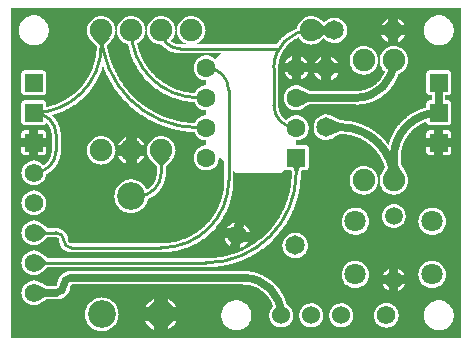
<source format=gtl>
G04 ---------------------------- Layer name :TOP LAYER*
G04 EasyEDA v5.7.26, Mon, 08 Oct 2018 11:37:22 GMT*
G04 9a8b5958ff4b4eb3b6fdbb1becb2a6af*
G04 Gerber Generator version 0.2*
G04 Scale: 100 percent, Rotated: No, Reflected: No *
G04 Dimensions in millimeters *
G04 leading zeros omitted , absolute positions ,3 integer and 3 decimal *
%FSLAX33Y33*%
%MOMM*%
G90*
G71D02*

%ADD10C,0.254000*%
%ADD11C,0.635000*%
%ADD12C,1.651000*%
%ADD13C,1.905000*%
%ADD14C,2.340000*%
%ADD15R,1.574800X1.574800*%
%ADD16R,1.600200X1.600200*%
%ADD17C,1.600200*%
%ADD18C,1.799996*%
%ADD19C,1.499997*%
%ADD20C,1.524000*%
%ADD21C,1.574800*%

%LPD*%
G36*
G01X16510Y0D02*
G01X0Y0D01*
G01X0Y27939D01*
G01X16510Y27939D01*
G01X16510Y24849D01*
G01X15472Y24849D01*
G01X15567Y24871D01*
G01X15681Y24909D01*
G01X15791Y24959D01*
G01X15895Y25019D01*
G01X15993Y25089D01*
G01X16084Y25169D01*
G01X16166Y25257D01*
G01X16238Y25353D01*
G01X16301Y25456D01*
G01X16354Y25565D01*
G01X16395Y25678D01*
G01X16425Y25795D01*
G01X16443Y25914D01*
G01X16449Y26034D01*
G01X16443Y26155D01*
G01X16425Y26274D01*
G01X16395Y26391D01*
G01X16354Y26504D01*
G01X16301Y26613D01*
G01X16238Y26716D01*
G01X16166Y26812D01*
G01X16084Y26900D01*
G01X15993Y26980D01*
G01X15895Y27050D01*
G01X15791Y27110D01*
G01X15681Y27160D01*
G01X15567Y27198D01*
G01X15449Y27225D01*
G01X15330Y27240D01*
G01X15209Y27243D01*
G01X15089Y27234D01*
G01X14970Y27213D01*
G01X14854Y27181D01*
G01X14742Y27137D01*
G01X14635Y27082D01*
G01X14534Y27016D01*
G01X14440Y26941D01*
G01X14353Y26857D01*
G01X14276Y26764D01*
G01X14208Y26665D01*
G01X14150Y26559D01*
G01X14103Y26448D01*
G01X14068Y26333D01*
G01X14044Y26215D01*
G01X14032Y26095D01*
G01X14032Y25974D01*
G01X14044Y25854D01*
G01X14068Y25736D01*
G01X14103Y25621D01*
G01X14150Y25510D01*
G01X14208Y25404D01*
G01X14276Y25304D01*
G01X14353Y25212D01*
G01X14440Y25128D01*
G01X14534Y25053D01*
G01X14635Y24987D01*
G01X14742Y24932D01*
G01X14854Y24888D01*
G01X14970Y24856D01*
G01X15009Y24849D01*
G01X14310Y24849D01*
G01X14309Y24849D01*
G01X14290Y24851D01*
G01X14271Y24851D01*
G01X14243Y24852D01*
G01X14199Y24853D01*
G01X14156Y24857D01*
G01X14114Y24861D01*
G01X14072Y24868D01*
G01X14030Y24875D01*
G01X13988Y24885D01*
G01X13947Y24896D01*
G01X13907Y24908D01*
G01X13866Y24922D01*
G01X13827Y24936D01*
G01X13787Y24953D01*
G01X13749Y24971D01*
G01X13710Y24991D01*
G01X13673Y25011D01*
G01X13637Y25033D01*
G01X13602Y25056D01*
G01X13567Y25081D01*
G01X13533Y25107D01*
G01X13504Y25131D01*
G01X13546Y25167D01*
G01X13628Y25256D01*
G01X13700Y25352D01*
G01X13763Y25455D01*
G01X13816Y25563D01*
G01X13857Y25677D01*
G01X13887Y25793D01*
G01X13905Y25913D01*
G01X13911Y26033D01*
G01X13905Y26153D01*
G01X13887Y26272D01*
G01X13857Y26389D01*
G01X13816Y26503D01*
G01X13763Y26611D01*
G01X13700Y26714D01*
G01X13628Y26810D01*
G01X13546Y26898D01*
G01X13455Y26978D01*
G01X13357Y27049D01*
G01X13253Y27109D01*
G01X13143Y27158D01*
G01X13029Y27197D01*
G01X12911Y27224D01*
G01X12792Y27239D01*
G01X12671Y27242D01*
G01X12551Y27233D01*
G01X12432Y27212D01*
G01X12316Y27179D01*
G01X12204Y27135D01*
G01X12097Y27080D01*
G01X11996Y27015D01*
G01X11902Y26939D01*
G01X11815Y26855D01*
G01X11738Y26763D01*
G01X11670Y26663D01*
G01X11612Y26558D01*
G01X11565Y26446D01*
G01X11530Y26331D01*
G01X11506Y26213D01*
G01X11494Y26093D01*
G01X11494Y25973D01*
G01X11506Y25853D01*
G01X11530Y25735D01*
G01X11565Y25619D01*
G01X11612Y25508D01*
G01X11670Y25402D01*
G01X11738Y25303D01*
G01X11815Y25211D01*
G01X11902Y25126D01*
G01X11996Y25051D01*
G01X12097Y24986D01*
G01X12204Y24931D01*
G01X12316Y24887D01*
G01X12432Y24854D01*
G01X12551Y24833D01*
G01X12671Y24824D01*
G01X12737Y24826D01*
G01X12753Y24806D01*
G01X12761Y24795D01*
G01X12798Y24752D01*
G01X12807Y24742D01*
G01X12845Y24700D01*
G01X12854Y24690D01*
G01X12894Y24650D01*
G01X12904Y24640D01*
G01X12945Y24601D01*
G01X12955Y24592D01*
G01X12997Y24555D01*
G01X13008Y24546D01*
G01X13051Y24510D01*
G01X13062Y24501D01*
G01X13107Y24467D01*
G01X13118Y24459D01*
G01X13164Y24426D01*
G01X13175Y24419D01*
G01X13222Y24388D01*
G01X13234Y24380D01*
G01X13282Y24351D01*
G01X13294Y24344D01*
G01X13344Y24317D01*
G01X13356Y24310D01*
G01X13406Y24285D01*
G01X13419Y24279D01*
G01X13470Y24255D01*
G01X13482Y24249D01*
G01X13534Y24227D01*
G01X13547Y24222D01*
G01X13600Y24202D01*
G01X13613Y24197D01*
G01X13666Y24179D01*
G01X13679Y24175D01*
G01X13733Y24159D01*
G01X13747Y24155D01*
G01X13801Y24141D01*
G01X13814Y24138D01*
G01X13869Y24125D01*
G01X13883Y24123D01*
G01X13939Y24112D01*
G01X13952Y24110D01*
G01X14008Y24102D01*
G01X14022Y24100D01*
G01X14078Y24094D01*
G01X14092Y24092D01*
G01X14148Y24088D01*
G01X14161Y24087D01*
G01X14218Y24085D01*
G01X14229Y24085D01*
G01X14262Y24084D01*
G01X14282Y24085D01*
G01X14301Y24086D01*
G01X14310Y24087D01*
G01X16510Y24087D01*
G01X16510Y23915D01*
G01X16483Y23916D01*
G01X16378Y23908D01*
G01X16274Y23890D01*
G01X16173Y23861D01*
G01X16075Y23823D01*
G01X15981Y23775D01*
G01X15893Y23717D01*
G01X15810Y23652D01*
G01X15735Y23578D01*
G01X15667Y23497D01*
G01X15608Y23410D01*
G01X15558Y23318D01*
G01X15517Y23221D01*
G01X15486Y23120D01*
G01X15465Y23017D01*
G01X15454Y22912D01*
G01X15454Y22807D01*
G01X15465Y22702D01*
G01X15486Y22599D01*
G01X15517Y22498D01*
G01X15558Y22401D01*
G01X15608Y22308D01*
G01X15667Y22221D01*
G01X15735Y22141D01*
G01X15810Y22067D01*
G01X15893Y22002D01*
G01X15981Y21944D01*
G01X16075Y21896D01*
G01X16173Y21858D01*
G01X16274Y21829D01*
G01X16378Y21811D01*
G01X16483Y21803D01*
G01X16510Y21804D01*
G01X16510Y21375D01*
G01X16483Y21376D01*
G01X16378Y21368D01*
G01X16274Y21350D01*
G01X16173Y21321D01*
G01X16075Y21283D01*
G01X15981Y21235D01*
G01X15893Y21177D01*
G01X15810Y21112D01*
G01X15735Y21038D01*
G01X15667Y20957D01*
G01X15608Y20870D01*
G01X15558Y20778D01*
G01X15531Y20714D01*
G01X15444Y20720D01*
G01X15344Y20729D01*
G01X15243Y20741D01*
G01X15144Y20753D01*
G01X15044Y20768D01*
G01X14946Y20785D01*
G01X14847Y20803D01*
G01X14748Y20823D01*
G01X14650Y20846D01*
G01X14553Y20870D01*
G01X14455Y20896D01*
G01X14359Y20923D01*
G01X14262Y20953D01*
G01X14168Y20984D01*
G01X14073Y21017D01*
G01X13978Y21052D01*
G01X13884Y21089D01*
G01X13792Y21127D01*
G01X13699Y21167D01*
G01X13608Y21209D01*
G01X13518Y21253D01*
G01X13429Y21298D01*
G01X13339Y21345D01*
G01X13250Y21394D01*
G01X13164Y21444D01*
G01X13079Y21495D01*
G01X12993Y21550D01*
G01X12908Y21605D01*
G01X12826Y21661D01*
G01X12745Y21719D01*
G01X12663Y21780D01*
G01X12584Y21840D01*
G01X12505Y21903D01*
G01X12428Y21968D01*
G01X12352Y22033D01*
G01X12277Y22101D01*
G01X12204Y22169D01*
G01X12132Y22239D01*
G01X12060Y22311D01*
G01X11991Y22383D01*
G01X11923Y22457D01*
G01X11856Y22532D01*
G01X11791Y22608D01*
G01X11727Y22686D01*
G01X11665Y22765D01*
G01X11604Y22845D01*
G01X11544Y22926D01*
G01X11486Y23009D01*
G01X11430Y23091D01*
G01X11376Y23176D01*
G01X11323Y23261D01*
G01X11271Y23347D01*
G01X11221Y23435D01*
G01X11173Y23523D01*
G01X11127Y23612D01*
G01X11082Y23703D01*
G01X11039Y23793D01*
G01X10997Y23885D01*
G01X10958Y23977D01*
G01X10920Y24069D01*
G01X10883Y24165D01*
G01X10849Y24258D01*
G01X10817Y24353D01*
G01X10786Y24449D01*
G01X10757Y24545D01*
G01X10730Y24642D01*
G01X10704Y24740D01*
G01X10681Y24837D01*
G01X10660Y24933D01*
G01X10713Y24957D01*
G01X10817Y25017D01*
G01X10915Y25088D01*
G01X11006Y25167D01*
G01X11088Y25256D01*
G01X11160Y25352D01*
G01X11223Y25455D01*
G01X11276Y25563D01*
G01X11317Y25677D01*
G01X11347Y25793D01*
G01X11365Y25913D01*
G01X11371Y26033D01*
G01X11365Y26153D01*
G01X11347Y26272D01*
G01X11317Y26389D01*
G01X11276Y26503D01*
G01X11223Y26611D01*
G01X11160Y26714D01*
G01X11088Y26810D01*
G01X11006Y26898D01*
G01X10915Y26978D01*
G01X10817Y27049D01*
G01X10713Y27109D01*
G01X10603Y27158D01*
G01X10489Y27197D01*
G01X10371Y27224D01*
G01X10252Y27239D01*
G01X10131Y27242D01*
G01X10011Y27233D01*
G01X9892Y27212D01*
G01X9776Y27179D01*
G01X9664Y27135D01*
G01X9557Y27080D01*
G01X9456Y27015D01*
G01X9362Y26939D01*
G01X9275Y26855D01*
G01X9198Y26763D01*
G01X9130Y26663D01*
G01X9072Y26558D01*
G01X9025Y26446D01*
G01X8990Y26331D01*
G01X8966Y26213D01*
G01X8954Y26093D01*
G01X8954Y25973D01*
G01X8966Y25853D01*
G01X8990Y25735D01*
G01X9025Y25619D01*
G01X9072Y25508D01*
G01X9130Y25402D01*
G01X9198Y25303D01*
G01X9275Y25211D01*
G01X9362Y25126D01*
G01X9456Y25051D01*
G01X9557Y24986D01*
G01X9664Y24931D01*
G01X9776Y24887D01*
G01X9892Y24854D01*
G01X9893Y24854D01*
G01X9908Y24781D01*
G01X9909Y24774D01*
G01X9933Y24668D01*
G01X9934Y24661D01*
G01X9959Y24557D01*
G01X9961Y24550D01*
G01X9988Y24445D01*
G01X9990Y24438D01*
G01X10019Y24335D01*
G01X10021Y24328D01*
G01X10052Y24225D01*
G01X10055Y24218D01*
G01X10088Y24115D01*
G01X10090Y24108D01*
G01X10125Y24006D01*
G01X10127Y23999D01*
G01X10164Y23898D01*
G01X10166Y23891D01*
G01X10205Y23791D01*
G01X10208Y23784D01*
G01X10249Y23684D01*
G01X10251Y23678D01*
G01X10294Y23579D01*
G01X10297Y23572D01*
G01X10341Y23474D01*
G01X10344Y23467D01*
G01X10390Y23370D01*
G01X10393Y23364D01*
G01X10441Y23267D01*
G01X10445Y23260D01*
G01X10495Y23165D01*
G01X10498Y23159D01*
G01X10550Y23064D01*
G01X10553Y23058D01*
G01X10607Y22964D01*
G01X10610Y22958D01*
G01X10665Y22865D01*
G01X10669Y22859D01*
G01X10726Y22768D01*
G01X10730Y22762D01*
G01X10789Y22671D01*
G01X10793Y22665D01*
G01X10853Y22576D01*
G01X10857Y22570D01*
G01X10919Y22482D01*
G01X10923Y22476D01*
G01X10987Y22389D01*
G01X10991Y22383D01*
G01X11056Y22297D01*
G01X11061Y22292D01*
G01X11128Y22207D01*
G01X11132Y22202D01*
G01X11201Y22118D01*
G01X11205Y22113D01*
G01X11275Y22031D01*
G01X11280Y22025D01*
G01X11352Y21945D01*
G01X11356Y21940D01*
G01X11429Y21860D01*
G01X11434Y21855D01*
G01X11509Y21777D01*
G01X11514Y21772D01*
G01X11590Y21696D01*
G01X11595Y21691D01*
G01X11673Y21616D01*
G01X11678Y21611D01*
G01X11757Y21537D01*
G01X11762Y21532D01*
G01X11842Y21460D01*
G01X11848Y21455D01*
G01X11929Y21385D01*
G01X11935Y21380D01*
G01X12017Y21311D01*
G01X12023Y21307D01*
G01X12107Y21240D01*
G01X12113Y21235D01*
G01X12198Y21169D01*
G01X12204Y21165D01*
G01X12291Y21101D01*
G01X12296Y21097D01*
G01X12384Y21034D01*
G01X12390Y21030D01*
G01X12479Y20969D01*
G01X12485Y20965D01*
G01X12575Y20906D01*
G01X12581Y20902D01*
G01X12672Y20845D01*
G01X12679Y20841D01*
G01X12771Y20785D01*
G01X12777Y20782D01*
G01X12870Y20728D01*
G01X12877Y20724D01*
G01X12971Y20672D01*
G01X12977Y20669D01*
G01X13072Y20618D01*
G01X13079Y20615D01*
G01X13175Y20566D01*
G01X13182Y20563D01*
G01X13279Y20516D01*
G01X13285Y20513D01*
G01X13383Y20468D01*
G01X13390Y20465D01*
G01X13489Y20422D01*
G01X13495Y20420D01*
G01X13595Y20378D01*
G01X13601Y20376D01*
G01X13702Y20336D01*
G01X13709Y20334D01*
G01X13810Y20296D01*
G01X13816Y20294D01*
G01X13918Y20258D01*
G01X13925Y20256D01*
G01X14027Y20223D01*
G01X14034Y20220D01*
G01X14137Y20189D01*
G01X14144Y20187D01*
G01X14248Y20157D01*
G01X14255Y20155D01*
G01X14359Y20127D01*
G01X14366Y20126D01*
G01X14470Y20100D01*
G01X14478Y20098D01*
G01X14583Y20074D01*
G01X14590Y20073D01*
G01X14695Y20051D01*
G01X14702Y20050D01*
G01X14808Y20030D01*
G01X14815Y20029D01*
G01X14922Y20011D01*
G01X14929Y20010D01*
G01X15035Y19994D01*
G01X15043Y19993D01*
G01X15149Y19979D01*
G01X15157Y19978D01*
G01X15264Y19967D01*
G01X15271Y19966D01*
G01X15378Y19956D01*
G01X15385Y19956D01*
G01X15493Y19948D01*
G01X15500Y19947D01*
G01X15522Y19946D01*
G01X15558Y19861D01*
G01X15608Y19768D01*
G01X15667Y19681D01*
G01X15735Y19601D01*
G01X15810Y19527D01*
G01X15893Y19462D01*
G01X15981Y19404D01*
G01X16075Y19356D01*
G01X16173Y19318D01*
G01X16274Y19289D01*
G01X16378Y19271D01*
G01X16483Y19263D01*
G01X16510Y19264D01*
G01X16510Y18835D01*
G01X16483Y18836D01*
G01X16378Y18828D01*
G01X16274Y18810D01*
G01X16173Y18781D01*
G01X16075Y18743D01*
G01X15981Y18695D01*
G01X15893Y18637D01*
G01X15810Y18572D01*
G01X15735Y18498D01*
G01X15667Y18417D01*
G01X15608Y18330D01*
G01X15558Y18238D01*
G01X15529Y18171D01*
G01X15491Y18172D01*
G01X15365Y18180D01*
G01X15243Y18188D01*
G01X15121Y18199D01*
G01X14996Y18212D01*
G01X14874Y18227D01*
G01X14752Y18243D01*
G01X14631Y18262D01*
G01X14508Y18283D01*
G01X14386Y18305D01*
G01X14265Y18329D01*
G01X14145Y18355D01*
G01X14025Y18383D01*
G01X13904Y18414D01*
G01X13786Y18445D01*
G01X13667Y18479D01*
G01X13548Y18515D01*
G01X13432Y18552D01*
G01X13312Y18592D01*
G01X13198Y18632D01*
G01X13081Y18675D01*
G01X12966Y18720D01*
G01X12853Y18766D01*
G01X12738Y18815D01*
G01X12625Y18865D01*
G01X12513Y18917D01*
G01X12403Y18970D01*
G01X12291Y19026D01*
G01X12182Y19083D01*
G01X12074Y19141D01*
G01X11965Y19203D01*
G01X11860Y19264D01*
G01X11754Y19328D01*
G01X11648Y19394D01*
G01X11546Y19460D01*
G01X11443Y19529D01*
G01X11341Y19600D01*
G01X11240Y19672D01*
G01X11141Y19746D01*
G01X11044Y19820D01*
G01X10947Y19896D01*
G01X10851Y19975D01*
G01X10756Y20054D01*
G01X10662Y20136D01*
G01X10572Y20217D01*
G01X10480Y20302D01*
G01X10391Y20387D01*
G01X10304Y20474D01*
G01X10216Y20562D01*
G01X10132Y20651D01*
G01X10047Y20743D01*
G01X9966Y20834D01*
G01X9885Y20927D01*
G01X9805Y21022D01*
G01X9728Y21118D01*
G01X9650Y21216D01*
G01X9576Y21313D01*
G01X9503Y21412D01*
G01X9431Y21514D01*
G01X9361Y21615D01*
G01X9293Y21717D01*
G01X9226Y21821D01*
G01X9161Y21926D01*
G01X9096Y22033D01*
G01X9035Y22138D01*
G01X8974Y22247D01*
G01X8916Y22355D01*
G01X8858Y22466D01*
G01X8804Y22575D01*
G01X8751Y22686D01*
G01X8699Y22799D01*
G01X8649Y22912D01*
G01X8601Y23025D01*
G01X8554Y23141D01*
G01X8510Y23255D01*
G01X8467Y23371D01*
G01X8426Y23489D01*
G01X8388Y23603D01*
G01X8350Y23723D01*
G01X8315Y23841D01*
G01X8281Y23960D01*
G01X8250Y24078D01*
G01X8220Y24200D01*
G01X8192Y24319D01*
G01X8166Y24441D01*
G01X8142Y24562D01*
G01X8120Y24682D01*
G01X8104Y24778D01*
G01X8457Y25163D01*
G01X8464Y25169D01*
G01X8546Y25257D01*
G01X8618Y25353D01*
G01X8681Y25456D01*
G01X8734Y25565D01*
G01X8775Y25678D01*
G01X8805Y25795D01*
G01X8823Y25914D01*
G01X8829Y26034D01*
G01X8823Y26155D01*
G01X8805Y26274D01*
G01X8775Y26391D01*
G01X8734Y26504D01*
G01X8681Y26613D01*
G01X8618Y26716D01*
G01X8546Y26812D01*
G01X8464Y26900D01*
G01X8373Y26980D01*
G01X8275Y27050D01*
G01X8171Y27110D01*
G01X8061Y27160D01*
G01X7947Y27198D01*
G01X7829Y27225D01*
G01X7710Y27240D01*
G01X7589Y27243D01*
G01X7469Y27234D01*
G01X7350Y27213D01*
G01X7234Y27181D01*
G01X7122Y27137D01*
G01X7015Y27082D01*
G01X6914Y27016D01*
G01X6820Y26941D01*
G01X6733Y26857D01*
G01X6656Y26764D01*
G01X6588Y26665D01*
G01X6530Y26559D01*
G01X6483Y26448D01*
G01X6448Y26333D01*
G01X6424Y26215D01*
G01X6412Y26095D01*
G01X6412Y25974D01*
G01X6424Y25854D01*
G01X6448Y25736D01*
G01X6483Y25621D01*
G01X6530Y25510D01*
G01X6588Y25404D01*
G01X6656Y25304D01*
G01X6733Y25212D01*
G01X6768Y25178D01*
G01X7235Y24670D01*
G01X7234Y24633D01*
G01X7231Y24533D01*
G01X7226Y24432D01*
G01X7218Y24332D01*
G01X7209Y24232D01*
G01X7198Y24132D01*
G01X7185Y24032D01*
G01X7171Y23933D01*
G01X7154Y23835D01*
G01X7136Y23735D01*
G01X7115Y23636D01*
G01X7093Y23538D01*
G01X7069Y23441D01*
G01X7043Y23344D01*
G01X7015Y23247D01*
G01X6986Y23151D01*
G01X6955Y23056D01*
G01X6921Y22960D01*
G01X6887Y22867D01*
G01X6850Y22772D01*
G01X6812Y22680D01*
G01X6771Y22587D01*
G01X6730Y22497D01*
G01X6686Y22405D01*
G01X6641Y22316D01*
G01X6593Y22227D01*
G01X6545Y22140D01*
G01X6494Y22052D01*
G01X6443Y21966D01*
G01X6389Y21881D01*
G01X6334Y21797D01*
G01X6277Y21714D01*
G01X6219Y21632D01*
G01X6158Y21551D01*
G01X6098Y21472D01*
G01X6035Y21393D01*
G01X5970Y21316D01*
G01X5905Y21240D01*
G01X5837Y21165D01*
G01X5769Y21092D01*
G01X5699Y21020D01*
G01X5628Y20948D01*
G01X5555Y20879D01*
G01X5481Y20811D01*
G01X5406Y20744D01*
G01X5330Y20679D01*
G01X5252Y20615D01*
G01X5172Y20552D01*
G01X5094Y20492D01*
G01X5012Y20432D01*
G01X4929Y20374D01*
G01X4846Y20318D01*
G01X4763Y20264D01*
G01X4677Y20210D01*
G01X4589Y20158D01*
G01X4504Y20109D01*
G01X4415Y20061D01*
G01X4326Y20015D01*
G01X4235Y19969D01*
G01X4145Y19927D01*
G01X4053Y19885D01*
G01X3962Y19846D01*
G01X3868Y19808D01*
G01X3774Y19772D01*
G01X3679Y19737D01*
G01X3584Y19705D01*
G01X3488Y19674D01*
G01X3393Y19645D01*
G01X3296Y19618D01*
G01X3197Y19592D01*
G01X3101Y19569D01*
G01X3002Y19547D01*
G01X2946Y19536D01*
G01X2946Y19837D01*
G01X2946Y19847D01*
G01X2945Y19858D01*
G01X2944Y19868D01*
G01X2942Y19879D01*
G01X2940Y19889D01*
G01X2938Y19899D01*
G01X2935Y19909D01*
G01X2932Y19919D01*
G01X2929Y19929D01*
G01X2925Y19939D01*
G01X2920Y19948D01*
G01X2915Y19958D01*
G01X2910Y19967D01*
G01X2905Y19976D01*
G01X2899Y19984D01*
G01X2892Y19993D01*
G01X2886Y20001D01*
G01X2879Y20009D01*
G01X2872Y20016D01*
G01X2864Y20024D01*
G01X2856Y20031D01*
G01X2848Y20037D01*
G01X2839Y20044D01*
G01X2831Y20050D01*
G01X2822Y20055D01*
G01X2813Y20060D01*
G01X2803Y20065D01*
G01X2794Y20069D01*
G01X2784Y20074D01*
G01X2774Y20077D01*
G01X2764Y20080D01*
G01X2754Y20083D01*
G01X2744Y20085D01*
G01X2734Y20087D01*
G01X2723Y20089D01*
G01X2713Y20090D01*
G01X2702Y20091D01*
G01X2692Y20091D01*
G01X1117Y20091D01*
G01X1107Y20091D01*
G01X1096Y20090D01*
G01X1086Y20089D01*
G01X1075Y20087D01*
G01X1065Y20085D01*
G01X1055Y20083D01*
G01X1045Y20080D01*
G01X1035Y20077D01*
G01X1025Y20074D01*
G01X1015Y20069D01*
G01X1006Y20065D01*
G01X996Y20060D01*
G01X987Y20055D01*
G01X978Y20050D01*
G01X970Y20044D01*
G01X961Y20037D01*
G01X953Y20031D01*
G01X945Y20024D01*
G01X937Y20016D01*
G01X930Y20009D01*
G01X923Y20001D01*
G01X917Y19993D01*
G01X910Y19984D01*
G01X904Y19976D01*
G01X899Y19967D01*
G01X894Y19958D01*
G01X889Y19948D01*
G01X884Y19939D01*
G01X880Y19929D01*
G01X877Y19919D01*
G01X874Y19909D01*
G01X871Y19899D01*
G01X869Y19889D01*
G01X867Y19879D01*
G01X865Y19868D01*
G01X864Y19858D01*
G01X863Y19847D01*
G01X863Y19837D01*
G01X863Y18262D01*
G01X863Y18252D01*
G01X864Y18241D01*
G01X865Y18231D01*
G01X867Y18220D01*
G01X869Y18210D01*
G01X871Y18200D01*
G01X874Y18190D01*
G01X877Y18180D01*
G01X880Y18170D01*
G01X884Y18160D01*
G01X889Y18151D01*
G01X894Y18141D01*
G01X899Y18132D01*
G01X904Y18123D01*
G01X910Y18114D01*
G01X917Y18106D01*
G01X923Y18098D01*
G01X930Y18090D01*
G01X937Y18082D01*
G01X945Y18075D01*
G01X953Y18068D01*
G01X961Y18062D01*
G01X970Y18055D01*
G01X978Y18049D01*
G01X987Y18044D01*
G01X996Y18039D01*
G01X1006Y18034D01*
G01X1015Y18029D01*
G01X1025Y18025D01*
G01X1035Y18022D01*
G01X1045Y18019D01*
G01X1055Y18016D01*
G01X1065Y18013D01*
G01X1075Y18012D01*
G01X1086Y18010D01*
G01X1096Y18009D01*
G01X1107Y18008D01*
G01X1117Y18008D01*
G01X2692Y18008D01*
G01X2702Y18008D01*
G01X2713Y18009D01*
G01X2723Y18010D01*
G01X2734Y18012D01*
G01X2744Y18013D01*
G01X2754Y18016D01*
G01X2764Y18019D01*
G01X2774Y18022D01*
G01X2784Y18025D01*
G01X2794Y18029D01*
G01X2803Y18034D01*
G01X2813Y18039D01*
G01X2822Y18044D01*
G01X2831Y18049D01*
G01X2839Y18055D01*
G01X2848Y18062D01*
G01X2856Y18068D01*
G01X2864Y18075D01*
G01X2872Y18082D01*
G01X2879Y18090D01*
G01X2886Y18098D01*
G01X2892Y18106D01*
G01X2899Y18114D01*
G01X2905Y18123D01*
G01X2910Y18132D01*
G01X2915Y18141D01*
G01X2920Y18151D01*
G01X2925Y18160D01*
G01X2929Y18170D01*
G01X2932Y18180D01*
G01X2935Y18190D01*
G01X2938Y18200D01*
G01X2940Y18210D01*
G01X2942Y18220D01*
G01X2944Y18231D01*
G01X2945Y18241D01*
G01X2946Y18252D01*
G01X2946Y18254D01*
G01X2946Y18253D01*
G01X2982Y18219D01*
G01X3017Y18182D01*
G01X3050Y18146D01*
G01X3082Y18108D01*
G01X3113Y18069D01*
G01X3142Y18030D01*
G01X3171Y17988D01*
G01X3197Y17946D01*
G01X3223Y17903D01*
G01X3247Y17860D01*
G01X3270Y17816D01*
G01X3291Y17771D01*
G01X3311Y17726D01*
G01X3329Y17679D01*
G01X3346Y17632D01*
G01X3361Y17586D01*
G01X3374Y17538D01*
G01X3386Y17489D01*
G01X3397Y17441D01*
G01X3406Y17392D01*
G01X3413Y17343D01*
G01X3419Y17293D01*
G01X3423Y17244D01*
G01X3425Y17194D01*
G01X3426Y17138D01*
G01X3427Y17119D01*
G01X3429Y17101D01*
G01X3429Y15918D01*
G01X3428Y15913D01*
G01X3426Y15894D01*
G01X3426Y15874D01*
G01X3426Y15872D01*
G01X3425Y15820D01*
G01X3422Y15770D01*
G01X3418Y15721D01*
G01X3412Y15671D01*
G01X3405Y15623D01*
G01X3396Y15574D01*
G01X3385Y15525D01*
G01X3373Y15477D01*
G01X3359Y15429D01*
G01X3344Y15381D01*
G01X3327Y15335D01*
G01X3309Y15289D01*
G01X3289Y15243D01*
G01X3268Y15199D01*
G01X3245Y15154D01*
G01X3220Y15111D01*
G01X3195Y15069D01*
G01X3167Y15026D01*
G01X3140Y14986D01*
G01X3110Y14946D01*
G01X3079Y14907D01*
G01X3047Y14870D01*
G01X3013Y14832D01*
G01X2979Y14797D01*
G01X2942Y14762D01*
G01X2906Y14729D01*
G01X2868Y14697D01*
G01X2829Y14666D01*
G01X2789Y14637D01*
G01X2748Y14609D01*
G01X2735Y14600D01*
G01X2704Y14640D01*
G01X2633Y14717D01*
G01X2555Y14786D01*
G01X2471Y14846D01*
G01X2381Y14898D01*
G01X2286Y14941D01*
G01X2187Y14974D01*
G01X2086Y14998D01*
G01X1983Y15010D01*
G01X1878Y15013D01*
G01X1775Y15005D01*
G01X1672Y14987D01*
G01X1572Y14959D01*
G01X1475Y14921D01*
G01X1383Y14874D01*
G01X1295Y14817D01*
G01X1214Y14752D01*
G01X1139Y14680D01*
G01X1072Y14600D01*
G01X1014Y14514D01*
G01X964Y14422D01*
G01X924Y14326D01*
G01X893Y14227D01*
G01X872Y14125D01*
G01X862Y14021D01*
G01X862Y13917D01*
G01X872Y13814D01*
G01X893Y13712D01*
G01X924Y13612D01*
G01X964Y13516D01*
G01X1014Y13425D01*
G01X1072Y13339D01*
G01X1139Y13259D01*
G01X1214Y13187D01*
G01X1295Y13122D01*
G01X1383Y13065D01*
G01X1475Y13018D01*
G01X1572Y12980D01*
G01X1672Y12952D01*
G01X1775Y12934D01*
G01X1878Y12926D01*
G01X1983Y12928D01*
G01X2086Y12941D01*
G01X2187Y12965D01*
G01X2286Y12998D01*
G01X2381Y13040D01*
G01X2471Y13093D01*
G01X2555Y13153D01*
G01X2633Y13222D01*
G01X2704Y13298D01*
G01X2767Y13381D01*
G01X2821Y13470D01*
G01X2866Y13564D01*
G01X2902Y13662D01*
G01X2928Y13763D01*
G01X2938Y13833D01*
G01X2976Y13852D01*
G01X2987Y13858D01*
G01X3041Y13888D01*
G01X3052Y13894D01*
G01X3105Y13926D01*
G01X3116Y13933D01*
G01X3168Y13967D01*
G01X3179Y13974D01*
G01X3230Y14009D01*
G01X3240Y14016D01*
G01X3290Y14053D01*
G01X3300Y14061D01*
G01X3349Y14099D01*
G01X3359Y14107D01*
G01X3406Y14148D01*
G01X3416Y14156D01*
G01X3462Y14197D01*
G01X3471Y14206D01*
G01X3516Y14249D01*
G01X3525Y14258D01*
G01X3568Y14303D01*
G01X3576Y14312D01*
G01X3618Y14358D01*
G01X3627Y14367D01*
G01X3667Y14415D01*
G01X3675Y14424D01*
G01X3714Y14473D01*
G01X3721Y14483D01*
G01X3758Y14533D01*
G01X3766Y14543D01*
G01X3801Y14594D01*
G01X3808Y14604D01*
G01X3842Y14657D01*
G01X3849Y14667D01*
G01X3881Y14721D01*
G01X3887Y14731D01*
G01X3917Y14786D01*
G01X3923Y14797D01*
G01X3952Y14852D01*
G01X3957Y14863D01*
G01X3984Y14919D01*
G01X3989Y14931D01*
G01X4014Y14988D01*
G01X4019Y14999D01*
G01X4042Y15057D01*
G01X4047Y15069D01*
G01X4068Y15127D01*
G01X4072Y15139D01*
G01X4091Y15198D01*
G01X4095Y15210D01*
G01X4112Y15270D01*
G01X4115Y15282D01*
G01X4130Y15342D01*
G01X4133Y15355D01*
G01X4147Y15416D01*
G01X4149Y15428D01*
G01X4160Y15489D01*
G01X4162Y15501D01*
G01X4172Y15563D01*
G01X4173Y15575D01*
G01X4181Y15637D01*
G01X4182Y15649D01*
G01X4187Y15711D01*
G01X4188Y15724D01*
G01X4191Y15786D01*
G01X4192Y15799D01*
G01X4193Y15861D01*
G01X4193Y15868D01*
G01X4193Y15874D01*
G01X4193Y15894D01*
G01X4191Y15913D01*
G01X4191Y15918D01*
G01X4191Y17101D01*
G01X4192Y17113D01*
G01X4193Y17132D01*
G01X4193Y17151D01*
G01X4192Y17213D01*
G01X4192Y17225D01*
G01X4189Y17288D01*
G01X4188Y17300D01*
G01X4183Y17362D01*
G01X4181Y17374D01*
G01X4174Y17436D01*
G01X4173Y17449D01*
G01X4164Y17510D01*
G01X4162Y17523D01*
G01X4150Y17584D01*
G01X4148Y17596D01*
G01X4135Y17657D01*
G01X4132Y17669D01*
G01X4117Y17730D01*
G01X4114Y17742D01*
G01X4097Y17801D01*
G01X4093Y17814D01*
G01X4074Y17873D01*
G01X4070Y17885D01*
G01X4049Y17943D01*
G01X4045Y17955D01*
G01X4022Y18013D01*
G01X4017Y18024D01*
G01X3992Y18081D01*
G01X3987Y18093D01*
G01X3961Y18149D01*
G01X3955Y18160D01*
G01X3927Y18216D01*
G01X3921Y18227D01*
G01X3891Y18281D01*
G01X3884Y18292D01*
G01X3853Y18345D01*
G01X3846Y18356D01*
G01X3812Y18408D01*
G01X3805Y18419D01*
G01X3770Y18470D01*
G01X3763Y18480D01*
G01X3726Y18530D01*
G01X3718Y18540D01*
G01X3680Y18589D01*
G01X3672Y18599D01*
G01X3631Y18646D01*
G01X3623Y18656D01*
G01X3581Y18702D01*
G01X3573Y18711D01*
G01X3530Y18756D01*
G01X3521Y18764D01*
G01X3476Y18808D01*
G01X3467Y18817D01*
G01X3422Y18858D01*
G01X3492Y18876D01*
G01X3499Y18878D01*
G01X3603Y18907D01*
G01X3610Y18909D01*
G01X3713Y18940D01*
G01X3720Y18942D01*
G01X3823Y18975D01*
G01X3830Y18978D01*
G01X3931Y19013D01*
G01X3938Y19015D01*
G01X4040Y19052D01*
G01X4046Y19054D01*
G01X4147Y19093D01*
G01X4154Y19096D01*
G01X4253Y19136D01*
G01X4260Y19139D01*
G01X4359Y19182D01*
G01X4366Y19185D01*
G01X4464Y19229D01*
G01X4470Y19232D01*
G01X4568Y19278D01*
G01X4574Y19281D01*
G01X4671Y19329D01*
G01X4677Y19333D01*
G01X4773Y19383D01*
G01X4779Y19386D01*
G01X4874Y19438D01*
G01X4880Y19441D01*
G01X4974Y19495D01*
G01X4980Y19498D01*
G01X5072Y19553D01*
G01X5079Y19557D01*
G01X5170Y19614D01*
G01X5176Y19618D01*
G01X5267Y19676D01*
G01X5273Y19680D01*
G01X5362Y19741D01*
G01X5368Y19745D01*
G01X5456Y19807D01*
G01X5462Y19811D01*
G01X5549Y19875D01*
G01X5555Y19879D01*
G01X5641Y19944D01*
G01X5646Y19949D01*
G01X5731Y20016D01*
G01X5736Y20020D01*
G01X5820Y20089D01*
G01X5825Y20093D01*
G01X5907Y20163D01*
G01X5912Y20168D01*
G01X5993Y20239D01*
G01X5998Y20244D01*
G01X6078Y20317D01*
G01X6083Y20322D01*
G01X6161Y20397D01*
G01X6166Y20402D01*
G01X6242Y20478D01*
G01X6247Y20483D01*
G01X6322Y20560D01*
G01X6327Y20566D01*
G01X6401Y20645D01*
G01X6406Y20650D01*
G01X6478Y20730D01*
G01X6483Y20735D01*
G01X6553Y20817D01*
G01X6558Y20822D01*
G01X6627Y20905D01*
G01X6631Y20911D01*
G01X6699Y20995D01*
G01X6703Y21001D01*
G01X6769Y21086D01*
G01X6773Y21092D01*
G01X6837Y21178D01*
G01X6842Y21184D01*
G01X6904Y21272D01*
G01X6908Y21278D01*
G01X6969Y21367D01*
G01X6973Y21373D01*
G01X7032Y21463D01*
G01X7036Y21469D01*
G01X7093Y21560D01*
G01X7097Y21567D01*
G01X7153Y21659D01*
G01X7157Y21665D01*
G01X7211Y21758D01*
G01X7214Y21765D01*
G01X7266Y21859D01*
G01X7270Y21865D01*
G01X7320Y21960D01*
G01X7323Y21967D01*
G01X7372Y22063D01*
G01X7375Y22070D01*
G01X7422Y22167D01*
G01X7425Y22173D01*
G01X7470Y22271D01*
G01X7473Y22278D01*
G01X7516Y22377D01*
G01X7519Y22383D01*
G01X7560Y22483D01*
G01X7563Y22489D01*
G01X7602Y22590D01*
G01X7605Y22597D01*
G01X7642Y22698D01*
G01X7645Y22704D01*
G01X7680Y22806D01*
G01X7682Y22813D01*
G01X7716Y22915D01*
G01X7718Y22922D01*
G01X7750Y23025D01*
G01X7752Y23032D01*
G01X7762Y23067D01*
G01X7791Y22987D01*
G01X7793Y22982D01*
G01X7840Y22861D01*
G01X7842Y22855D01*
G01X7891Y22735D01*
G01X7893Y22730D01*
G01X7944Y22610D01*
G01X7946Y22605D01*
G01X7998Y22486D01*
G01X8001Y22481D01*
G01X8055Y22363D01*
G01X8057Y22358D01*
G01X8113Y22241D01*
G01X8116Y22236D01*
G01X8174Y22120D01*
G01X8177Y22114D01*
G01X8236Y21999D01*
G01X8239Y21994D01*
G01X8301Y21880D01*
G01X8303Y21875D01*
G01X8367Y21762D01*
G01X8370Y21757D01*
G01X8435Y21644D01*
G01X8438Y21639D01*
G01X8504Y21528D01*
G01X8508Y21523D01*
G01X8576Y21413D01*
G01X8579Y21408D01*
G01X8649Y21299D01*
G01X8653Y21294D01*
G01X8725Y21186D01*
G01X8728Y21182D01*
G01X8802Y21075D01*
G01X8805Y21070D01*
G01X8880Y20965D01*
G01X8884Y20960D01*
G01X8961Y20855D01*
G01X8964Y20851D01*
G01X9043Y20748D01*
G01X9046Y20743D01*
G01X9126Y20641D01*
G01X9130Y20636D01*
G01X9212Y20536D01*
G01X9216Y20531D01*
G01X9299Y20432D01*
G01X9303Y20427D01*
G01X9388Y20330D01*
G01X9392Y20325D01*
G01X9478Y20228D01*
G01X9482Y20224D01*
G01X9570Y20129D01*
G01X9574Y20125D01*
G01X9663Y20031D01*
G01X9668Y20026D01*
G01X9758Y19934D01*
G01X9763Y19930D01*
G01X9855Y19839D01*
G01X9859Y19835D01*
G01X9953Y19745D01*
G01X9957Y19741D01*
G01X10052Y19653D01*
G01X10056Y19649D01*
G01X10153Y19562D01*
G01X10157Y19558D01*
G01X10255Y19473D01*
G01X10260Y19470D01*
G01X10359Y19386D01*
G01X10363Y19382D01*
G01X10464Y19300D01*
G01X10468Y19297D01*
G01X10570Y19216D01*
G01X10575Y19213D01*
G01X10678Y19134D01*
G01X10682Y19130D01*
G01X10787Y19053D01*
G01X10791Y19050D01*
G01X10897Y18974D01*
G01X10902Y18971D01*
G01X11008Y18897D01*
G01X11013Y18894D01*
G01X11121Y18822D01*
G01X11126Y18818D01*
G01X11234Y18748D01*
G01X11239Y18745D01*
G01X11349Y18676D01*
G01X11354Y18673D01*
G01X11465Y18606D01*
G01X11470Y18603D01*
G01X11582Y18538D01*
G01X11588Y18535D01*
G01X11701Y18471D01*
G01X11706Y18468D01*
G01X11820Y18407D01*
G01X11825Y18404D01*
G01X11940Y18344D01*
G01X11945Y18341D01*
G01X12061Y18283D01*
G01X12066Y18281D01*
G01X12183Y18224D01*
G01X12188Y18222D01*
G01X12306Y18167D01*
G01X12312Y18165D01*
G01X12430Y18112D01*
G01X12435Y18110D01*
G01X12555Y18059D01*
G01X12560Y18057D01*
G01X12680Y18008D01*
G01X12686Y18006D01*
G01X12806Y17959D01*
G01X12812Y17957D01*
G01X12933Y17912D01*
G01X12939Y17910D01*
G01X13061Y17867D01*
G01X13067Y17865D01*
G01X13190Y17824D01*
G01X13195Y17822D01*
G01X13319Y17783D01*
G01X13325Y17781D01*
G01X13449Y17744D01*
G01X13455Y17742D01*
G01X13579Y17706D01*
G01X13585Y17705D01*
G01X13710Y17671D01*
G01X13716Y17670D01*
G01X13841Y17639D01*
G01X13847Y17637D01*
G01X13973Y17608D01*
G01X13979Y17606D01*
G01X14106Y17579D01*
G01X14112Y17578D01*
G01X14239Y17552D01*
G01X14245Y17551D01*
G01X14372Y17528D01*
G01X14378Y17527D01*
G01X14506Y17505D01*
G01X14512Y17504D01*
G01X14640Y17485D01*
G01X14646Y17484D01*
G01X14774Y17466D01*
G01X14780Y17466D01*
G01X14908Y17450D01*
G01X14914Y17449D01*
G01X15043Y17436D01*
G01X15049Y17435D01*
G01X15178Y17424D01*
G01X15184Y17424D01*
G01X15313Y17414D01*
G01X15319Y17414D01*
G01X15449Y17406D01*
G01X15455Y17406D01*
G01X15523Y17403D01*
G01X15558Y17321D01*
G01X15608Y17228D01*
G01X15667Y17141D01*
G01X15735Y17061D01*
G01X15810Y16987D01*
G01X15893Y16922D01*
G01X15981Y16864D01*
G01X16075Y16816D01*
G01X16173Y16778D01*
G01X16274Y16749D01*
G01X16378Y16731D01*
G01X16483Y16723D01*
G01X16510Y16724D01*
G01X16510Y16295D01*
G01X16483Y16296D01*
G01X16378Y16288D01*
G01X16274Y16270D01*
G01X16173Y16241D01*
G01X16075Y16203D01*
G01X15981Y16155D01*
G01X15893Y16097D01*
G01X15810Y16032D01*
G01X15735Y15958D01*
G01X15667Y15877D01*
G01X15608Y15790D01*
G01X15558Y15698D01*
G01X15517Y15601D01*
G01X15486Y15500D01*
G01X15465Y15397D01*
G01X15454Y15292D01*
G01X15454Y15187D01*
G01X15465Y15082D01*
G01X15486Y14979D01*
G01X15517Y14878D01*
G01X15558Y14781D01*
G01X15608Y14688D01*
G01X15667Y14601D01*
G01X15735Y14521D01*
G01X15810Y14447D01*
G01X15893Y14382D01*
G01X15981Y14324D01*
G01X16075Y14276D01*
G01X16173Y14238D01*
G01X16274Y14209D01*
G01X16378Y14191D01*
G01X16483Y14183D01*
G01X16510Y14184D01*
G01X16510Y9605D01*
G01X16445Y9540D01*
G01X16373Y9470D01*
G01X16299Y9401D01*
G01X16224Y9334D01*
G01X16148Y9268D01*
G01X16072Y9205D01*
G01X15992Y9141D01*
G01X15913Y9080D01*
G01X15832Y9020D01*
G01X15750Y8962D01*
G01X15666Y8905D01*
G01X15583Y8850D01*
G01X15498Y8796D01*
G01X15412Y8745D01*
G01X15324Y8694D01*
G01X15237Y8646D01*
G01X15148Y8598D01*
G01X15058Y8553D01*
G01X14967Y8509D01*
G01X14877Y8468D01*
G01X14783Y8427D01*
G01X14692Y8389D01*
G01X14598Y8352D01*
G01X14504Y8318D01*
G01X14409Y8284D01*
G01X14313Y8253D01*
G01X14217Y8224D01*
G01X14121Y8196D01*
G01X14023Y8170D01*
G01X13926Y8146D01*
G01X13828Y8124D01*
G01X13729Y8103D01*
G01X13630Y8085D01*
G01X13531Y8068D01*
G01X13431Y8054D01*
G01X13332Y8041D01*
G01X13232Y8030D01*
G01X13132Y8021D01*
G01X13032Y8013D01*
G01X12931Y8008D01*
G01X12831Y8005D01*
G01X12730Y8003D01*
G01X12698Y8003D01*
G01X12679Y8003D01*
G01X12660Y8001D01*
G01X12656Y8001D01*
G01X5123Y8001D01*
G01X5109Y8002D01*
G01X5090Y8003D01*
G01X5066Y8004D01*
G01X5051Y8005D01*
G01X5037Y8007D01*
G01X5023Y8010D01*
G01X5010Y8013D01*
G01X4996Y8018D01*
G01X4983Y8023D01*
G01X4970Y8028D01*
G01X4957Y8035D01*
G01X4945Y8042D01*
G01X4933Y8050D01*
G01X4922Y8059D01*
G01X4911Y8068D01*
G01X4901Y8078D01*
G01X4891Y8088D01*
G01X4882Y8099D01*
G01X4873Y8111D01*
G01X4866Y8123D01*
G01X4859Y8135D01*
G01X4852Y8148D01*
G01X4846Y8161D01*
G01X4841Y8174D01*
G01X4837Y8188D01*
G01X4834Y8201D01*
G01X4831Y8215D01*
G01X4829Y8229D01*
G01X4828Y8245D01*
G01X4828Y8263D01*
G01X4828Y8264D01*
G01X4828Y8265D01*
G01X4827Y8301D01*
G01X4826Y8323D01*
G01X4823Y8359D01*
G01X4820Y8380D01*
G01X4815Y8416D01*
G01X4811Y8437D01*
G01X4804Y8472D01*
G01X4799Y8494D01*
G01X4790Y8528D01*
G01X4784Y8549D01*
G01X4773Y8583D01*
G01X4766Y8604D01*
G01X4753Y8637D01*
G01X4745Y8657D01*
G01X4730Y8690D01*
G01X4721Y8709D01*
G01X4704Y8741D01*
G01X4694Y8760D01*
G01X4675Y8791D01*
G01X4664Y8809D01*
G01X4643Y8839D01*
G01X4631Y8857D01*
G01X4609Y8885D01*
G01X4595Y8902D01*
G01X4572Y8930D01*
G01X4558Y8946D01*
G01X4533Y8972D01*
G01X4517Y8987D01*
G01X4491Y9011D01*
G01X4475Y9026D01*
G01X4447Y9049D01*
G01X4430Y9062D01*
G01X4401Y9083D01*
G01X4383Y9096D01*
G01X4353Y9116D01*
G01X4335Y9127D01*
G01X4304Y9145D01*
G01X4285Y9155D01*
G01X4253Y9171D01*
G01X4233Y9181D01*
G01X4200Y9195D01*
G01X4180Y9203D01*
G01X4146Y9216D01*
G01X4126Y9223D01*
G01X4091Y9233D01*
G01X4071Y9239D01*
G01X4036Y9247D01*
G01X4015Y9252D01*
G01X3979Y9259D01*
G01X3958Y9262D01*
G01X3922Y9267D01*
G01X3900Y9269D01*
G01X3865Y9271D01*
G01X3846Y9272D01*
G01X3818Y9273D01*
G01X3799Y9273D01*
G01X3780Y9272D01*
G01X3766Y9270D01*
G01X3069Y9270D01*
G01X2631Y9639D01*
G01X2555Y9706D01*
G01X2471Y9766D01*
G01X2381Y9818D01*
G01X2286Y9861D01*
G01X2187Y9894D01*
G01X2086Y9918D01*
G01X1983Y9930D01*
G01X1878Y9933D01*
G01X1775Y9925D01*
G01X1672Y9907D01*
G01X1572Y9879D01*
G01X1475Y9841D01*
G01X1383Y9794D01*
G01X1295Y9737D01*
G01X1214Y9672D01*
G01X1139Y9600D01*
G01X1072Y9520D01*
G01X1014Y9434D01*
G01X964Y9342D01*
G01X924Y9246D01*
G01X893Y9147D01*
G01X872Y9045D01*
G01X862Y8941D01*
G01X862Y8837D01*
G01X872Y8734D01*
G01X893Y8632D01*
G01X924Y8532D01*
G01X964Y8436D01*
G01X1014Y8345D01*
G01X1072Y8259D01*
G01X1139Y8179D01*
G01X1214Y8107D01*
G01X1295Y8042D01*
G01X1383Y7985D01*
G01X1475Y7938D01*
G01X1572Y7900D01*
G01X1672Y7872D01*
G01X1775Y7854D01*
G01X1878Y7846D01*
G01X1983Y7848D01*
G01X2086Y7861D01*
G01X2187Y7885D01*
G01X2286Y7918D01*
G01X2381Y7960D01*
G01X2471Y8013D01*
G01X2555Y8073D01*
G01X2631Y8140D01*
G01X3069Y8508D01*
G01X3766Y8508D01*
G01X3782Y8507D01*
G01X3801Y8506D01*
G01X3819Y8506D01*
G01X3835Y8505D01*
G01X3849Y8503D01*
G01X3863Y8500D01*
G01X3877Y8497D01*
G01X3890Y8492D01*
G01X3903Y8488D01*
G01X3916Y8482D01*
G01X3929Y8475D01*
G01X3941Y8468D01*
G01X3953Y8460D01*
G01X3965Y8452D01*
G01X3976Y8443D01*
G01X3986Y8433D01*
G01X3996Y8423D01*
G01X4005Y8412D01*
G01X4014Y8401D01*
G01X4022Y8389D01*
G01X4029Y8377D01*
G01X4036Y8364D01*
G01X4041Y8351D01*
G01X4046Y8338D01*
G01X4051Y8324D01*
G01X4054Y8311D01*
G01X4057Y8297D01*
G01X4059Y8283D01*
G01X4060Y8268D01*
G01X4061Y8244D01*
G01X4062Y8218D01*
G01X4063Y8199D01*
G01X4065Y8163D01*
G01X4067Y8142D01*
G01X4072Y8106D01*
G01X4075Y8085D01*
G01X4082Y8050D01*
G01X4086Y8028D01*
G01X4095Y7993D01*
G01X4101Y7972D01*
G01X4112Y7938D01*
G01X4118Y7918D01*
G01X4131Y7884D01*
G01X4139Y7864D01*
G01X4153Y7831D01*
G01X4163Y7811D01*
G01X4179Y7779D01*
G01X4189Y7760D01*
G01X4207Y7729D01*
G01X4218Y7711D01*
G01X4238Y7681D01*
G01X4251Y7663D01*
G01X4272Y7634D01*
G01X4285Y7617D01*
G01X4308Y7589D01*
G01X4323Y7573D01*
G01X4347Y7547D01*
G01X4362Y7531D01*
G01X4388Y7506D01*
G01X4404Y7492D01*
G01X4432Y7469D01*
G01X4449Y7455D01*
G01X4477Y7433D01*
G01X4495Y7421D01*
G01X4525Y7400D01*
G01X4543Y7389D01*
G01X4574Y7370D01*
G01X4593Y7360D01*
G01X4624Y7343D01*
G01X4644Y7334D01*
G01X4677Y7319D01*
G01X4697Y7311D01*
G01X4730Y7298D01*
G01X4751Y7291D01*
G01X4785Y7280D01*
G01X4806Y7274D01*
G01X4840Y7265D01*
G01X4862Y7260D01*
G01X4897Y7253D01*
G01X4918Y7249D01*
G01X4954Y7244D01*
G01X4975Y7241D01*
G01X5011Y7238D01*
G01X5033Y7237D01*
G01X5069Y7236D01*
G01X5088Y7236D01*
G01X5107Y7237D01*
G01X5123Y7239D01*
G01X12656Y7239D01*
G01X12662Y7238D01*
G01X12682Y7236D01*
G01X12701Y7236D01*
G01X12734Y7236D01*
G01X12738Y7236D01*
G01X12846Y7238D01*
G01X12853Y7238D01*
G01X12961Y7242D01*
G01X12968Y7242D01*
G01X13076Y7248D01*
G01X13083Y7248D01*
G01X13190Y7256D01*
G01X13198Y7256D01*
G01X13305Y7266D01*
G01X13312Y7267D01*
G01X13419Y7279D01*
G01X13426Y7279D01*
G01X13533Y7293D01*
G01X13540Y7294D01*
G01X13647Y7310D01*
G01X13654Y7311D01*
G01X13761Y7329D01*
G01X13768Y7330D01*
G01X13874Y7350D01*
G01X13881Y7351D01*
G01X13986Y7373D01*
G01X13993Y7375D01*
G01X14098Y7399D01*
G01X14105Y7400D01*
G01X14210Y7426D01*
G01X14217Y7428D01*
G01X14321Y7456D01*
G01X14328Y7457D01*
G01X14432Y7487D01*
G01X14439Y7489D01*
G01X14542Y7521D01*
G01X14549Y7523D01*
G01X14651Y7557D01*
G01X14658Y7559D01*
G01X14759Y7594D01*
G01X14766Y7597D01*
G01X14867Y7634D01*
G01X14874Y7637D01*
G01X14974Y7676D01*
G01X14981Y7679D01*
G01X15081Y7720D01*
G01X15087Y7723D01*
G01X15186Y7766D01*
G01X15193Y7769D01*
G01X15291Y7814D01*
G01X15297Y7817D01*
G01X15394Y7864D01*
G01X15401Y7867D01*
G01X15497Y7915D01*
G01X15504Y7919D01*
G01X15599Y7969D01*
G01X15605Y7973D01*
G01X15699Y8025D01*
G01X15706Y8028D01*
G01X15799Y8082D01*
G01X15805Y8086D01*
G01X15897Y8142D01*
G01X15904Y8146D01*
G01X15995Y8203D01*
G01X16001Y8207D01*
G01X16091Y8266D01*
G01X16097Y8270D01*
G01X16186Y8331D01*
G01X16192Y8335D01*
G01X16280Y8397D01*
G01X16286Y8402D01*
G01X16372Y8466D01*
G01X16378Y8470D01*
G01X16463Y8536D01*
G01X16469Y8540D01*
G01X16510Y8573D01*
G01X16510Y6733D01*
G01X16509Y6733D01*
G01X16490Y6732D01*
G01X16471Y6731D01*
G01X16466Y6730D01*
G01X3069Y6730D01*
G01X2631Y7099D01*
G01X2555Y7166D01*
G01X2471Y7226D01*
G01X2381Y7278D01*
G01X2286Y7321D01*
G01X2187Y7354D01*
G01X2086Y7378D01*
G01X1983Y7390D01*
G01X1878Y7393D01*
G01X1775Y7385D01*
G01X1672Y7367D01*
G01X1572Y7339D01*
G01X1475Y7301D01*
G01X1383Y7254D01*
G01X1295Y7197D01*
G01X1214Y7132D01*
G01X1139Y7060D01*
G01X1072Y6980D01*
G01X1014Y6894D01*
G01X964Y6802D01*
G01X924Y6706D01*
G01X893Y6607D01*
G01X872Y6505D01*
G01X862Y6401D01*
G01X862Y6297D01*
G01X872Y6194D01*
G01X893Y6092D01*
G01X924Y5992D01*
G01X964Y5896D01*
G01X1014Y5805D01*
G01X1072Y5719D01*
G01X1139Y5639D01*
G01X1214Y5567D01*
G01X1295Y5502D01*
G01X1383Y5445D01*
G01X1475Y5398D01*
G01X1572Y5360D01*
G01X1672Y5332D01*
G01X1775Y5314D01*
G01X1878Y5306D01*
G01X1983Y5308D01*
G01X2086Y5321D01*
G01X2187Y5345D01*
G01X2286Y5378D01*
G01X2381Y5420D01*
G01X2471Y5473D01*
G01X2555Y5533D01*
G01X2631Y5600D01*
G01X3069Y5968D01*
G01X16466Y5968D01*
G01X16472Y5968D01*
G01X16491Y5966D01*
G01X16510Y5966D01*
G01X16510Y5651D01*
G01X5132Y5651D01*
G01X5120Y5652D01*
G01X5092Y5653D01*
G01X5063Y5653D01*
G01X5027Y5652D01*
G01X4995Y5650D01*
G01X4959Y5647D01*
G01X4927Y5644D01*
G01X4891Y5639D01*
G01X4859Y5633D01*
G01X4824Y5626D01*
G01X4792Y5619D01*
G01X4758Y5610D01*
G01X4727Y5601D01*
G01X4692Y5590D01*
G01X4662Y5579D01*
G01X4628Y5566D01*
G01X4598Y5554D01*
G01X4566Y5539D01*
G01X4536Y5525D01*
G01X4505Y5508D01*
G01X4476Y5492D01*
G01X4445Y5474D01*
G01X4418Y5457D01*
G01X4388Y5436D01*
G01X4361Y5417D01*
G01X4333Y5395D01*
G01X4308Y5375D01*
G01X4281Y5352D01*
G01X4256Y5330D01*
G01X4230Y5305D01*
G01X4208Y5282D01*
G01X4183Y5256D01*
G01X4162Y5232D01*
G01X4139Y5204D01*
G01X4119Y5178D01*
G01X4097Y5150D01*
G01X4079Y5123D01*
G01X4059Y5093D01*
G01X4042Y5066D01*
G01X4024Y5034D01*
G01X4009Y5006D01*
G01X3992Y4974D01*
G01X3978Y4944D01*
G01X3964Y4912D01*
G01X3952Y4881D01*
G01X3939Y4848D01*
G01X3929Y4817D01*
G01X3918Y4783D01*
G01X3910Y4751D01*
G01X3901Y4716D01*
G01X3894Y4685D01*
G01X3888Y4650D01*
G01X3883Y4618D01*
G01X3878Y4582D01*
G01X3875Y4549D01*
G01X3872Y4514D01*
G01X3871Y4485D01*
G01X3870Y4457D01*
G01X3870Y4440D01*
G01X3870Y4439D01*
G01X3869Y4435D01*
G01X3869Y4431D01*
G01X3868Y4428D01*
G01X3867Y4425D01*
G01X3866Y4422D01*
G01X3864Y4418D01*
G01X3863Y4416D01*
G01X3861Y4412D01*
G01X3859Y4410D01*
G01X3857Y4407D01*
G01X3855Y4404D01*
G01X3853Y4402D01*
G01X3850Y4399D01*
G01X3848Y4397D01*
G01X3845Y4395D01*
G01X3842Y4393D01*
G01X3839Y4391D01*
G01X3836Y4390D01*
G01X3833Y4389D01*
G01X3829Y4387D01*
G01X3827Y4386D01*
G01X3823Y4385D01*
G01X3820Y4385D01*
G01X3816Y4384D01*
G01X3813Y4384D01*
G01X3793Y4383D01*
G01X3765Y4382D01*
G01X3757Y4381D01*
G01X3036Y4381D01*
G01X2572Y4611D01*
G01X2555Y4626D01*
G01X2471Y4686D01*
G01X2381Y4738D01*
G01X2286Y4781D01*
G01X2187Y4814D01*
G01X2086Y4838D01*
G01X1983Y4850D01*
G01X1878Y4853D01*
G01X1775Y4845D01*
G01X1672Y4827D01*
G01X1572Y4799D01*
G01X1475Y4761D01*
G01X1383Y4714D01*
G01X1295Y4657D01*
G01X1214Y4592D01*
G01X1139Y4520D01*
G01X1072Y4440D01*
G01X1014Y4354D01*
G01X964Y4262D01*
G01X924Y4166D01*
G01X893Y4067D01*
G01X872Y3965D01*
G01X862Y3861D01*
G01X862Y3757D01*
G01X872Y3654D01*
G01X893Y3552D01*
G01X924Y3452D01*
G01X964Y3356D01*
G01X1014Y3265D01*
G01X1072Y3179D01*
G01X1139Y3099D01*
G01X1214Y3027D01*
G01X1295Y2962D01*
G01X1383Y2905D01*
G01X1475Y2858D01*
G01X1572Y2820D01*
G01X1672Y2792D01*
G01X1775Y2774D01*
G01X1878Y2766D01*
G01X1983Y2768D01*
G01X2086Y2781D01*
G01X2187Y2805D01*
G01X2286Y2838D01*
G01X2381Y2880D01*
G01X2471Y2933D01*
G01X2555Y2993D01*
G01X2572Y3008D01*
G01X3036Y3238D01*
G01X3757Y3238D01*
G01X3769Y3237D01*
G01X3797Y3236D01*
G01X3826Y3236D01*
G01X3862Y3237D01*
G01X3894Y3239D01*
G01X3930Y3242D01*
G01X3962Y3245D01*
G01X3998Y3250D01*
G01X4030Y3256D01*
G01X4065Y3263D01*
G01X4097Y3270D01*
G01X4131Y3279D01*
G01X4162Y3288D01*
G01X4197Y3299D01*
G01X4227Y3310D01*
G01X4261Y3323D01*
G01X4291Y3335D01*
G01X4323Y3350D01*
G01X4353Y3365D01*
G01X4385Y3381D01*
G01X4412Y3397D01*
G01X4443Y3415D01*
G01X4471Y3433D01*
G01X4501Y3453D01*
G01X4527Y3472D01*
G01X4556Y3493D01*
G01X4581Y3514D01*
G01X4608Y3537D01*
G01X4632Y3559D01*
G01X4658Y3584D01*
G01X4681Y3607D01*
G01X4706Y3633D01*
G01X4727Y3657D01*
G01X4750Y3685D01*
G01X4770Y3711D01*
G01X4792Y3740D01*
G01X4810Y3766D01*
G01X4830Y3796D01*
G01X4847Y3824D01*
G01X4865Y3855D01*
G01X4880Y3883D01*
G01X4896Y3915D01*
G01X4910Y3945D01*
G01X4925Y3978D01*
G01X4937Y4008D01*
G01X4949Y4042D01*
G01X4960Y4072D01*
G01X4970Y4106D01*
G01X4979Y4138D01*
G01X4988Y4173D01*
G01X4994Y4204D01*
G01X5001Y4240D01*
G01X5006Y4272D01*
G01X5011Y4307D01*
G01X5014Y4340D01*
G01X5016Y4375D01*
G01X5018Y4404D01*
G01X5018Y4432D01*
G01X5018Y4449D01*
G01X5018Y4450D01*
G01X5019Y4453D01*
G01X5020Y4457D01*
G01X5020Y4460D01*
G01X5021Y4464D01*
G01X5023Y4467D01*
G01X5024Y4470D01*
G01X5026Y4473D01*
G01X5027Y4476D01*
G01X5029Y4479D01*
G01X5031Y4482D01*
G01X5034Y4485D01*
G01X5036Y4487D01*
G01X5038Y4489D01*
G01X5041Y4492D01*
G01X5044Y4494D01*
G01X5047Y4496D01*
G01X5050Y4497D01*
G01X5053Y4499D01*
G01X5056Y4501D01*
G01X5059Y4502D01*
G01X5062Y4503D01*
G01X5066Y4504D01*
G01X5069Y4504D01*
G01X5073Y4505D01*
G01X5076Y4505D01*
G01X5096Y4506D01*
G01X5124Y4507D01*
G01X5132Y4508D01*
G01X16510Y4508D01*
G01X16510Y0D01*
G37*

%LPC*%
G36*
G01X7482Y569D02*
G01X7624Y558D01*
G01X7766Y562D01*
G01X7907Y580D01*
G01X8046Y611D01*
G01X8181Y657D01*
G01X8310Y715D01*
G01X8433Y786D01*
G01X8549Y869D01*
G01X8655Y963D01*
G01X8752Y1067D01*
G01X8838Y1181D01*
G01X8912Y1302D01*
G01X8974Y1430D01*
G01X9023Y1564D01*
G01X9058Y1702D01*
G01X9079Y1842D01*
G01X9086Y1984D01*
G01X9079Y2126D01*
G01X9058Y2267D01*
G01X9023Y2405D01*
G01X8974Y2539D01*
G01X8912Y2667D01*
G01X8838Y2788D01*
G01X8752Y2901D01*
G01X8655Y3006D01*
G01X8549Y3100D01*
G01X8433Y3183D01*
G01X8310Y3254D01*
G01X8181Y3312D01*
G01X8046Y3358D01*
G01X7907Y3389D01*
G01X7766Y3407D01*
G01X7624Y3411D01*
G01X7482Y3400D01*
G01X7342Y3375D01*
G01X7205Y3337D01*
G01X7073Y3285D01*
G01X6946Y3220D01*
G01X6827Y3143D01*
G01X6715Y3054D01*
G01X6614Y2955D01*
G01X6522Y2846D01*
G01X6442Y2728D01*
G01X6374Y2603D01*
G01X6319Y2472D01*
G01X6277Y2336D01*
G01X6249Y2197D01*
G01X6235Y2056D01*
G01X6235Y1913D01*
G01X6249Y1772D01*
G01X6277Y1632D01*
G01X6319Y1497D01*
G01X6374Y1366D01*
G01X6442Y1241D01*
G01X6522Y1123D01*
G01X6614Y1014D01*
G01X6715Y915D01*
G01X6827Y826D01*
G01X6946Y749D01*
G01X7073Y684D01*
G01X7205Y632D01*
G01X7342Y594D01*
G01X7482Y569D01*
G37*
G36*
G01X12073Y684D02*
G01X12074Y683D01*
G01X12074Y1399D01*
G01X11360Y1399D01*
G01X11374Y1366D01*
G01X11442Y1241D01*
G01X11522Y1123D01*
G01X11614Y1014D01*
G01X11715Y915D01*
G01X11827Y826D01*
G01X11946Y749D01*
G01X12073Y684D01*
G37*
G36*
G01X13244Y1399D02*
G01X13244Y685D01*
G01X13310Y715D01*
G01X13433Y786D01*
G01X13549Y869D01*
G01X13655Y963D01*
G01X13752Y1067D01*
G01X13838Y1181D01*
G01X13912Y1302D01*
G01X13959Y1399D01*
G01X13244Y1399D01*
G37*
G36*
G01X13244Y3284D02*
G01X13244Y2569D01*
G01X13959Y2569D01*
G01X13912Y2667D01*
G01X13838Y2788D01*
G01X13752Y2901D01*
G01X13655Y3006D01*
G01X13549Y3100D01*
G01X13433Y3183D01*
G01X13310Y3254D01*
G01X13244Y3284D01*
G37*
G36*
G01X11374Y2603D02*
G01X11360Y2569D01*
G01X12074Y2569D01*
G01X12074Y3285D01*
G01X12073Y3285D01*
G01X11946Y3220D01*
G01X11827Y3143D01*
G01X11715Y3054D01*
G01X11614Y2955D01*
G01X11522Y2846D01*
G01X11442Y2728D01*
G01X11374Y2603D01*
G37*
G36*
G01X1775Y10394D02*
G01X1878Y10386D01*
G01X1983Y10388D01*
G01X2086Y10401D01*
G01X2187Y10425D01*
G01X2286Y10458D01*
G01X2381Y10500D01*
G01X2471Y10553D01*
G01X2555Y10613D01*
G01X2633Y10682D01*
G01X2704Y10758D01*
G01X2767Y10841D01*
G01X2821Y10930D01*
G01X2866Y11024D01*
G01X2902Y11122D01*
G01X2928Y11223D01*
G01X2943Y11326D01*
G01X2948Y11429D01*
G01X2943Y11533D01*
G01X2928Y11636D01*
G01X2902Y11737D01*
G01X2866Y11835D01*
G01X2821Y11929D01*
G01X2767Y12018D01*
G01X2704Y12100D01*
G01X2633Y12177D01*
G01X2555Y12246D01*
G01X2471Y12306D01*
G01X2381Y12358D01*
G01X2286Y12401D01*
G01X2187Y12434D01*
G01X2086Y12458D01*
G01X1983Y12470D01*
G01X1878Y12473D01*
G01X1775Y12465D01*
G01X1672Y12447D01*
G01X1572Y12419D01*
G01X1475Y12381D01*
G01X1383Y12334D01*
G01X1295Y12277D01*
G01X1214Y12212D01*
G01X1139Y12140D01*
G01X1072Y12060D01*
G01X1014Y11974D01*
G01X964Y11882D01*
G01X924Y11786D01*
G01X893Y11687D01*
G01X872Y11585D01*
G01X862Y11481D01*
G01X862Y11377D01*
G01X872Y11274D01*
G01X893Y11172D01*
G01X924Y11072D01*
G01X964Y10976D01*
G01X1014Y10885D01*
G01X1072Y10799D01*
G01X1139Y10719D01*
G01X1214Y10647D01*
G01X1295Y10582D01*
G01X1383Y10525D01*
G01X1475Y10478D01*
G01X1572Y10440D01*
G01X1672Y10412D01*
G01X1775Y10394D01*
G37*
G36*
G01X9982Y10569D02*
G01X10124Y10558D01*
G01X10266Y10562D01*
G01X10407Y10580D01*
G01X10546Y10611D01*
G01X10681Y10657D01*
G01X10810Y10715D01*
G01X10933Y10786D01*
G01X11049Y10869D01*
G01X11156Y10963D01*
G01X11252Y11067D01*
G01X11338Y11181D01*
G01X11412Y11302D01*
G01X11474Y11430D01*
G01X11523Y11564D01*
G01X11558Y11702D01*
G01X11566Y11760D01*
G01X11603Y11774D01*
G01X11614Y11778D01*
G01X11673Y11803D01*
G01X11684Y11808D01*
G01X11741Y11835D01*
G01X11752Y11840D01*
G01X11809Y11869D01*
G01X11820Y11875D01*
G01X11876Y11905D01*
G01X11886Y11911D01*
G01X11941Y11943D01*
G01X11952Y11950D01*
G01X12005Y11984D01*
G01X12016Y11990D01*
G01X12068Y12026D01*
G01X12078Y12033D01*
G01X12130Y12070D01*
G01X12139Y12078D01*
G01X12190Y12116D01*
G01X12199Y12124D01*
G01X12248Y12165D01*
G01X12258Y12173D01*
G01X12305Y12215D01*
G01X12314Y12223D01*
G01X12360Y12266D01*
G01X12369Y12275D01*
G01X12414Y12320D01*
G01X12423Y12329D01*
G01X12466Y12375D01*
G01X12474Y12384D01*
G01X12516Y12432D01*
G01X12524Y12441D01*
G01X12564Y12490D01*
G01X12572Y12500D01*
G01X12611Y12550D01*
G01X12618Y12560D01*
G01X12655Y12612D01*
G01X12662Y12622D01*
G01X12698Y12674D01*
G01X12704Y12685D01*
G01X12738Y12739D01*
G01X12744Y12749D01*
G01X12776Y12804D01*
G01X12782Y12815D01*
G01X12813Y12871D01*
G01X12818Y12881D01*
G01X12847Y12938D01*
G01X12852Y12949D01*
G01X12879Y13007D01*
G01X12884Y13018D01*
G01X12908Y13077D01*
G01X12913Y13088D01*
G01X12936Y13147D01*
G01X12940Y13159D01*
G01X12961Y13219D01*
G01X12965Y13230D01*
G01X12984Y13291D01*
G01X12987Y13303D01*
G01X13004Y13364D01*
G01X13007Y13376D01*
G01X13022Y13438D01*
G01X13025Y13449D01*
G01X13038Y13511D01*
G01X13041Y13524D01*
G01X13052Y13586D01*
G01X13054Y13598D01*
G01X13063Y13661D01*
G01X13064Y13673D01*
G01X13071Y13736D01*
G01X13073Y13749D01*
G01X13078Y13812D01*
G01X13079Y13824D01*
G01X13082Y13888D01*
G01X13082Y13900D01*
G01X13083Y13963D01*
G01X13083Y13982D01*
G01X13082Y14002D01*
G01X13080Y14012D01*
G01X13080Y14480D01*
G01X13568Y15031D01*
G01X13628Y15096D01*
G01X13700Y15192D01*
G01X13763Y15295D01*
G01X13816Y15403D01*
G01X13857Y15517D01*
G01X13887Y15633D01*
G01X13905Y15753D01*
G01X13911Y15873D01*
G01X13905Y15993D01*
G01X13887Y16112D01*
G01X13857Y16229D01*
G01X13816Y16343D01*
G01X13763Y16451D01*
G01X13700Y16554D01*
G01X13628Y16650D01*
G01X13546Y16738D01*
G01X13455Y16818D01*
G01X13357Y16889D01*
G01X13253Y16949D01*
G01X13143Y16998D01*
G01X13029Y17037D01*
G01X12911Y17064D01*
G01X12792Y17079D01*
G01X12671Y17082D01*
G01X12551Y17073D01*
G01X12432Y17052D01*
G01X12316Y17019D01*
G01X12204Y16975D01*
G01X12097Y16920D01*
G01X11996Y16855D01*
G01X11902Y16779D01*
G01X11815Y16695D01*
G01X11738Y16603D01*
G01X11670Y16503D01*
G01X11612Y16398D01*
G01X11565Y16286D01*
G01X11530Y16171D01*
G01X11506Y16053D01*
G01X11494Y15933D01*
G01X11494Y15813D01*
G01X11506Y15693D01*
G01X11530Y15575D01*
G01X11565Y15459D01*
G01X11612Y15348D01*
G01X11670Y15242D01*
G01X11738Y15143D01*
G01X11815Y15051D01*
G01X11835Y15032D01*
G01X12318Y14481D01*
G01X12318Y14013D01*
G01X12317Y13995D01*
G01X12316Y13976D01*
G01X12315Y13919D01*
G01X12313Y13867D01*
G01X12308Y13816D01*
G01X12303Y13764D01*
G01X12296Y13715D01*
G01X12286Y13664D01*
G01X12276Y13614D01*
G01X12264Y13564D01*
G01X12250Y13514D01*
G01X12235Y13466D01*
G01X12218Y13417D01*
G01X12200Y13370D01*
G01X12179Y13322D01*
G01X12158Y13276D01*
G01X12135Y13231D01*
G01X12110Y13185D01*
G01X12085Y13141D01*
G01X12057Y13097D01*
G01X12029Y13056D01*
G01X11999Y13013D01*
G01X11968Y12973D01*
G01X11935Y12933D01*
G01X11902Y12895D01*
G01X11866Y12857D01*
G01X11830Y12821D01*
G01X11793Y12786D01*
G01X11755Y12752D01*
G01X11715Y12719D01*
G01X11675Y12688D01*
G01X11633Y12658D01*
G01X11591Y12629D01*
G01X11548Y12602D01*
G01X11503Y12576D01*
G01X11466Y12555D01*
G01X11412Y12667D01*
G01X11338Y12788D01*
G01X11252Y12901D01*
G01X11156Y13006D01*
G01X11049Y13100D01*
G01X10933Y13183D01*
G01X10810Y13254D01*
G01X10681Y13312D01*
G01X10546Y13358D01*
G01X10407Y13389D01*
G01X10266Y13407D01*
G01X10124Y13411D01*
G01X9982Y13400D01*
G01X9842Y13375D01*
G01X9705Y13337D01*
G01X9573Y13285D01*
G01X9446Y13220D01*
G01X9327Y13143D01*
G01X9216Y13054D01*
G01X9114Y12955D01*
G01X9022Y12846D01*
G01X8942Y12728D01*
G01X8874Y12603D01*
G01X8819Y12472D01*
G01X8777Y12336D01*
G01X8749Y12197D01*
G01X8735Y12056D01*
G01X8735Y11913D01*
G01X8749Y11772D01*
G01X8777Y11632D01*
G01X8819Y11497D01*
G01X8874Y11365D01*
G01X8942Y11241D01*
G01X9022Y11123D01*
G01X9114Y11014D01*
G01X9216Y10915D01*
G01X9327Y10826D01*
G01X9446Y10749D01*
G01X9573Y10684D01*
G01X9705Y10632D01*
G01X9842Y10594D01*
G01X9982Y10569D01*
G37*
G36*
G01X7469Y14675D02*
G01X7589Y14666D01*
G01X7710Y14669D01*
G01X7829Y14684D01*
G01X7947Y14711D01*
G01X8061Y14749D01*
G01X8171Y14799D01*
G01X8275Y14859D01*
G01X8373Y14929D01*
G01X8464Y15009D01*
G01X8546Y15097D01*
G01X8618Y15193D01*
G01X8681Y15296D01*
G01X8734Y15405D01*
G01X8775Y15518D01*
G01X8805Y15635D01*
G01X8823Y15754D01*
G01X8829Y15874D01*
G01X8823Y15995D01*
G01X8805Y16114D01*
G01X8775Y16231D01*
G01X8734Y16344D01*
G01X8681Y16453D01*
G01X8618Y16556D01*
G01X8546Y16652D01*
G01X8464Y16740D01*
G01X8373Y16820D01*
G01X8275Y16890D01*
G01X8171Y16950D01*
G01X8061Y17000D01*
G01X7947Y17038D01*
G01X7829Y17065D01*
G01X7710Y17080D01*
G01X7589Y17083D01*
G01X7469Y17074D01*
G01X7350Y17053D01*
G01X7234Y17021D01*
G01X7122Y16977D01*
G01X7015Y16922D01*
G01X6914Y16856D01*
G01X6820Y16781D01*
G01X6733Y16697D01*
G01X6656Y16604D01*
G01X6588Y16505D01*
G01X6530Y16399D01*
G01X6483Y16288D01*
G01X6448Y16173D01*
G01X6424Y16055D01*
G01X6412Y15935D01*
G01X6412Y15814D01*
G01X6424Y15694D01*
G01X6448Y15576D01*
G01X6483Y15461D01*
G01X6530Y15350D01*
G01X6588Y15244D01*
G01X6656Y15144D01*
G01X6733Y15052D01*
G01X6820Y14968D01*
G01X6914Y14893D01*
G01X7015Y14827D01*
G01X7122Y14772D01*
G01X7234Y14728D01*
G01X7350Y14696D01*
G01X7469Y14675D01*
G37*
G36*
G01X9664Y14771D02*
G01X9685Y14763D01*
G01X9685Y15397D01*
G01X9052Y15397D01*
G01X9072Y15348D01*
G01X9130Y15242D01*
G01X9198Y15143D01*
G01X9275Y15051D01*
G01X9362Y14966D01*
G01X9456Y14891D01*
G01X9557Y14826D01*
G01X9664Y14771D01*
G37*
G36*
G01X10638Y15397D02*
G01X10638Y14763D01*
G01X10713Y14797D01*
G01X10817Y14857D01*
G01X10915Y14928D01*
G01X11006Y15007D01*
G01X11088Y15096D01*
G01X11160Y15192D01*
G01X11223Y15295D01*
G01X11272Y15397D01*
G01X10638Y15397D01*
G37*
G36*
G01X2298Y16116D02*
G01X2298Y15468D01*
G01X2692Y15468D01*
G01X2702Y15468D01*
G01X2713Y15469D01*
G01X2723Y15470D01*
G01X2734Y15472D01*
G01X2744Y15473D01*
G01X2754Y15476D01*
G01X2764Y15479D01*
G01X2774Y15482D01*
G01X2784Y15485D01*
G01X2794Y15489D01*
G01X2803Y15494D01*
G01X2813Y15499D01*
G01X2822Y15504D01*
G01X2831Y15509D01*
G01X2839Y15515D01*
G01X2848Y15522D01*
G01X2856Y15528D01*
G01X2864Y15535D01*
G01X2872Y15542D01*
G01X2879Y15550D01*
G01X2886Y15558D01*
G01X2892Y15566D01*
G01X2899Y15574D01*
G01X2905Y15583D01*
G01X2910Y15592D01*
G01X2915Y15601D01*
G01X2920Y15611D01*
G01X2925Y15620D01*
G01X2929Y15630D01*
G01X2932Y15640D01*
G01X2935Y15650D01*
G01X2938Y15660D01*
G01X2940Y15670D01*
G01X2942Y15680D01*
G01X2944Y15691D01*
G01X2945Y15701D01*
G01X2946Y15712D01*
G01X2946Y15722D01*
G01X2946Y16116D01*
G01X2298Y16116D01*
G37*
G36*
G01X1107Y15468D02*
G01X1117Y15468D01*
G01X1511Y15468D01*
G01X1511Y16116D01*
G01X863Y16116D01*
G01X863Y15722D01*
G01X863Y15712D01*
G01X864Y15701D01*
G01X865Y15691D01*
G01X867Y15680D01*
G01X869Y15670D01*
G01X871Y15660D01*
G01X874Y15650D01*
G01X877Y15640D01*
G01X880Y15630D01*
G01X884Y15620D01*
G01X889Y15611D01*
G01X894Y15601D01*
G01X899Y15592D01*
G01X904Y15583D01*
G01X910Y15574D01*
G01X917Y15566D01*
G01X923Y15558D01*
G01X930Y15550D01*
G01X937Y15542D01*
G01X945Y15535D01*
G01X953Y15528D01*
G01X961Y15522D01*
G01X970Y15515D01*
G01X978Y15509D01*
G01X987Y15504D01*
G01X996Y15499D01*
G01X1006Y15494D01*
G01X1015Y15489D01*
G01X1025Y15485D01*
G01X1035Y15482D01*
G01X1045Y15479D01*
G01X1055Y15476D01*
G01X1065Y15473D01*
G01X1075Y15472D01*
G01X1086Y15470D01*
G01X1096Y15469D01*
G01X1107Y15468D01*
G37*
G36*
G01X10638Y16983D02*
G01X10638Y16349D01*
G01X11272Y16349D01*
G01X11223Y16451D01*
G01X11160Y16554D01*
G01X11088Y16650D01*
G01X11006Y16738D01*
G01X10915Y16818D01*
G01X10817Y16889D01*
G01X10713Y16949D01*
G01X10638Y16983D01*
G37*
G36*
G01X9072Y16398D02*
G01X9052Y16349D01*
G01X9685Y16349D01*
G01X9685Y16983D01*
G01X9664Y16975D01*
G01X9557Y16920D01*
G01X9456Y16855D01*
G01X9362Y16779D01*
G01X9275Y16695D01*
G01X9198Y16603D01*
G01X9130Y16503D01*
G01X9072Y16398D01*
G37*
G36*
G01X2298Y17551D02*
G01X2298Y16903D01*
G01X2946Y16903D01*
G01X2946Y17297D01*
G01X2946Y17307D01*
G01X2945Y17318D01*
G01X2944Y17328D01*
G01X2942Y17339D01*
G01X2940Y17349D01*
G01X2938Y17359D01*
G01X2935Y17369D01*
G01X2932Y17379D01*
G01X2929Y17389D01*
G01X2925Y17399D01*
G01X2920Y17408D01*
G01X2915Y17418D01*
G01X2910Y17427D01*
G01X2905Y17436D01*
G01X2899Y17444D01*
G01X2892Y17453D01*
G01X2886Y17461D01*
G01X2879Y17469D01*
G01X2872Y17476D01*
G01X2864Y17484D01*
G01X2856Y17491D01*
G01X2848Y17497D01*
G01X2839Y17504D01*
G01X2831Y17510D01*
G01X2822Y17515D01*
G01X2813Y17520D01*
G01X2803Y17525D01*
G01X2794Y17529D01*
G01X2784Y17534D01*
G01X2774Y17537D01*
G01X2764Y17540D01*
G01X2754Y17543D01*
G01X2744Y17545D01*
G01X2734Y17547D01*
G01X2723Y17549D01*
G01X2713Y17550D01*
G01X2702Y17551D01*
G01X2692Y17551D01*
G01X2298Y17551D01*
G37*
G36*
G01X863Y17297D02*
G01X863Y16903D01*
G01X1511Y16903D01*
G01X1511Y17551D01*
G01X1117Y17551D01*
G01X1107Y17551D01*
G01X1096Y17550D01*
G01X1086Y17549D01*
G01X1075Y17547D01*
G01X1065Y17545D01*
G01X1055Y17543D01*
G01X1045Y17540D01*
G01X1035Y17537D01*
G01X1025Y17534D01*
G01X1015Y17529D01*
G01X1006Y17525D01*
G01X996Y17520D01*
G01X987Y17515D01*
G01X978Y17510D01*
G01X970Y17504D01*
G01X961Y17497D01*
G01X953Y17491D01*
G01X945Y17484D01*
G01X937Y17476D01*
G01X930Y17469D01*
G01X923Y17461D01*
G01X917Y17453D01*
G01X910Y17444D01*
G01X904Y17436D01*
G01X899Y17427D01*
G01X894Y17418D01*
G01X889Y17408D01*
G01X884Y17399D01*
G01X880Y17389D01*
G01X877Y17379D01*
G01X874Y17369D01*
G01X871Y17359D01*
G01X869Y17349D01*
G01X867Y17339D01*
G01X865Y17328D01*
G01X864Y17318D01*
G01X863Y17307D01*
G01X863Y17297D01*
G37*
G36*
G01X1109Y20547D02*
G01X1119Y20547D01*
G01X2694Y20547D01*
G01X2704Y20547D01*
G01X2715Y20547D01*
G01X2725Y20548D01*
G01X2736Y20550D01*
G01X2746Y20552D01*
G01X2756Y20554D01*
G01X2766Y20557D01*
G01X2776Y20560D01*
G01X2786Y20564D01*
G01X2796Y20568D01*
G01X2805Y20572D01*
G01X2815Y20577D01*
G01X2824Y20582D01*
G01X2833Y20588D01*
G01X2842Y20594D01*
G01X2850Y20600D01*
G01X2858Y20607D01*
G01X2866Y20614D01*
G01X2874Y20621D01*
G01X2881Y20628D01*
G01X2888Y20636D01*
G01X2894Y20645D01*
G01X2901Y20653D01*
G01X2907Y20662D01*
G01X2912Y20671D01*
G01X2917Y20680D01*
G01X2922Y20689D01*
G01X2927Y20698D01*
G01X2931Y20708D01*
G01X2934Y20718D01*
G01X2937Y20728D01*
G01X2940Y20738D01*
G01X2943Y20748D01*
G01X2944Y20759D01*
G01X2946Y20769D01*
G01X2947Y20780D01*
G01X2948Y20790D01*
G01X2948Y20801D01*
G01X2948Y22375D01*
G01X2948Y22386D01*
G01X2947Y22396D01*
G01X2946Y22407D01*
G01X2944Y22417D01*
G01X2943Y22427D01*
G01X2940Y22438D01*
G01X2937Y22448D01*
G01X2934Y22458D01*
G01X2931Y22468D01*
G01X2927Y22477D01*
G01X2922Y22487D01*
G01X2917Y22496D01*
G01X2912Y22505D01*
G01X2907Y22514D01*
G01X2901Y22523D01*
G01X2894Y22531D01*
G01X2888Y22539D01*
G01X2881Y22547D01*
G01X2874Y22555D01*
G01X2866Y22562D01*
G01X2858Y22569D01*
G01X2850Y22576D01*
G01X2842Y22582D01*
G01X2833Y22588D01*
G01X2824Y22594D01*
G01X2815Y22599D01*
G01X2805Y22604D01*
G01X2796Y22608D01*
G01X2786Y22612D01*
G01X2776Y22616D01*
G01X2766Y22619D01*
G01X2756Y22622D01*
G01X2746Y22624D01*
G01X2736Y22626D01*
G01X2725Y22627D01*
G01X2715Y22628D01*
G01X2704Y22629D01*
G01X2694Y22629D01*
G01X1119Y22629D01*
G01X1109Y22629D01*
G01X1098Y22628D01*
G01X1088Y22627D01*
G01X1077Y22626D01*
G01X1067Y22624D01*
G01X1057Y22622D01*
G01X1047Y22619D01*
G01X1037Y22616D01*
G01X1027Y22612D01*
G01X1017Y22608D01*
G01X1008Y22604D01*
G01X998Y22599D01*
G01X989Y22594D01*
G01X980Y22588D01*
G01X972Y22582D01*
G01X963Y22576D01*
G01X955Y22569D01*
G01X947Y22562D01*
G01X940Y22555D01*
G01X932Y22547D01*
G01X925Y22539D01*
G01X919Y22531D01*
G01X912Y22523D01*
G01X906Y22514D01*
G01X901Y22505D01*
G01X896Y22496D01*
G01X891Y22487D01*
G01X887Y22477D01*
G01X883Y22468D01*
G01X879Y22458D01*
G01X876Y22448D01*
G01X873Y22438D01*
G01X871Y22427D01*
G01X869Y22417D01*
G01X867Y22407D01*
G01X866Y22396D01*
G01X865Y22386D01*
G01X865Y22375D01*
G01X865Y20801D01*
G01X865Y20790D01*
G01X866Y20780D01*
G01X867Y20769D01*
G01X869Y20759D01*
G01X871Y20748D01*
G01X873Y20738D01*
G01X876Y20728D01*
G01X879Y20718D01*
G01X883Y20708D01*
G01X887Y20698D01*
G01X891Y20689D01*
G01X896Y20680D01*
G01X901Y20671D01*
G01X906Y20662D01*
G01X912Y20653D01*
G01X919Y20645D01*
G01X925Y20636D01*
G01X932Y20628D01*
G01X940Y20621D01*
G01X947Y20614D01*
G01X955Y20607D01*
G01X963Y20600D01*
G01X972Y20594D01*
G01X980Y20588D01*
G01X989Y20582D01*
G01X998Y20577D01*
G01X1008Y20572D01*
G01X1017Y20568D01*
G01X1027Y20564D01*
G01X1037Y20560D01*
G01X1047Y20557D01*
G01X1057Y20554D01*
G01X1067Y20552D01*
G01X1077Y20550D01*
G01X1088Y20548D01*
G01X1098Y20547D01*
G01X1109Y20547D01*
G37*
G36*
G01X1746Y24772D02*
G01X1873Y24762D01*
G01X2000Y24765D01*
G01X2125Y24781D01*
G01X2249Y24809D01*
G01X2369Y24850D01*
G01X2485Y24902D01*
G01X2595Y24965D01*
G01X2698Y25040D01*
G01X2793Y25123D01*
G01X2879Y25216D01*
G01X2956Y25318D01*
G01X3022Y25426D01*
G01X3077Y25540D01*
G01X3120Y25659D01*
G01X3152Y25782D01*
G01X3171Y25908D01*
G01X3177Y26034D01*
G01X3171Y26161D01*
G01X3152Y26287D01*
G01X3120Y26410D01*
G01X3077Y26529D01*
G01X3022Y26643D01*
G01X2956Y26751D01*
G01X2879Y26852D01*
G01X2793Y26945D01*
G01X2698Y27029D01*
G01X2595Y27103D01*
G01X2485Y27167D01*
G01X2369Y27219D01*
G01X2249Y27259D01*
G01X2125Y27288D01*
G01X2000Y27303D01*
G01X1873Y27307D01*
G01X1746Y27297D01*
G01X1621Y27275D01*
G01X1499Y27241D01*
G01X1381Y27194D01*
G01X1268Y27137D01*
G01X1162Y27068D01*
G01X1062Y26989D01*
G01X972Y26900D01*
G01X890Y26803D01*
G01X819Y26698D01*
G01X758Y26587D01*
G01X709Y26470D01*
G01X671Y26348D01*
G01X646Y26224D01*
G01X634Y26098D01*
G01X634Y25971D01*
G01X646Y25845D01*
G01X671Y25720D01*
G01X709Y25599D01*
G01X758Y25482D01*
G01X819Y25371D01*
G01X890Y25266D01*
G01X972Y25169D01*
G01X1062Y25080D01*
G01X1162Y25001D01*
G01X1268Y24932D01*
G01X1381Y24875D01*
G01X1499Y24828D01*
G01X1621Y24794D01*
G01X1746Y24772D01*
G37*

%LPD*%
G36*
G01X16509Y13969D02*
G01X13969Y13969D01*
G01X13969Y17609D01*
G01X13973Y17608D01*
G01X13979Y17606D01*
G01X14106Y17579D01*
G01X14112Y17578D01*
G01X14239Y17552D01*
G01X14245Y17551D01*
G01X14372Y17528D01*
G01X14378Y17527D01*
G01X14506Y17505D01*
G01X14512Y17504D01*
G01X14640Y17485D01*
G01X14646Y17484D01*
G01X14774Y17466D01*
G01X14780Y17466D01*
G01X14908Y17450D01*
G01X14914Y17449D01*
G01X15043Y17436D01*
G01X15049Y17435D01*
G01X15178Y17424D01*
G01X15184Y17424D01*
G01X15313Y17414D01*
G01X15319Y17414D01*
G01X15449Y17406D01*
G01X15455Y17406D01*
G01X15523Y17403D01*
G01X15558Y17321D01*
G01X15608Y17228D01*
G01X15667Y17141D01*
G01X15735Y17061D01*
G01X15810Y16987D01*
G01X15893Y16922D01*
G01X15981Y16864D01*
G01X16075Y16816D01*
G01X16173Y16778D01*
G01X16274Y16749D01*
G01X16378Y16731D01*
G01X16483Y16723D01*
G01X16509Y16724D01*
G01X16509Y16295D01*
G01X16483Y16296D01*
G01X16378Y16288D01*
G01X16274Y16270D01*
G01X16173Y16241D01*
G01X16075Y16203D01*
G01X15981Y16155D01*
G01X15893Y16097D01*
G01X15810Y16032D01*
G01X15735Y15958D01*
G01X15667Y15877D01*
G01X15608Y15790D01*
G01X15558Y15698D01*
G01X15517Y15601D01*
G01X15486Y15500D01*
G01X15465Y15397D01*
G01X15454Y15292D01*
G01X15454Y15187D01*
G01X15465Y15082D01*
G01X15486Y14979D01*
G01X15517Y14878D01*
G01X15558Y14781D01*
G01X15608Y14688D01*
G01X15667Y14601D01*
G01X15735Y14521D01*
G01X15810Y14447D01*
G01X15893Y14382D01*
G01X15981Y14324D01*
G01X16075Y14276D01*
G01X16173Y14238D01*
G01X16274Y14209D01*
G01X16378Y14191D01*
G01X16483Y14183D01*
G01X16509Y14184D01*
G01X16509Y13969D01*
G37*

%LPC*%

%LPD*%
G36*
G01X28819Y13969D02*
G01X24513Y13969D01*
G01X24513Y13985D01*
G01X24512Y14001D01*
G01X24604Y14185D01*
G01X24930Y14185D01*
G01X24940Y14186D01*
G01X24951Y14186D01*
G01X24961Y14187D01*
G01X24971Y14189D01*
G01X24982Y14191D01*
G01X24992Y14193D01*
G01X25002Y14196D01*
G01X25012Y14199D01*
G01X25022Y14203D01*
G01X25032Y14207D01*
G01X25041Y14211D01*
G01X25050Y14216D01*
G01X25060Y14221D01*
G01X25068Y14227D01*
G01X25077Y14233D01*
G01X25086Y14239D01*
G01X25094Y14246D01*
G01X25102Y14253D01*
G01X25109Y14260D01*
G01X25116Y14267D01*
G01X25123Y14275D01*
G01X25130Y14283D01*
G01X25136Y14292D01*
G01X25142Y14300D01*
G01X25148Y14309D01*
G01X25153Y14318D01*
G01X25158Y14328D01*
G01X25162Y14337D01*
G01X25166Y14347D01*
G01X25170Y14357D01*
G01X25173Y14367D01*
G01X25176Y14377D01*
G01X25178Y14387D01*
G01X25180Y14398D01*
G01X25182Y14408D01*
G01X25183Y14418D01*
G01X25183Y14429D01*
G01X25184Y14439D01*
G01X25184Y16040D01*
G01X25183Y16050D01*
G01X25183Y16061D01*
G01X25182Y16071D01*
G01X25180Y16081D01*
G01X25178Y16092D01*
G01X25176Y16102D01*
G01X25173Y16112D01*
G01X25170Y16122D01*
G01X25166Y16132D01*
G01X25162Y16142D01*
G01X25158Y16151D01*
G01X25153Y16160D01*
G01X25148Y16170D01*
G01X25142Y16178D01*
G01X25136Y16187D01*
G01X25130Y16196D01*
G01X25123Y16204D01*
G01X25116Y16212D01*
G01X25109Y16219D01*
G01X25102Y16226D01*
G01X25094Y16233D01*
G01X25086Y16240D01*
G01X25077Y16246D01*
G01X25068Y16252D01*
G01X25060Y16258D01*
G01X25050Y16263D01*
G01X25041Y16268D01*
G01X25032Y16272D01*
G01X25022Y16276D01*
G01X25012Y16280D01*
G01X25002Y16283D01*
G01X24992Y16286D01*
G01X24982Y16288D01*
G01X24971Y16290D01*
G01X24961Y16292D01*
G01X24951Y16293D01*
G01X24940Y16293D01*
G01X24930Y16294D01*
G01X24129Y16294D01*
G01X24129Y16724D01*
G01X24208Y16726D01*
G01X24313Y16739D01*
G01X24416Y16762D01*
G01X24516Y16796D01*
G01X24612Y16839D01*
G01X24703Y16892D01*
G01X24788Y16953D01*
G01X24867Y17023D01*
G01X24939Y17100D01*
G01X25003Y17184D01*
G01X25057Y17274D01*
G01X25103Y17369D01*
G01X25139Y17468D01*
G01X25165Y17570D01*
G01X25181Y17674D01*
G01X25186Y17779D01*
G01X25181Y17885D01*
G01X25165Y17989D01*
G01X25139Y18091D01*
G01X25103Y18190D01*
G01X25057Y18285D01*
G01X25003Y18375D01*
G01X24939Y18459D01*
G01X24867Y18536D01*
G01X24788Y18606D01*
G01X24703Y18667D01*
G01X24612Y18720D01*
G01X24516Y18763D01*
G01X24416Y18797D01*
G01X24313Y18820D01*
G01X24208Y18833D01*
G01X24130Y18835D01*
G01X24130Y19264D01*
G01X24208Y19266D01*
G01X24313Y19279D01*
G01X24416Y19302D01*
G01X24516Y19336D01*
G01X24612Y19379D01*
G01X24703Y19432D01*
G01X24788Y19493D01*
G01X24807Y19510D01*
G01X25279Y19748D01*
G01X29160Y19748D01*
G01X29184Y19746D01*
G01X29213Y19745D01*
G01X29219Y19745D01*
G01X29228Y19745D01*
G01X29308Y19747D01*
G01X29323Y19747D01*
G01X29403Y19750D01*
G01X29417Y19751D01*
G01X29497Y19756D01*
G01X29512Y19757D01*
G01X29592Y19765D01*
G01X29606Y19766D01*
G01X29686Y19775D01*
G01X29701Y19777D01*
G01X29780Y19789D01*
G01X29794Y19791D01*
G01X29874Y19804D01*
G01X29888Y19807D01*
G01X29967Y19822D01*
G01X29981Y19825D01*
G01X30059Y19842D01*
G01X30073Y19846D01*
G01X30151Y19865D01*
G01X30165Y19868D01*
G01X30243Y19890D01*
G01X30257Y19894D01*
G01X30334Y19917D01*
G01X30347Y19921D01*
G01X30424Y19946D01*
G01X30438Y19951D01*
G01X30513Y19978D01*
G01X30527Y19983D01*
G01X30602Y20012D01*
G01X30615Y20018D01*
G01X30689Y20048D01*
G01X30703Y20054D01*
G01X30776Y20087D01*
G01X30789Y20093D01*
G01X30862Y20128D01*
G01X30875Y20134D01*
G01X30946Y20170D01*
G01X30959Y20177D01*
G01X31030Y20215D01*
G01X31042Y20222D01*
G01X31112Y20262D01*
G01X31125Y20270D01*
G01X31193Y20311D01*
G01X31205Y20319D01*
G01X31273Y20362D01*
G01X31285Y20371D01*
G01X31352Y20416D01*
G01X31363Y20424D01*
G01X31429Y20471D01*
G01X31441Y20479D01*
G01X31505Y20528D01*
G01X31516Y20537D01*
G01X31579Y20587D01*
G01X31590Y20596D01*
G01X31652Y20647D01*
G01X31663Y20657D01*
G01X31723Y20710D01*
G01X31734Y20720D01*
G01X31793Y20775D01*
G01X31803Y20784D01*
G01X31860Y20841D01*
G01X31871Y20851D01*
G01X31927Y20908D01*
G01X31937Y20919D01*
G01X31991Y20978D01*
G01X32001Y20989D01*
G01X32054Y21049D01*
G01X32063Y21060D01*
G01X32115Y21122D01*
G01X32124Y21133D01*
G01X32174Y21196D01*
G01X32183Y21207D01*
G01X32231Y21271D01*
G01X32240Y21283D01*
G01X32286Y21348D01*
G01X32295Y21360D01*
G01X32340Y21427D01*
G01X32348Y21439D01*
G01X32391Y21507D01*
G01X32399Y21519D01*
G01X32440Y21588D01*
G01X32447Y21600D01*
G01X32487Y21670D01*
G01X32494Y21683D01*
G01X32532Y21753D01*
G01X32539Y21766D01*
G01X32575Y21838D01*
G01X32582Y21851D01*
G01X32616Y21923D01*
G01X32622Y21937D01*
G01X32655Y22010D01*
G01X32660Y22024D01*
G01X32691Y22098D01*
G01X32697Y22111D01*
G01X32725Y22186D01*
G01X32730Y22200D01*
G01X32757Y22275D01*
G01X32762Y22289D01*
G01X32783Y22352D01*
G01X32828Y22367D01*
G01X32938Y22417D01*
G01X33042Y22477D01*
G01X33140Y22548D01*
G01X33231Y22627D01*
G01X33313Y22716D01*
G01X33385Y22812D01*
G01X33448Y22915D01*
G01X33501Y23023D01*
G01X33542Y23137D01*
G01X33572Y23253D01*
G01X33590Y23373D01*
G01X33596Y23493D01*
G01X33590Y23613D01*
G01X33572Y23732D01*
G01X33542Y23849D01*
G01X33501Y23963D01*
G01X33448Y24071D01*
G01X33385Y24174D01*
G01X33313Y24270D01*
G01X33231Y24358D01*
G01X33140Y24438D01*
G01X33042Y24509D01*
G01X32938Y24569D01*
G01X32828Y24618D01*
G01X32714Y24657D01*
G01X32596Y24684D01*
G01X32477Y24699D01*
G01X32356Y24702D01*
G01X32236Y24693D01*
G01X32117Y24672D01*
G01X32001Y24639D01*
G01X31889Y24595D01*
G01X31782Y24540D01*
G01X31681Y24475D01*
G01X31587Y24399D01*
G01X31500Y24315D01*
G01X31423Y24223D01*
G01X31355Y24123D01*
G01X31297Y24018D01*
G01X31250Y23906D01*
G01X31215Y23791D01*
G01X31191Y23673D01*
G01X31179Y23553D01*
G01X31179Y23433D01*
G01X31191Y23313D01*
G01X31215Y23195D01*
G01X31250Y23079D01*
G01X31297Y22968D01*
G01X31355Y22862D01*
G01X31423Y22763D01*
G01X31500Y22671D01*
G01X31587Y22586D01*
G01X31634Y22548D01*
G01X31628Y22530D01*
G01X31602Y22469D01*
G01X31576Y22409D01*
G01X31547Y22349D01*
G01X31518Y22291D01*
G01X31487Y22233D01*
G01X31454Y22176D01*
G01X31420Y22119D01*
G01X31385Y22064D01*
G01X31348Y22010D01*
G01X31309Y21956D01*
G01X31270Y21904D01*
G01X31229Y21852D01*
G01X31187Y21802D01*
G01X31143Y21752D01*
G01X31099Y21704D01*
G01X31053Y21656D01*
G01X31006Y21611D01*
G01X30958Y21566D01*
G01X30908Y21523D01*
G01X30858Y21480D01*
G01X30807Y21440D01*
G01X30754Y21399D01*
G01X30701Y21362D01*
G01X30646Y21324D01*
G01X30591Y21289D01*
G01X30534Y21254D01*
G01X30478Y21222D01*
G01X30420Y21191D01*
G01X30361Y21161D01*
G01X30302Y21132D01*
G01X30242Y21106D01*
G01X30181Y21081D01*
G01X30120Y21057D01*
G01X30057Y21035D01*
G01X29995Y21014D01*
G01X29932Y20995D01*
G01X29869Y20978D01*
G01X29805Y20962D01*
G01X29741Y20948D01*
G01X29675Y20935D01*
G01X29612Y20924D01*
G01X29546Y20915D01*
G01X29480Y20907D01*
G01X29416Y20901D01*
G01X29350Y20897D01*
G01X29284Y20895D01*
G01X29214Y20893D01*
G01X29213Y20893D01*
G01X29211Y20893D01*
G01X29211Y20893D01*
G01X29184Y20893D01*
G01X29160Y20891D01*
G01X25279Y20891D01*
G01X24807Y21129D01*
G01X24788Y21146D01*
G01X24703Y21207D01*
G01X24612Y21260D01*
G01X24516Y21303D01*
G01X24416Y21337D01*
G01X24313Y21360D01*
G01X24208Y21373D01*
G01X24103Y21376D01*
G01X23998Y21368D01*
G01X23894Y21350D01*
G01X23793Y21321D01*
G01X23695Y21283D01*
G01X23601Y21235D01*
G01X23513Y21177D01*
G01X23430Y21112D01*
G01X23383Y21066D01*
G01X22860Y21589D01*
G01X22605Y21589D01*
G01X22605Y22816D01*
G01X22606Y22816D01*
G01X22607Y22835D01*
G01X22608Y22855D01*
G01X22609Y22930D01*
G01X22612Y23000D01*
G01X22616Y23071D01*
G01X22622Y23141D01*
G01X22630Y23212D01*
G01X22640Y23281D01*
G01X22652Y23351D01*
G01X22665Y23420D01*
G01X22680Y23490D01*
G01X22697Y23558D01*
G01X22715Y23626D01*
G01X22735Y23693D01*
G01X22758Y23762D01*
G01X22781Y23827D01*
G01X22807Y23894D01*
G01X22833Y23958D01*
G01X22862Y24023D01*
G01X22892Y24087D01*
G01X22924Y24150D01*
G01X22958Y24212D01*
G01X22993Y24274D01*
G01X23029Y24334D01*
G01X23068Y24394D01*
G01X23107Y24452D01*
G01X23148Y24510D01*
G01X23190Y24566D01*
G01X23234Y24621D01*
G01X23280Y24675D01*
G01X23326Y24728D01*
G01X23374Y24780D01*
G01X23424Y24831D01*
G01X23474Y24880D01*
G01X23526Y24929D01*
G01X23578Y24975D01*
G01X23633Y25021D01*
G01X23688Y25065D01*
G01X23744Y25107D01*
G01X23801Y25148D01*
G01X23860Y25188D01*
G01X23919Y25226D01*
G01X23980Y25263D01*
G01X24041Y25298D01*
G01X24102Y25331D01*
G01X24166Y25364D01*
G01X24230Y25394D01*
G01X24294Y25423D01*
G01X24346Y25444D01*
G01X24368Y25404D01*
G01X24436Y25304D01*
G01X24513Y25212D01*
G01X24600Y25128D01*
G01X24694Y25053D01*
G01X24795Y24987D01*
G01X24902Y24932D01*
G01X25014Y24888D01*
G01X25130Y24856D01*
G01X25249Y24835D01*
G01X25369Y24826D01*
G01X25490Y24829D01*
G01X25609Y24844D01*
G01X25727Y24871D01*
G01X25841Y24909D01*
G01X25951Y24959D01*
G01X26055Y25019D01*
G01X26153Y25089D01*
G01X26244Y25169D01*
G01X26250Y25176D01*
G01X26471Y25370D01*
G01X26613Y25249D01*
G01X26639Y25223D01*
G01X26724Y25156D01*
G01X26814Y25097D01*
G01X26910Y25048D01*
G01X27011Y25009D01*
G01X27115Y24980D01*
G01X27221Y24961D01*
G01X27328Y24953D01*
G01X27436Y24955D01*
G01X27543Y24969D01*
G01X27648Y24993D01*
G01X27751Y25027D01*
G01X27849Y25072D01*
G01X27942Y25126D01*
G01X28030Y25188D01*
G01X28111Y25260D01*
G01X28184Y25339D01*
G01X28249Y25425D01*
G01X28306Y25517D01*
G01X28352Y25614D01*
G01X28389Y25716D01*
G01X28416Y25820D01*
G01X28432Y25927D01*
G01X28437Y26034D01*
G01X28432Y26142D01*
G01X28416Y26249D01*
G01X28389Y26353D01*
G01X28352Y26455D01*
G01X28306Y26552D01*
G01X28249Y26644D01*
G01X28184Y26730D01*
G01X28111Y26809D01*
G01X28030Y26880D01*
G01X27942Y26943D01*
G01X27849Y26997D01*
G01X27751Y27042D01*
G01X27648Y27076D01*
G01X27543Y27100D01*
G01X27436Y27113D01*
G01X27328Y27116D01*
G01X27221Y27108D01*
G01X27115Y27089D01*
G01X27011Y27060D01*
G01X26910Y27021D01*
G01X26814Y26972D01*
G01X26724Y26913D01*
G01X26639Y26846D01*
G01X26613Y26820D01*
G01X26471Y26699D01*
G01X26250Y26893D01*
G01X26244Y26900D01*
G01X26153Y26980D01*
G01X26055Y27050D01*
G01X25951Y27110D01*
G01X25841Y27160D01*
G01X25727Y27198D01*
G01X25609Y27225D01*
G01X25490Y27240D01*
G01X25369Y27243D01*
G01X25249Y27234D01*
G01X25130Y27213D01*
G01X25014Y27181D01*
G01X24902Y27137D01*
G01X24795Y27082D01*
G01X24694Y27016D01*
G01X24600Y26941D01*
G01X24513Y26857D01*
G01X24436Y26764D01*
G01X24368Y26665D01*
G01X24310Y26559D01*
G01X24263Y26448D01*
G01X24228Y26333D01*
G01X24204Y26215D01*
G01X24204Y26211D01*
G01X24162Y26196D01*
G01X24153Y26193D01*
G01X24078Y26164D01*
G01X24069Y26160D01*
G01X23995Y26129D01*
G01X23986Y26125D01*
G01X23913Y26093D01*
G01X23904Y26088D01*
G01X23831Y26054D01*
G01X23823Y26050D01*
G01X23751Y26013D01*
G01X23742Y26009D01*
G01X23672Y25970D01*
G01X23663Y25966D01*
G01X23594Y25926D01*
G01X23585Y25921D01*
G01X23517Y25879D01*
G01X23508Y25874D01*
G01X23441Y25830D01*
G01X23433Y25825D01*
G01X23366Y25780D01*
G01X23358Y25774D01*
G01X23293Y25728D01*
G01X23285Y25722D01*
G01X23221Y25673D01*
G01X23214Y25667D01*
G01X23151Y25617D01*
G01X23143Y25611D01*
G01X23082Y25560D01*
G01X23074Y25553D01*
G01X23014Y25500D01*
G01X23007Y25494D01*
G01X22948Y25439D01*
G01X22941Y25432D01*
G01X22884Y25376D01*
G01X22877Y25369D01*
G01X22821Y25312D01*
G01X22814Y25305D01*
G01X22760Y25246D01*
G01X22753Y25238D01*
G01X22700Y25178D01*
G01X22694Y25171D01*
G01X22642Y25109D01*
G01X22636Y25102D01*
G01X22586Y25039D01*
G01X22580Y25031D01*
G01X22532Y24967D01*
G01X22526Y24959D01*
G01X22480Y24894D01*
G01X22474Y24886D01*
G01X22449Y24849D01*
G01X15472Y24849D01*
G01X15567Y24871D01*
G01X15681Y24909D01*
G01X15791Y24959D01*
G01X15895Y25019D01*
G01X15993Y25089D01*
G01X16084Y25169D01*
G01X16166Y25257D01*
G01X16238Y25353D01*
G01X16301Y25456D01*
G01X16354Y25565D01*
G01X16395Y25678D01*
G01X16425Y25795D01*
G01X16443Y25914D01*
G01X16449Y26034D01*
G01X16443Y26155D01*
G01X16425Y26274D01*
G01X16395Y26391D01*
G01X16354Y26504D01*
G01X16301Y26613D01*
G01X16238Y26716D01*
G01X16166Y26812D01*
G01X16084Y26900D01*
G01X15993Y26980D01*
G01X15895Y27050D01*
G01X15791Y27110D01*
G01X15681Y27160D01*
G01X15567Y27198D01*
G01X15449Y27225D01*
G01X15330Y27240D01*
G01X15209Y27243D01*
G01X15089Y27234D01*
G01X14970Y27213D01*
G01X14854Y27181D01*
G01X14742Y27137D01*
G01X14635Y27082D01*
G01X14534Y27016D01*
G01X14440Y26941D01*
G01X14353Y26857D01*
G01X14276Y26764D01*
G01X14208Y26665D01*
G01X14150Y26559D01*
G01X14103Y26448D01*
G01X14068Y26333D01*
G01X14044Y26215D01*
G01X14032Y26095D01*
G01X14032Y25974D01*
G01X14044Y25854D01*
G01X14068Y25736D01*
G01X14103Y25621D01*
G01X14150Y25510D01*
G01X14208Y25404D01*
G01X14276Y25304D01*
G01X14353Y25212D01*
G01X14440Y25128D01*
G01X14534Y25053D01*
G01X14635Y24987D01*
G01X14742Y24932D01*
G01X14854Y24888D01*
G01X14970Y24856D01*
G01X15009Y24849D01*
G01X14310Y24849D01*
G01X14309Y24849D01*
G01X14290Y24851D01*
G01X14271Y24851D01*
G01X14243Y24852D01*
G01X14199Y24853D01*
G01X14156Y24857D01*
G01X14114Y24861D01*
G01X14072Y24868D01*
G01X14030Y24875D01*
G01X13988Y24885D01*
G01X13969Y24890D01*
G01X13969Y27939D01*
G01X38099Y27939D01*
G01X38099Y13969D01*
G01X33413Y13969D01*
G01X33385Y14014D01*
G01X33313Y14110D01*
G01X33302Y14122D01*
G01X32958Y14699D01*
G01X32958Y15194D01*
G01X32960Y15212D01*
G01X32961Y15240D01*
G01X32961Y15320D01*
G01X32964Y15395D01*
G01X32968Y15469D01*
G01X32974Y15544D01*
G01X32982Y15617D01*
G01X32991Y15691D01*
G01X33003Y15765D01*
G01X33015Y15839D01*
G01X33030Y15913D01*
G01X33046Y15985D01*
G01X33064Y16058D01*
G01X33083Y16129D01*
G01X33105Y16201D01*
G01X33128Y16272D01*
G01X33152Y16343D01*
G01X33178Y16413D01*
G01X33206Y16483D01*
G01X33235Y16550D01*
G01X33267Y16619D01*
G01X33299Y16686D01*
G01X33333Y16752D01*
G01X33368Y16818D01*
G01X33406Y16883D01*
G01X33444Y16947D01*
G01X33484Y17010D01*
G01X33525Y17071D01*
G01X33569Y17133D01*
G01X33613Y17193D01*
G01X33658Y17252D01*
G01X33705Y17310D01*
G01X33753Y17367D01*
G01X33804Y17423D01*
G01X33854Y17478D01*
G01X33907Y17531D01*
G01X33960Y17583D01*
G01X34014Y17634D01*
G01X34070Y17684D01*
G01X34127Y17732D01*
G01X34185Y17779D01*
G01X34244Y17825D01*
G01X34305Y17870D01*
G01X34365Y17912D01*
G01X34427Y17953D01*
G01X34490Y17994D01*
G01X34555Y18032D01*
G01X34619Y18069D01*
G01X34684Y18105D01*
G01X34752Y18139D01*
G01X34817Y18171D01*
G01X34887Y18203D01*
G01X34955Y18232D01*
G01X35023Y18259D01*
G01X35094Y18286D01*
G01X35151Y18305D01*
G01X35151Y18265D01*
G01X35151Y18254D01*
G01X35151Y18244D01*
G01X35153Y18233D01*
G01X35154Y18223D01*
G01X35156Y18212D01*
G01X35158Y18202D01*
G01X35161Y18192D01*
G01X35164Y18182D01*
G01X35168Y18172D01*
G01X35172Y18163D01*
G01X35176Y18153D01*
G01X35181Y18144D01*
G01X35186Y18135D01*
G01X35192Y18126D01*
G01X35198Y18117D01*
G01X35204Y18109D01*
G01X35211Y18100D01*
G01X35218Y18093D01*
G01X35225Y18085D01*
G01X35233Y18078D01*
G01X35240Y18071D01*
G01X35249Y18064D01*
G01X35257Y18058D01*
G01X35266Y18052D01*
G01X35275Y18046D01*
G01X35284Y18041D01*
G01X35293Y18036D01*
G01X35303Y18032D01*
G01X35312Y18028D01*
G01X35322Y18024D01*
G01X35332Y18021D01*
G01X35342Y18018D01*
G01X35352Y18016D01*
G01X35363Y18014D01*
G01X35373Y18013D01*
G01X35384Y18011D01*
G01X35394Y18011D01*
G01X35405Y18011D01*
G01X36979Y18011D01*
G01X36990Y18011D01*
G01X37000Y18011D01*
G01X37011Y18013D01*
G01X37021Y18014D01*
G01X37031Y18016D01*
G01X37042Y18018D01*
G01X37052Y18021D01*
G01X37062Y18024D01*
G01X37072Y18028D01*
G01X37081Y18032D01*
G01X37091Y18036D01*
G01X37100Y18041D01*
G01X37109Y18046D01*
G01X37118Y18052D01*
G01X37127Y18058D01*
G01X37135Y18064D01*
G01X37144Y18071D01*
G01X37151Y18078D01*
G01X37159Y18085D01*
G01X37166Y18093D01*
G01X37173Y18100D01*
G01X37180Y18109D01*
G01X37186Y18117D01*
G01X37192Y18126D01*
G01X37198Y18135D01*
G01X37203Y18144D01*
G01X37208Y18153D01*
G01X37212Y18163D01*
G01X37216Y18172D01*
G01X37220Y18182D01*
G01X37223Y18192D01*
G01X37226Y18202D01*
G01X37228Y18212D01*
G01X37230Y18223D01*
G01X37231Y18233D01*
G01X37232Y18244D01*
G01X37233Y18254D01*
G01X37233Y18265D01*
G01X37233Y19839D01*
G01X37233Y19850D01*
G01X37232Y19860D01*
G01X37231Y19871D01*
G01X37230Y19881D01*
G01X37228Y19892D01*
G01X37226Y19902D01*
G01X37223Y19912D01*
G01X37220Y19922D01*
G01X37216Y19932D01*
G01X37212Y19941D01*
G01X37208Y19951D01*
G01X37203Y19960D01*
G01X37198Y19969D01*
G01X37192Y19978D01*
G01X37186Y19987D01*
G01X37180Y19995D01*
G01X37173Y20004D01*
G01X37166Y20011D01*
G01X37159Y20019D01*
G01X37151Y20026D01*
G01X37144Y20033D01*
G01X37135Y20040D01*
G01X37127Y20046D01*
G01X37118Y20052D01*
G01X37109Y20058D01*
G01X37100Y20063D01*
G01X37091Y20068D01*
G01X37081Y20072D01*
G01X37072Y20076D01*
G01X37062Y20080D01*
G01X37052Y20083D01*
G01X37042Y20086D01*
G01X37031Y20088D01*
G01X37021Y20090D01*
G01X37011Y20091D01*
G01X37000Y20093D01*
G01X36990Y20093D01*
G01X36979Y20093D01*
G01X36763Y20093D01*
G01X36763Y20548D01*
G01X36982Y20548D01*
G01X36992Y20548D01*
G01X37003Y20549D01*
G01X37013Y20550D01*
G01X37024Y20552D01*
G01X37034Y20553D01*
G01X37044Y20556D01*
G01X37054Y20559D01*
G01X37064Y20562D01*
G01X37074Y20565D01*
G01X37084Y20569D01*
G01X37093Y20574D01*
G01X37103Y20579D01*
G01X37112Y20584D01*
G01X37121Y20589D01*
G01X37129Y20595D01*
G01X37138Y20602D01*
G01X37146Y20608D01*
G01X37154Y20615D01*
G01X37162Y20622D01*
G01X37169Y20630D01*
G01X37176Y20638D01*
G01X37182Y20646D01*
G01X37189Y20654D01*
G01X37195Y20663D01*
G01X37200Y20672D01*
G01X37205Y20681D01*
G01X37210Y20690D01*
G01X37215Y20700D01*
G01X37219Y20710D01*
G01X37222Y20720D01*
G01X37225Y20730D01*
G01X37228Y20740D01*
G01X37230Y20750D01*
G01X37232Y20760D01*
G01X37234Y20771D01*
G01X37235Y20781D01*
G01X37236Y20792D01*
G01X37236Y20802D01*
G01X37236Y22377D01*
G01X37236Y22387D01*
G01X37235Y22398D01*
G01X37234Y22408D01*
G01X37232Y22419D01*
G01X37230Y22429D01*
G01X37228Y22439D01*
G01X37225Y22449D01*
G01X37222Y22459D01*
G01X37219Y22469D01*
G01X37215Y22479D01*
G01X37210Y22488D01*
G01X37205Y22498D01*
G01X37200Y22507D01*
G01X37195Y22516D01*
G01X37189Y22524D01*
G01X37182Y22533D01*
G01X37176Y22541D01*
G01X37169Y22549D01*
G01X37162Y22556D01*
G01X37154Y22564D01*
G01X37146Y22571D01*
G01X37138Y22577D01*
G01X37129Y22584D01*
G01X37121Y22589D01*
G01X37112Y22595D01*
G01X37103Y22600D01*
G01X37093Y22605D01*
G01X37084Y22609D01*
G01X37074Y22613D01*
G01X37064Y22617D01*
G01X37054Y22620D01*
G01X37044Y22623D01*
G01X37034Y22625D01*
G01X37024Y22627D01*
G01X37013Y22629D01*
G01X37003Y22630D01*
G01X36992Y22631D01*
G01X36982Y22631D01*
G01X35407Y22631D01*
G01X35397Y22631D01*
G01X35386Y22630D01*
G01X35376Y22629D01*
G01X35365Y22627D01*
G01X35355Y22625D01*
G01X35345Y22623D01*
G01X35335Y22620D01*
G01X35325Y22617D01*
G01X35315Y22613D01*
G01X35305Y22609D01*
G01X35296Y22605D01*
G01X35286Y22600D01*
G01X35277Y22595D01*
G01X35268Y22589D01*
G01X35260Y22584D01*
G01X35251Y22577D01*
G01X35243Y22571D01*
G01X35235Y22564D01*
G01X35227Y22556D01*
G01X35220Y22549D01*
G01X35213Y22541D01*
G01X35207Y22533D01*
G01X35200Y22524D01*
G01X35194Y22516D01*
G01X35189Y22507D01*
G01X35184Y22498D01*
G01X35179Y22488D01*
G01X35174Y22479D01*
G01X35170Y22469D01*
G01X35167Y22459D01*
G01X35164Y22449D01*
G01X35161Y22439D01*
G01X35159Y22429D01*
G01X35157Y22419D01*
G01X35155Y22408D01*
G01X35154Y22398D01*
G01X35153Y22387D01*
G01X35153Y22377D01*
G01X35153Y20802D01*
G01X35153Y20792D01*
G01X35154Y20781D01*
G01X35155Y20771D01*
G01X35157Y20760D01*
G01X35159Y20750D01*
G01X35161Y20740D01*
G01X35164Y20730D01*
G01X35167Y20720D01*
G01X35170Y20710D01*
G01X35174Y20700D01*
G01X35179Y20690D01*
G01X35184Y20681D01*
G01X35189Y20672D01*
G01X35194Y20663D01*
G01X35200Y20654D01*
G01X35207Y20646D01*
G01X35213Y20638D01*
G01X35220Y20630D01*
G01X35227Y20622D01*
G01X35235Y20615D01*
G01X35243Y20608D01*
G01X35251Y20602D01*
G01X35260Y20595D01*
G01X35268Y20589D01*
G01X35277Y20584D01*
G01X35286Y20579D01*
G01X35296Y20574D01*
G01X35305Y20569D01*
G01X35315Y20565D01*
G01X35325Y20562D01*
G01X35335Y20559D01*
G01X35345Y20556D01*
G01X35355Y20553D01*
G01X35365Y20552D01*
G01X35376Y20550D01*
G01X35386Y20549D01*
G01X35397Y20548D01*
G01X35407Y20548D01*
G01X35620Y20548D01*
G01X35620Y20093D01*
G01X35405Y20093D01*
G01X35394Y20093D01*
G01X35384Y20093D01*
G01X35373Y20091D01*
G01X35363Y20090D01*
G01X35352Y20088D01*
G01X35342Y20086D01*
G01X35332Y20083D01*
G01X35322Y20080D01*
G01X35312Y20076D01*
G01X35303Y20072D01*
G01X35293Y20068D01*
G01X35284Y20063D01*
G01X35275Y20058D01*
G01X35266Y20052D01*
G01X35257Y20046D01*
G01X35249Y20040D01*
G01X35240Y20033D01*
G01X35233Y20026D01*
G01X35225Y20019D01*
G01X35218Y20011D01*
G01X35211Y20004D01*
G01X35204Y19995D01*
G01X35198Y19987D01*
G01X35192Y19978D01*
G01X35186Y19969D01*
G01X35181Y19960D01*
G01X35176Y19951D01*
G01X35172Y19941D01*
G01X35168Y19932D01*
G01X35164Y19922D01*
G01X35161Y19912D01*
G01X35158Y19902D01*
G01X35156Y19892D01*
G01X35154Y19881D01*
G01X35153Y19871D01*
G01X35151Y19860D01*
G01X35151Y19850D01*
G01X35151Y19839D01*
G01X35151Y19500D01*
G01X35097Y19487D01*
G01X35084Y19484D01*
G01X35000Y19461D01*
G01X34987Y19457D01*
G01X34902Y19432D01*
G01X34890Y19428D01*
G01X34806Y19401D01*
G01X34793Y19397D01*
G01X34710Y19368D01*
G01X34698Y19363D01*
G01X34616Y19333D01*
G01X34603Y19328D01*
G01X34522Y19295D01*
G01X34509Y19290D01*
G01X34428Y19255D01*
G01X34417Y19250D01*
G01X34336Y19214D01*
G01X34324Y19208D01*
G01X34245Y19170D01*
G01X34233Y19164D01*
G01X34155Y19123D01*
G01X34143Y19117D01*
G01X34066Y19075D01*
G01X34055Y19069D01*
G01X33978Y19025D01*
G01X33967Y19019D01*
G01X33891Y18973D01*
G01X33880Y18966D01*
G01X33806Y18919D01*
G01X33795Y18912D01*
G01X33722Y18863D01*
G01X33711Y18855D01*
G01X33639Y18805D01*
G01X33628Y18797D01*
G01X33557Y18745D01*
G01X33547Y18737D01*
G01X33477Y18683D01*
G01X33467Y18675D01*
G01X33399Y18619D01*
G01X33388Y18611D01*
G01X33321Y18554D01*
G01X33311Y18545D01*
G01X33246Y18487D01*
G01X33236Y18478D01*
G01X33172Y18418D01*
G01X33162Y18409D01*
G01X33099Y18347D01*
G01X33090Y18338D01*
G01X33028Y18275D01*
G01X33019Y18265D01*
G01X32959Y18201D01*
G01X32950Y18191D01*
G01X32892Y18126D01*
G01X32883Y18115D01*
G01X32826Y18048D01*
G01X32818Y18038D01*
G01X32762Y17970D01*
G01X32754Y17960D01*
G01X32700Y17890D01*
G01X32692Y17880D01*
G01X32640Y17809D01*
G01X32632Y17798D01*
G01X32582Y17726D01*
G01X32574Y17715D01*
G01X32526Y17642D01*
G01X32518Y17631D01*
G01X32471Y17557D01*
G01X32464Y17545D01*
G01X32419Y17470D01*
G01X32412Y17459D01*
G01X32369Y17382D01*
G01X32362Y17370D01*
G01X32320Y17293D01*
G01X32314Y17282D01*
G01X32274Y17203D01*
G01X32268Y17191D01*
G01X32230Y17112D01*
G01X32224Y17100D01*
G01X32188Y17020D01*
G01X32182Y17008D01*
G01X32148Y16927D01*
G01X32143Y16915D01*
G01X32110Y16833D01*
G01X32105Y16821D01*
G01X32074Y16738D01*
G01X32070Y16726D01*
G01X32041Y16643D01*
G01X32037Y16630D01*
G01X32010Y16547D01*
G01X32006Y16534D01*
G01X31981Y16450D01*
G01X31977Y16437D01*
G01X31957Y16361D01*
G01X31903Y16433D01*
G01X31895Y16442D01*
G01X31836Y16517D01*
G01X31828Y16527D01*
G01X31767Y16600D01*
G01X31759Y16610D01*
G01X31697Y16682D01*
G01X31689Y16691D01*
G01X31625Y16762D01*
G01X31617Y16771D01*
G01X31551Y16841D01*
G01X31543Y16850D01*
G01X31476Y16918D01*
G01X31467Y16926D01*
G01X31399Y16993D01*
G01X31390Y17002D01*
G01X31320Y17067D01*
G01X31311Y17075D01*
G01X31240Y17139D01*
G01X31231Y17147D01*
G01X31158Y17209D01*
G01X31149Y17217D01*
G01X31075Y17278D01*
G01X31066Y17286D01*
G01X30991Y17345D01*
G01X30981Y17352D01*
G01X30905Y17410D01*
G01X30895Y17417D01*
G01X30817Y17473D01*
G01X30807Y17480D01*
G01X30729Y17534D01*
G01X30718Y17541D01*
G01X30639Y17594D01*
G01X30628Y17600D01*
G01X30547Y17651D01*
G01X30537Y17657D01*
G01X30455Y17706D01*
G01X30444Y17713D01*
G01X30361Y17760D01*
G01X30351Y17766D01*
G01X30267Y17811D01*
G01X30256Y17817D01*
G01X30171Y17861D01*
G01X30160Y17866D01*
G01X30074Y17908D01*
G01X30063Y17914D01*
G01X29976Y17954D01*
G01X29965Y17959D01*
G01X29878Y17997D01*
G01X29867Y18002D01*
G01X29778Y18038D01*
G01X29767Y18043D01*
G01X29678Y18077D01*
G01X29666Y18082D01*
G01X29576Y18114D01*
G01X29565Y18118D01*
G01X29474Y18149D01*
G01X29463Y18153D01*
G01X29372Y18182D01*
G01X29360Y18185D01*
G01X29268Y18212D01*
G01X29256Y18215D01*
G01X29164Y18240D01*
G01X29153Y18243D01*
G01X29060Y18266D01*
G01X29048Y18269D01*
G01X28955Y18290D01*
G01X28943Y18292D01*
G01X28849Y18311D01*
G01X28837Y18314D01*
G01X28743Y18331D01*
G01X28731Y18333D01*
G01X28637Y18348D01*
G01X28624Y18349D01*
G01X28530Y18362D01*
G01X28518Y18364D01*
G01X28423Y18375D01*
G01X28411Y18376D01*
G01X28315Y18385D01*
G01X28303Y18386D01*
G01X28208Y18393D01*
G01X28196Y18394D01*
G01X28100Y18398D01*
G01X28088Y18399D01*
G01X27993Y18402D01*
G01X27981Y18402D01*
G01X27896Y18403D01*
G01X27868Y18402D01*
G01X27855Y18402D01*
G01X27367Y18657D01*
G01X27346Y18675D01*
G01X27259Y18738D01*
G01X27165Y18792D01*
G01X27067Y18836D01*
G01X26965Y18870D01*
G01X26859Y18894D01*
G01X26752Y18908D01*
G01X26645Y18910D01*
G01X26537Y18902D01*
G01X26431Y18884D01*
G01X26327Y18854D01*
G01X26227Y18815D01*
G01X26131Y18766D01*
G01X26040Y18707D01*
G01X25956Y18640D01*
G01X25878Y18565D01*
G01X25809Y18482D01*
G01X25748Y18393D01*
G01X25697Y18298D01*
G01X25655Y18199D01*
G01X25623Y18096D01*
G01X25602Y17990D01*
G01X25591Y17883D01*
G01X25591Y17775D01*
G01X25602Y17667D01*
G01X25623Y17562D01*
G01X25655Y17459D01*
G01X25697Y17359D01*
G01X25748Y17265D01*
G01X25809Y17175D01*
G01X25878Y17093D01*
G01X25956Y17017D01*
G01X26040Y16950D01*
G01X26131Y16892D01*
G01X26227Y16842D01*
G01X26327Y16803D01*
G01X26431Y16774D01*
G01X26537Y16755D01*
G01X26645Y16747D01*
G01X26752Y16750D01*
G01X26859Y16763D01*
G01X26965Y16787D01*
G01X27067Y16822D01*
G01X27165Y16866D01*
G01X27259Y16920D01*
G01X27346Y16983D01*
G01X27367Y17001D01*
G01X27855Y17256D01*
G01X27857Y17256D01*
G01X27885Y17255D01*
G01X27965Y17254D01*
G01X28048Y17252D01*
G01X28131Y17247D01*
G01X28215Y17241D01*
G01X28297Y17234D01*
G01X28381Y17224D01*
G01X28463Y17213D01*
G01X28545Y17200D01*
G01X28627Y17185D01*
G01X28710Y17168D01*
G01X28790Y17150D01*
G01X28871Y17130D01*
G01X28953Y17108D01*
G01X29031Y17085D01*
G01X29112Y17060D01*
G01X29189Y17033D01*
G01X29269Y17005D01*
G01X29346Y16975D01*
G01X29424Y16942D01*
G01X29499Y16910D01*
G01X29576Y16874D01*
G01X29650Y16838D01*
G01X29725Y16799D01*
G01X29798Y16760D01*
G01X29871Y16718D01*
G01X29942Y16676D01*
G01X30012Y16631D01*
G01X30082Y16585D01*
G01X30151Y16538D01*
G01X30219Y16489D01*
G01X30284Y16440D01*
G01X30350Y16388D01*
G01X30415Y16334D01*
G01X30478Y16280D01*
G01X30540Y16224D01*
G01X30600Y16168D01*
G01X30660Y16109D01*
G01X30719Y16050D01*
G01X30777Y15988D01*
G01X30831Y15928D01*
G01X30887Y15863D01*
G01X30939Y15800D01*
G01X30991Y15734D01*
G01X31042Y15668D01*
G01X31090Y15601D01*
G01X31138Y15532D01*
G01X31185Y15461D01*
G01X31228Y15392D01*
G01X31271Y15321D01*
G01X31313Y15249D01*
G01X31353Y15175D01*
G01X31391Y15101D01*
G01X31429Y15025D01*
G01X31463Y14952D01*
G01X31497Y14874D01*
G01X31529Y14797D01*
G01X31559Y14720D01*
G01X31588Y14642D01*
G01X31615Y14562D01*
G01X31640Y14483D01*
G01X31655Y14431D01*
G01X31468Y14117D01*
G01X31423Y14063D01*
G01X31359Y13969D01*
G01X30873Y13969D01*
G01X30845Y14014D01*
G01X30773Y14110D01*
G01X30691Y14198D01*
G01X30600Y14278D01*
G01X30502Y14349D01*
G01X30398Y14409D01*
G01X30288Y14458D01*
G01X30174Y14497D01*
G01X30056Y14524D01*
G01X29937Y14539D01*
G01X29816Y14542D01*
G01X29696Y14533D01*
G01X29577Y14512D01*
G01X29461Y14479D01*
G01X29349Y14435D01*
G01X29242Y14380D01*
G01X29141Y14315D01*
G01X29047Y14239D01*
G01X28960Y14155D01*
G01X28883Y14063D01*
G01X28819Y13969D01*
G37*

%LPC*%
G36*
G01X36586Y16117D02*
G01X36586Y15470D01*
G01X36980Y15470D01*
G01X36990Y15470D01*
G01X37001Y15470D01*
G01X37011Y15472D01*
G01X37022Y15473D01*
G01X37032Y15475D01*
G01X37042Y15477D01*
G01X37052Y15480D01*
G01X37062Y15483D01*
G01X37072Y15487D01*
G01X37082Y15491D01*
G01X37091Y15495D01*
G01X37101Y15500D01*
G01X37110Y15505D01*
G01X37119Y15511D01*
G01X37127Y15517D01*
G01X37136Y15523D01*
G01X37144Y15530D01*
G01X37152Y15537D01*
G01X37159Y15544D01*
G01X37167Y15552D01*
G01X37174Y15559D01*
G01X37180Y15568D01*
G01X37186Y15576D01*
G01X37192Y15585D01*
G01X37198Y15594D01*
G01X37203Y15603D01*
G01X37208Y15612D01*
G01X37212Y15622D01*
G01X37216Y15631D01*
G01X37220Y15641D01*
G01X37223Y15651D01*
G01X37226Y15661D01*
G01X37228Y15671D01*
G01X37230Y15682D01*
G01X37232Y15692D01*
G01X37233Y15703D01*
G01X37234Y15713D01*
G01X37234Y15724D01*
G01X37234Y16117D01*
G01X36586Y16117D01*
G37*
G36*
G01X35395Y15470D02*
G01X35405Y15470D01*
G01X35799Y15470D01*
G01X35799Y16117D01*
G01X35151Y16117D01*
G01X35151Y15724D01*
G01X35151Y15713D01*
G01X35152Y15703D01*
G01X35153Y15692D01*
G01X35154Y15682D01*
G01X35156Y15671D01*
G01X35159Y15661D01*
G01X35162Y15651D01*
G01X35165Y15641D01*
G01X35168Y15631D01*
G01X35172Y15622D01*
G01X35177Y15612D01*
G01X35182Y15603D01*
G01X35187Y15594D01*
G01X35192Y15585D01*
G01X35198Y15576D01*
G01X35205Y15568D01*
G01X35211Y15559D01*
G01X35218Y15552D01*
G01X35225Y15544D01*
G01X35233Y15537D01*
G01X35241Y15530D01*
G01X35249Y15523D01*
G01X35257Y15517D01*
G01X35266Y15511D01*
G01X35275Y15505D01*
G01X35284Y15500D01*
G01X35293Y15495D01*
G01X35303Y15491D01*
G01X35313Y15487D01*
G01X35323Y15483D01*
G01X35333Y15480D01*
G01X35343Y15477D01*
G01X35353Y15475D01*
G01X35363Y15473D01*
G01X35374Y15472D01*
G01X35384Y15470D01*
G01X35395Y15470D01*
G37*
G36*
G01X36586Y17552D02*
G01X36586Y16905D01*
G01X37234Y16905D01*
G01X37234Y17298D01*
G01X37234Y17309D01*
G01X37233Y17319D01*
G01X37232Y17330D01*
G01X37230Y17340D01*
G01X37228Y17350D01*
G01X37226Y17361D01*
G01X37223Y17371D01*
G01X37220Y17381D01*
G01X37216Y17391D01*
G01X37212Y17400D01*
G01X37208Y17410D01*
G01X37203Y17419D01*
G01X37198Y17428D01*
G01X37192Y17437D01*
G01X37186Y17446D01*
G01X37180Y17454D01*
G01X37174Y17463D01*
G01X37167Y17470D01*
G01X37159Y17478D01*
G01X37152Y17485D01*
G01X37144Y17492D01*
G01X37136Y17499D01*
G01X37127Y17505D01*
G01X37119Y17511D01*
G01X37110Y17517D01*
G01X37101Y17522D01*
G01X37091Y17527D01*
G01X37082Y17531D01*
G01X37072Y17535D01*
G01X37062Y17539D01*
G01X37052Y17542D01*
G01X37042Y17545D01*
G01X37032Y17547D01*
G01X37022Y17549D01*
G01X37011Y17550D01*
G01X37001Y17552D01*
G01X36990Y17552D01*
G01X36980Y17552D01*
G01X36586Y17552D01*
G37*
G36*
G01X35151Y17298D02*
G01X35151Y16905D01*
G01X35799Y16905D01*
G01X35799Y17552D01*
G01X35405Y17552D01*
G01X35395Y17552D01*
G01X35384Y17552D01*
G01X35374Y17550D01*
G01X35363Y17549D01*
G01X35353Y17547D01*
G01X35343Y17545D01*
G01X35333Y17542D01*
G01X35323Y17539D01*
G01X35313Y17535D01*
G01X35303Y17531D01*
G01X35293Y17527D01*
G01X35284Y17522D01*
G01X35275Y17517D01*
G01X35266Y17511D01*
G01X35257Y17505D01*
G01X35249Y17499D01*
G01X35241Y17492D01*
G01X35233Y17485D01*
G01X35225Y17478D01*
G01X35218Y17470D01*
G01X35211Y17463D01*
G01X35205Y17454D01*
G01X35198Y17446D01*
G01X35192Y17437D01*
G01X35187Y17428D01*
G01X35182Y17419D01*
G01X35177Y17410D01*
G01X35172Y17400D01*
G01X35168Y17391D01*
G01X35165Y17381D01*
G01X35162Y17371D01*
G01X35159Y17361D01*
G01X35156Y17350D01*
G01X35154Y17340D01*
G01X35153Y17330D01*
G01X35152Y17319D01*
G01X35151Y17309D01*
G01X35151Y17298D01*
G37*
G36*
G01X27084Y22394D02*
G01X27084Y21808D01*
G01X27165Y21844D01*
G01X27259Y21898D01*
G01X27346Y21961D01*
G01X27427Y22033D01*
G01X27500Y22112D01*
G01X27566Y22198D01*
G01X27622Y22290D01*
G01X27669Y22387D01*
G01X27671Y22394D01*
G01X27084Y22394D01*
G37*
G36*
G01X26227Y21821D02*
G01X26259Y21808D01*
G01X26259Y22394D01*
G01X25673Y22394D01*
G01X25697Y22338D01*
G01X25748Y22243D01*
G01X25809Y22154D01*
G01X25878Y22071D01*
G01X25956Y21996D01*
G01X26040Y21929D01*
G01X26131Y21870D01*
G01X26227Y21821D01*
G37*
G36*
G01X24530Y22459D02*
G01X24530Y21882D01*
G01X24612Y21919D01*
G01X24703Y21972D01*
G01X24788Y22033D01*
G01X24867Y22103D01*
G01X24939Y22180D01*
G01X25003Y22264D01*
G01X25057Y22354D01*
G01X25103Y22449D01*
G01X25107Y22459D01*
G01X24530Y22459D01*
G37*
G36*
G01X23695Y21896D02*
G01X23729Y21883D01*
G01X23729Y22459D01*
G01X23153Y22459D01*
G01X23178Y22401D01*
G01X23228Y22308D01*
G01X23287Y22221D01*
G01X23355Y22141D01*
G01X23430Y22067D01*
G01X23513Y22002D01*
G01X23601Y21944D01*
G01X23695Y21896D01*
G37*
G36*
G01X29696Y22293D02*
G01X29816Y22284D01*
G01X29937Y22287D01*
G01X30056Y22302D01*
G01X30174Y22329D01*
G01X30288Y22367D01*
G01X30398Y22417D01*
G01X30502Y22477D01*
G01X30600Y22548D01*
G01X30691Y22627D01*
G01X30773Y22716D01*
G01X30845Y22812D01*
G01X30908Y22915D01*
G01X30961Y23023D01*
G01X31002Y23137D01*
G01X31032Y23253D01*
G01X31050Y23373D01*
G01X31056Y23493D01*
G01X31050Y23613D01*
G01X31032Y23732D01*
G01X31002Y23849D01*
G01X30961Y23963D01*
G01X30908Y24071D01*
G01X30845Y24174D01*
G01X30773Y24270D01*
G01X30691Y24358D01*
G01X30600Y24438D01*
G01X30502Y24509D01*
G01X30398Y24569D01*
G01X30288Y24618D01*
G01X30174Y24657D01*
G01X30056Y24684D01*
G01X29937Y24699D01*
G01X29816Y24702D01*
G01X29696Y24693D01*
G01X29577Y24672D01*
G01X29461Y24639D01*
G01X29349Y24595D01*
G01X29242Y24540D01*
G01X29141Y24475D01*
G01X29047Y24399D01*
G01X28960Y24315D01*
G01X28883Y24223D01*
G01X28815Y24123D01*
G01X28757Y24018D01*
G01X28710Y23906D01*
G01X28675Y23791D01*
G01X28651Y23673D01*
G01X28639Y23553D01*
G01X28639Y23433D01*
G01X28651Y23313D01*
G01X28675Y23195D01*
G01X28710Y23079D01*
G01X28757Y22968D01*
G01X28815Y22862D01*
G01X28883Y22763D01*
G01X28960Y22671D01*
G01X29047Y22586D01*
G01X29141Y22511D01*
G01X29242Y22446D01*
G01X29349Y22391D01*
G01X29461Y22347D01*
G01X29577Y22314D01*
G01X29696Y22293D01*
G37*
G36*
G01X27084Y23807D02*
G01X27084Y23220D01*
G01X27671Y23220D01*
G01X27669Y23227D01*
G01X27622Y23325D01*
G01X27566Y23417D01*
G01X27500Y23503D01*
G01X27427Y23582D01*
G01X27346Y23653D01*
G01X27259Y23716D01*
G01X27165Y23770D01*
G01X27084Y23807D01*
G37*
G36*
G01X25697Y23277D02*
G01X25673Y23220D01*
G01X26259Y23220D01*
G01X26259Y23806D01*
G01X26227Y23793D01*
G01X26131Y23744D01*
G01X26040Y23686D01*
G01X25956Y23618D01*
G01X25878Y23543D01*
G01X25809Y23460D01*
G01X25748Y23371D01*
G01X25697Y23277D01*
G37*
G36*
G01X24530Y23837D02*
G01X24530Y23259D01*
G01X25107Y23259D01*
G01X25103Y23270D01*
G01X25057Y23365D01*
G01X25003Y23455D01*
G01X24939Y23539D01*
G01X24867Y23616D01*
G01X24788Y23686D01*
G01X24703Y23747D01*
G01X24612Y23800D01*
G01X24530Y23837D01*
G37*
G36*
G01X23178Y23318D02*
G01X23153Y23259D01*
G01X23729Y23259D01*
G01X23729Y23836D01*
G01X23695Y23823D01*
G01X23601Y23775D01*
G01X23513Y23717D01*
G01X23430Y23652D01*
G01X23355Y23578D01*
G01X23287Y23497D01*
G01X23228Y23410D01*
G01X23178Y23318D01*
G37*
G36*
G01X36036Y24772D02*
G01X36163Y24762D01*
G01X36290Y24765D01*
G01X36415Y24781D01*
G01X36539Y24809D01*
G01X36659Y24850D01*
G01X36775Y24902D01*
G01X36885Y24965D01*
G01X36988Y25040D01*
G01X37083Y25123D01*
G01X37169Y25216D01*
G01X37246Y25318D01*
G01X37312Y25426D01*
G01X37367Y25540D01*
G01X37410Y25659D01*
G01X37442Y25782D01*
G01X37461Y25908D01*
G01X37467Y26034D01*
G01X37461Y26161D01*
G01X37442Y26287D01*
G01X37410Y26410D01*
G01X37367Y26529D01*
G01X37312Y26643D01*
G01X37246Y26751D01*
G01X37169Y26852D01*
G01X37083Y26945D01*
G01X36988Y27029D01*
G01X36885Y27103D01*
G01X36775Y27167D01*
G01X36659Y27219D01*
G01X36539Y27259D01*
G01X36415Y27288D01*
G01X36290Y27303D01*
G01X36163Y27307D01*
G01X36036Y27297D01*
G01X35911Y27275D01*
G01X35789Y27241D01*
G01X35671Y27194D01*
G01X35558Y27137D01*
G01X35452Y27068D01*
G01X35352Y26989D01*
G01X35262Y26900D01*
G01X35180Y26803D01*
G01X35109Y26698D01*
G01X35048Y26587D01*
G01X34999Y26470D01*
G01X34961Y26348D01*
G01X34936Y26224D01*
G01X34924Y26098D01*
G01X34924Y25971D01*
G01X34936Y25845D01*
G01X34961Y25720D01*
G01X34999Y25599D01*
G01X35048Y25482D01*
G01X35109Y25371D01*
G01X35180Y25266D01*
G01X35262Y25169D01*
G01X35352Y25080D01*
G01X35452Y25001D01*
G01X35558Y24932D01*
G01X35671Y24875D01*
G01X35789Y24828D01*
G01X35911Y24794D01*
G01X36036Y24772D01*
G37*
G36*
G01X32746Y25622D02*
G01X32746Y25035D01*
G01X32827Y25072D01*
G01X32921Y25126D01*
G01X33008Y25188D01*
G01X33089Y25260D01*
G01X33163Y25339D01*
G01X33228Y25425D01*
G01X33284Y25517D01*
G01X33331Y25614D01*
G01X33334Y25622D01*
G01X32746Y25622D01*
G37*
G36*
G01X31889Y25048D02*
G01X31921Y25035D01*
G01X31921Y25622D01*
G01X31335Y25622D01*
G01X31359Y25565D01*
G01X31410Y25470D01*
G01X31471Y25381D01*
G01X31541Y25298D01*
G01X31618Y25223D01*
G01X31702Y25156D01*
G01X31793Y25097D01*
G01X31889Y25048D01*
G37*
G36*
G01X32746Y27034D02*
G01X32746Y26447D01*
G01X33334Y26447D01*
G01X33331Y26455D01*
G01X33284Y26552D01*
G01X33228Y26644D01*
G01X33163Y26730D01*
G01X33089Y26809D01*
G01X33008Y26880D01*
G01X32921Y26943D01*
G01X32827Y26997D01*
G01X32746Y27034D01*
G37*
G36*
G01X31359Y26504D02*
G01X31335Y26447D01*
G01X31921Y26447D01*
G01X31921Y27033D01*
G01X31889Y27021D01*
G01X31793Y26972D01*
G01X31702Y26913D01*
G01X31618Y26846D01*
G01X31541Y26770D01*
G01X31471Y26688D01*
G01X31410Y26599D01*
G01X31359Y26504D01*
G37*

%LPD*%
G36*
G01X15558Y18238D02*
G01X15529Y18171D01*
G01X15491Y18172D01*
G01X15365Y18180D01*
G01X15243Y18188D01*
G01X15121Y18199D01*
G01X14996Y18212D01*
G01X14874Y18227D01*
G01X14752Y18243D01*
G01X14631Y18262D01*
G01X14508Y18283D01*
G01X14386Y18305D01*
G01X14265Y18329D01*
G01X14145Y18355D01*
G01X14025Y18383D01*
G01X13969Y18397D01*
G01X13969Y20242D01*
G01X14027Y20223D01*
G01X14034Y20220D01*
G01X14137Y20189D01*
G01X14144Y20187D01*
G01X14248Y20157D01*
G01X14255Y20155D01*
G01X14359Y20127D01*
G01X14366Y20126D01*
G01X14470Y20100D01*
G01X14478Y20098D01*
G01X14583Y20074D01*
G01X14590Y20073D01*
G01X14695Y20051D01*
G01X14702Y20050D01*
G01X14808Y20030D01*
G01X14815Y20029D01*
G01X14922Y20011D01*
G01X14929Y20010D01*
G01X15035Y19994D01*
G01X15043Y19993D01*
G01X15149Y19979D01*
G01X15157Y19978D01*
G01X15264Y19967D01*
G01X15271Y19966D01*
G01X15378Y19956D01*
G01X15385Y19956D01*
G01X15493Y19948D01*
G01X15500Y19947D01*
G01X15522Y19946D01*
G01X15558Y19861D01*
G01X15608Y19768D01*
G01X15667Y19681D01*
G01X15735Y19601D01*
G01X15810Y19527D01*
G01X15893Y19462D01*
G01X15981Y19404D01*
G01X16075Y19356D01*
G01X16173Y19318D01*
G01X16274Y19289D01*
G01X16378Y19271D01*
G01X16483Y19263D01*
G01X16509Y19264D01*
G01X16509Y18835D01*
G01X16483Y18836D01*
G01X16378Y18828D01*
G01X16274Y18810D01*
G01X16173Y18781D01*
G01X16075Y18743D01*
G01X15981Y18695D01*
G01X15893Y18637D01*
G01X15810Y18572D01*
G01X15735Y18498D01*
G01X15667Y18417D01*
G01X15608Y18330D01*
G01X15558Y18238D01*
G37*

%LPC*%

%LPD*%
G36*
G01X15558Y20778D02*
G01X15531Y20714D01*
G01X15444Y20720D01*
G01X15344Y20729D01*
G01X15243Y20741D01*
G01X15144Y20753D01*
G01X15044Y20768D01*
G01X14946Y20785D01*
G01X14847Y20803D01*
G01X14748Y20823D01*
G01X14650Y20846D01*
G01X14553Y20870D01*
G01X14455Y20896D01*
G01X14359Y20923D01*
G01X14262Y20953D01*
G01X14168Y20984D01*
G01X14073Y21017D01*
G01X13978Y21052D01*
G01X13969Y21055D01*
G01X13969Y24107D01*
G01X14008Y24102D01*
G01X14022Y24100D01*
G01X14078Y24094D01*
G01X14092Y24092D01*
G01X14148Y24088D01*
G01X14161Y24087D01*
G01X14218Y24085D01*
G01X14229Y24085D01*
G01X14262Y24084D01*
G01X14282Y24085D01*
G01X14301Y24086D01*
G01X14310Y24087D01*
G01X17737Y24087D01*
G01X17256Y23606D01*
G01X17247Y23616D01*
G01X17168Y23686D01*
G01X17083Y23747D01*
G01X16992Y23800D01*
G01X16896Y23843D01*
G01X16796Y23877D01*
G01X16693Y23900D01*
G01X16588Y23913D01*
G01X16483Y23916D01*
G01X16378Y23908D01*
G01X16274Y23890D01*
G01X16173Y23861D01*
G01X16075Y23823D01*
G01X15981Y23775D01*
G01X15893Y23717D01*
G01X15810Y23652D01*
G01X15735Y23578D01*
G01X15667Y23497D01*
G01X15608Y23410D01*
G01X15558Y23318D01*
G01X15517Y23221D01*
G01X15486Y23120D01*
G01X15465Y23017D01*
G01X15454Y22912D01*
G01X15454Y22807D01*
G01X15465Y22702D01*
G01X15486Y22599D01*
G01X15517Y22498D01*
G01X15558Y22401D01*
G01X15608Y22308D01*
G01X15667Y22221D01*
G01X15735Y22141D01*
G01X15810Y22067D01*
G01X15893Y22002D01*
G01X15981Y21944D01*
G01X16075Y21896D01*
G01X16173Y21858D01*
G01X16274Y21829D01*
G01X16378Y21811D01*
G01X16483Y21803D01*
G01X16509Y21804D01*
G01X16509Y21375D01*
G01X16483Y21376D01*
G01X16378Y21368D01*
G01X16274Y21350D01*
G01X16173Y21321D01*
G01X16075Y21283D01*
G01X15981Y21235D01*
G01X15893Y21177D01*
G01X15810Y21112D01*
G01X15735Y21038D01*
G01X15667Y20957D01*
G01X15608Y20870D01*
G01X15558Y20778D01*
G37*

%LPC*%

%LPD*%
G36*
G01X16507Y0D02*
G01X0Y0D01*
G01X0Y27939D01*
G01X16507Y27939D01*
G01X16507Y24849D01*
G01X15472Y24849D01*
G01X15567Y24871D01*
G01X15681Y24909D01*
G01X15791Y24959D01*
G01X15895Y25019D01*
G01X15993Y25089D01*
G01X16084Y25169D01*
G01X16166Y25257D01*
G01X16238Y25353D01*
G01X16301Y25456D01*
G01X16354Y25565D01*
G01X16395Y25678D01*
G01X16425Y25795D01*
G01X16443Y25914D01*
G01X16449Y26034D01*
G01X16443Y26155D01*
G01X16425Y26274D01*
G01X16395Y26391D01*
G01X16354Y26504D01*
G01X16301Y26613D01*
G01X16238Y26716D01*
G01X16166Y26812D01*
G01X16084Y26900D01*
G01X15993Y26980D01*
G01X15895Y27050D01*
G01X15791Y27110D01*
G01X15681Y27160D01*
G01X15567Y27198D01*
G01X15449Y27225D01*
G01X15330Y27240D01*
G01X15209Y27243D01*
G01X15089Y27234D01*
G01X14970Y27213D01*
G01X14854Y27181D01*
G01X14742Y27137D01*
G01X14635Y27082D01*
G01X14534Y27016D01*
G01X14440Y26941D01*
G01X14353Y26857D01*
G01X14276Y26764D01*
G01X14208Y26665D01*
G01X14150Y26559D01*
G01X14103Y26448D01*
G01X14068Y26333D01*
G01X14044Y26215D01*
G01X14032Y26095D01*
G01X14032Y25974D01*
G01X14044Y25854D01*
G01X14068Y25736D01*
G01X14103Y25621D01*
G01X14150Y25510D01*
G01X14208Y25404D01*
G01X14276Y25304D01*
G01X14353Y25212D01*
G01X14440Y25128D01*
G01X14534Y25053D01*
G01X14635Y24987D01*
G01X14742Y24932D01*
G01X14854Y24888D01*
G01X14970Y24856D01*
G01X15009Y24849D01*
G01X14310Y24849D01*
G01X14309Y24849D01*
G01X14290Y24851D01*
G01X14271Y24851D01*
G01X14243Y24852D01*
G01X14199Y24853D01*
G01X14156Y24857D01*
G01X14114Y24861D01*
G01X14072Y24868D01*
G01X14030Y24875D01*
G01X13988Y24885D01*
G01X13947Y24896D01*
G01X13907Y24908D01*
G01X13866Y24922D01*
G01X13827Y24936D01*
G01X13787Y24953D01*
G01X13749Y24971D01*
G01X13710Y24991D01*
G01X13673Y25011D01*
G01X13637Y25033D01*
G01X13602Y25056D01*
G01X13567Y25081D01*
G01X13533Y25107D01*
G01X13504Y25131D01*
G01X13546Y25167D01*
G01X13628Y25256D01*
G01X13700Y25352D01*
G01X13763Y25455D01*
G01X13816Y25563D01*
G01X13857Y25677D01*
G01X13887Y25793D01*
G01X13905Y25913D01*
G01X13911Y26033D01*
G01X13905Y26153D01*
G01X13887Y26272D01*
G01X13857Y26389D01*
G01X13816Y26503D01*
G01X13763Y26611D01*
G01X13700Y26714D01*
G01X13628Y26810D01*
G01X13546Y26898D01*
G01X13455Y26978D01*
G01X13357Y27049D01*
G01X13253Y27109D01*
G01X13143Y27158D01*
G01X13029Y27197D01*
G01X12911Y27224D01*
G01X12792Y27239D01*
G01X12671Y27242D01*
G01X12551Y27233D01*
G01X12432Y27212D01*
G01X12316Y27179D01*
G01X12204Y27135D01*
G01X12097Y27080D01*
G01X11996Y27015D01*
G01X11902Y26939D01*
G01X11815Y26855D01*
G01X11738Y26763D01*
G01X11670Y26663D01*
G01X11612Y26558D01*
G01X11565Y26446D01*
G01X11530Y26331D01*
G01X11506Y26213D01*
G01X11494Y26093D01*
G01X11494Y25973D01*
G01X11506Y25853D01*
G01X11530Y25735D01*
G01X11565Y25619D01*
G01X11612Y25508D01*
G01X11670Y25402D01*
G01X11738Y25303D01*
G01X11815Y25211D01*
G01X11902Y25126D01*
G01X11996Y25051D01*
G01X12097Y24986D01*
G01X12204Y24931D01*
G01X12316Y24887D01*
G01X12432Y24854D01*
G01X12551Y24833D01*
G01X12671Y24824D01*
G01X12737Y24826D01*
G01X12753Y24806D01*
G01X12761Y24795D01*
G01X12798Y24752D01*
G01X12807Y24742D01*
G01X12845Y24700D01*
G01X12854Y24690D01*
G01X12894Y24650D01*
G01X12904Y24640D01*
G01X12945Y24601D01*
G01X12955Y24592D01*
G01X12997Y24555D01*
G01X13008Y24546D01*
G01X13051Y24510D01*
G01X13062Y24501D01*
G01X13107Y24467D01*
G01X13118Y24459D01*
G01X13164Y24426D01*
G01X13175Y24419D01*
G01X13222Y24388D01*
G01X13234Y24380D01*
G01X13282Y24351D01*
G01X13294Y24344D01*
G01X13344Y24317D01*
G01X13356Y24310D01*
G01X13406Y24285D01*
G01X13419Y24279D01*
G01X13470Y24255D01*
G01X13482Y24249D01*
G01X13534Y24227D01*
G01X13547Y24222D01*
G01X13600Y24202D01*
G01X13613Y24197D01*
G01X13666Y24179D01*
G01X13679Y24175D01*
G01X13733Y24159D01*
G01X13747Y24155D01*
G01X13801Y24141D01*
G01X13814Y24138D01*
G01X13869Y24125D01*
G01X13883Y24123D01*
G01X13939Y24112D01*
G01X13952Y24110D01*
G01X14008Y24102D01*
G01X14022Y24100D01*
G01X14078Y24094D01*
G01X14092Y24092D01*
G01X14148Y24088D01*
G01X14161Y24087D01*
G01X14218Y24085D01*
G01X14229Y24085D01*
G01X14262Y24084D01*
G01X14282Y24085D01*
G01X14301Y24086D01*
G01X14310Y24087D01*
G01X16507Y24087D01*
G01X16507Y23915D01*
G01X16483Y23916D01*
G01X16378Y23908D01*
G01X16274Y23890D01*
G01X16173Y23861D01*
G01X16075Y23823D01*
G01X15981Y23775D01*
G01X15893Y23717D01*
G01X15810Y23652D01*
G01X15735Y23578D01*
G01X15667Y23497D01*
G01X15608Y23410D01*
G01X15558Y23318D01*
G01X15517Y23221D01*
G01X15486Y23120D01*
G01X15465Y23017D01*
G01X15454Y22912D01*
G01X15454Y22807D01*
G01X15465Y22702D01*
G01X15486Y22599D01*
G01X15517Y22498D01*
G01X15558Y22401D01*
G01X15608Y22308D01*
G01X15667Y22221D01*
G01X15735Y22141D01*
G01X15810Y22067D01*
G01X15893Y22002D01*
G01X15981Y21944D01*
G01X16075Y21896D01*
G01X16173Y21858D01*
G01X16274Y21829D01*
G01X16378Y21811D01*
G01X16483Y21803D01*
G01X16507Y21804D01*
G01X16507Y21375D01*
G01X16483Y21376D01*
G01X16378Y21368D01*
G01X16274Y21350D01*
G01X16173Y21321D01*
G01X16075Y21283D01*
G01X15981Y21235D01*
G01X15893Y21177D01*
G01X15810Y21112D01*
G01X15735Y21038D01*
G01X15667Y20957D01*
G01X15608Y20870D01*
G01X15558Y20778D01*
G01X15531Y20714D01*
G01X15444Y20720D01*
G01X15344Y20729D01*
G01X15243Y20741D01*
G01X15144Y20753D01*
G01X15044Y20768D01*
G01X14946Y20785D01*
G01X14847Y20803D01*
G01X14748Y20823D01*
G01X14650Y20846D01*
G01X14553Y20870D01*
G01X14455Y20896D01*
G01X14359Y20923D01*
G01X14262Y20953D01*
G01X14168Y20984D01*
G01X14073Y21017D01*
G01X13978Y21052D01*
G01X13884Y21089D01*
G01X13792Y21127D01*
G01X13699Y21167D01*
G01X13608Y21209D01*
G01X13518Y21253D01*
G01X13429Y21298D01*
G01X13339Y21345D01*
G01X13250Y21394D01*
G01X13164Y21444D01*
G01X13079Y21495D01*
G01X12993Y21550D01*
G01X12908Y21605D01*
G01X12826Y21661D01*
G01X12745Y21719D01*
G01X12663Y21780D01*
G01X12584Y21840D01*
G01X12505Y21903D01*
G01X12428Y21968D01*
G01X12352Y22033D01*
G01X12277Y22101D01*
G01X12204Y22169D01*
G01X12132Y22239D01*
G01X12060Y22311D01*
G01X11991Y22383D01*
G01X11923Y22457D01*
G01X11856Y22532D01*
G01X11791Y22608D01*
G01X11727Y22686D01*
G01X11665Y22765D01*
G01X11604Y22845D01*
G01X11544Y22926D01*
G01X11486Y23009D01*
G01X11430Y23091D01*
G01X11376Y23176D01*
G01X11323Y23261D01*
G01X11271Y23347D01*
G01X11221Y23435D01*
G01X11173Y23523D01*
G01X11127Y23612D01*
G01X11082Y23703D01*
G01X11039Y23793D01*
G01X10997Y23885D01*
G01X10958Y23977D01*
G01X10920Y24069D01*
G01X10883Y24165D01*
G01X10849Y24258D01*
G01X10817Y24353D01*
G01X10786Y24449D01*
G01X10757Y24545D01*
G01X10730Y24642D01*
G01X10704Y24740D01*
G01X10681Y24837D01*
G01X10660Y24933D01*
G01X10713Y24957D01*
G01X10817Y25017D01*
G01X10915Y25088D01*
G01X11006Y25167D01*
G01X11088Y25256D01*
G01X11160Y25352D01*
G01X11223Y25455D01*
G01X11276Y25563D01*
G01X11317Y25677D01*
G01X11347Y25793D01*
G01X11365Y25913D01*
G01X11371Y26033D01*
G01X11365Y26153D01*
G01X11347Y26272D01*
G01X11317Y26389D01*
G01X11276Y26503D01*
G01X11223Y26611D01*
G01X11160Y26714D01*
G01X11088Y26810D01*
G01X11006Y26898D01*
G01X10915Y26978D01*
G01X10817Y27049D01*
G01X10713Y27109D01*
G01X10603Y27158D01*
G01X10489Y27197D01*
G01X10371Y27224D01*
G01X10252Y27239D01*
G01X10131Y27242D01*
G01X10011Y27233D01*
G01X9892Y27212D01*
G01X9776Y27179D01*
G01X9664Y27135D01*
G01X9557Y27080D01*
G01X9456Y27015D01*
G01X9362Y26939D01*
G01X9275Y26855D01*
G01X9198Y26763D01*
G01X9130Y26663D01*
G01X9072Y26558D01*
G01X9025Y26446D01*
G01X8990Y26331D01*
G01X8966Y26213D01*
G01X8954Y26093D01*
G01X8954Y25973D01*
G01X8966Y25853D01*
G01X8990Y25735D01*
G01X9025Y25619D01*
G01X9072Y25508D01*
G01X9130Y25402D01*
G01X9198Y25303D01*
G01X9275Y25211D01*
G01X9362Y25126D01*
G01X9456Y25051D01*
G01X9557Y24986D01*
G01X9664Y24931D01*
G01X9776Y24887D01*
G01X9892Y24854D01*
G01X9893Y24854D01*
G01X9908Y24781D01*
G01X9909Y24774D01*
G01X9933Y24668D01*
G01X9934Y24661D01*
G01X9959Y24557D01*
G01X9961Y24550D01*
G01X9988Y24445D01*
G01X9990Y24438D01*
G01X10019Y24335D01*
G01X10021Y24328D01*
G01X10052Y24225D01*
G01X10055Y24218D01*
G01X10088Y24115D01*
G01X10090Y24108D01*
G01X10125Y24006D01*
G01X10127Y23999D01*
G01X10164Y23898D01*
G01X10166Y23891D01*
G01X10205Y23791D01*
G01X10208Y23784D01*
G01X10249Y23684D01*
G01X10251Y23678D01*
G01X10294Y23579D01*
G01X10297Y23572D01*
G01X10341Y23474D01*
G01X10344Y23467D01*
G01X10390Y23370D01*
G01X10393Y23364D01*
G01X10441Y23267D01*
G01X10445Y23260D01*
G01X10495Y23165D01*
G01X10498Y23159D01*
G01X10550Y23064D01*
G01X10553Y23058D01*
G01X10607Y22964D01*
G01X10610Y22958D01*
G01X10665Y22865D01*
G01X10669Y22859D01*
G01X10726Y22768D01*
G01X10730Y22762D01*
G01X10789Y22671D01*
G01X10793Y22665D01*
G01X10853Y22576D01*
G01X10857Y22570D01*
G01X10919Y22482D01*
G01X10923Y22476D01*
G01X10987Y22389D01*
G01X10991Y22383D01*
G01X11056Y22297D01*
G01X11061Y22292D01*
G01X11128Y22207D01*
G01X11132Y22202D01*
G01X11201Y22118D01*
G01X11205Y22113D01*
G01X11275Y22031D01*
G01X11280Y22025D01*
G01X11352Y21945D01*
G01X11356Y21940D01*
G01X11429Y21860D01*
G01X11434Y21855D01*
G01X11509Y21777D01*
G01X11514Y21772D01*
G01X11590Y21696D01*
G01X11595Y21691D01*
G01X11673Y21616D01*
G01X11678Y21611D01*
G01X11757Y21537D01*
G01X11762Y21532D01*
G01X11842Y21460D01*
G01X11848Y21455D01*
G01X11929Y21385D01*
G01X11935Y21380D01*
G01X12017Y21311D01*
G01X12023Y21307D01*
G01X12107Y21240D01*
G01X12113Y21235D01*
G01X12198Y21169D01*
G01X12204Y21165D01*
G01X12291Y21101D01*
G01X12296Y21097D01*
G01X12384Y21034D01*
G01X12390Y21030D01*
G01X12479Y20969D01*
G01X12485Y20965D01*
G01X12575Y20906D01*
G01X12581Y20902D01*
G01X12672Y20845D01*
G01X12679Y20841D01*
G01X12771Y20785D01*
G01X12777Y20782D01*
G01X12870Y20728D01*
G01X12877Y20724D01*
G01X12971Y20672D01*
G01X12977Y20669D01*
G01X13072Y20618D01*
G01X13079Y20615D01*
G01X13175Y20566D01*
G01X13182Y20563D01*
G01X13279Y20516D01*
G01X13285Y20513D01*
G01X13383Y20468D01*
G01X13390Y20465D01*
G01X13489Y20422D01*
G01X13495Y20420D01*
G01X13595Y20378D01*
G01X13601Y20376D01*
G01X13702Y20336D01*
G01X13709Y20334D01*
G01X13810Y20296D01*
G01X13816Y20294D01*
G01X13918Y20258D01*
G01X13925Y20256D01*
G01X14027Y20223D01*
G01X14034Y20220D01*
G01X14137Y20189D01*
G01X14144Y20187D01*
G01X14248Y20157D01*
G01X14255Y20155D01*
G01X14359Y20127D01*
G01X14366Y20126D01*
G01X14470Y20100D01*
G01X14478Y20098D01*
G01X14583Y20074D01*
G01X14590Y20073D01*
G01X14695Y20051D01*
G01X14702Y20050D01*
G01X14808Y20030D01*
G01X14815Y20029D01*
G01X14922Y20011D01*
G01X14929Y20010D01*
G01X15035Y19994D01*
G01X15043Y19993D01*
G01X15149Y19979D01*
G01X15157Y19978D01*
G01X15264Y19967D01*
G01X15271Y19966D01*
G01X15378Y19956D01*
G01X15385Y19956D01*
G01X15493Y19948D01*
G01X15500Y19947D01*
G01X15522Y19946D01*
G01X15558Y19861D01*
G01X15608Y19768D01*
G01X15667Y19681D01*
G01X15735Y19601D01*
G01X15810Y19527D01*
G01X15893Y19462D01*
G01X15981Y19404D01*
G01X16075Y19356D01*
G01X16173Y19318D01*
G01X16274Y19289D01*
G01X16378Y19271D01*
G01X16483Y19263D01*
G01X16507Y19264D01*
G01X16507Y18835D01*
G01X16483Y18836D01*
G01X16378Y18828D01*
G01X16274Y18810D01*
G01X16173Y18781D01*
G01X16075Y18743D01*
G01X15981Y18695D01*
G01X15893Y18637D01*
G01X15810Y18572D01*
G01X15735Y18498D01*
G01X15667Y18417D01*
G01X15608Y18330D01*
G01X15558Y18238D01*
G01X15529Y18171D01*
G01X15491Y18172D01*
G01X15365Y18180D01*
G01X15243Y18188D01*
G01X15121Y18199D01*
G01X14996Y18212D01*
G01X14874Y18227D01*
G01X14752Y18243D01*
G01X14631Y18262D01*
G01X14508Y18283D01*
G01X14386Y18305D01*
G01X14265Y18329D01*
G01X14145Y18355D01*
G01X14025Y18383D01*
G01X13904Y18414D01*
G01X13786Y18445D01*
G01X13667Y18479D01*
G01X13548Y18515D01*
G01X13432Y18552D01*
G01X13312Y18592D01*
G01X13198Y18632D01*
G01X13081Y18675D01*
G01X12966Y18720D01*
G01X12853Y18766D01*
G01X12738Y18815D01*
G01X12625Y18865D01*
G01X12513Y18917D01*
G01X12403Y18970D01*
G01X12291Y19026D01*
G01X12182Y19083D01*
G01X12074Y19141D01*
G01X11965Y19203D01*
G01X11860Y19264D01*
G01X11754Y19328D01*
G01X11648Y19394D01*
G01X11546Y19460D01*
G01X11443Y19529D01*
G01X11341Y19600D01*
G01X11240Y19672D01*
G01X11141Y19746D01*
G01X11044Y19820D01*
G01X10947Y19896D01*
G01X10851Y19975D01*
G01X10756Y20054D01*
G01X10662Y20136D01*
G01X10572Y20217D01*
G01X10480Y20302D01*
G01X10391Y20387D01*
G01X10304Y20474D01*
G01X10216Y20562D01*
G01X10132Y20651D01*
G01X10047Y20743D01*
G01X9966Y20834D01*
G01X9885Y20927D01*
G01X9805Y21022D01*
G01X9728Y21118D01*
G01X9650Y21216D01*
G01X9576Y21313D01*
G01X9503Y21412D01*
G01X9431Y21514D01*
G01X9361Y21615D01*
G01X9293Y21717D01*
G01X9226Y21821D01*
G01X9161Y21926D01*
G01X9096Y22033D01*
G01X9035Y22138D01*
G01X8974Y22247D01*
G01X8916Y22355D01*
G01X8858Y22466D01*
G01X8804Y22575D01*
G01X8751Y22686D01*
G01X8699Y22799D01*
G01X8649Y22912D01*
G01X8601Y23025D01*
G01X8554Y23141D01*
G01X8510Y23255D01*
G01X8467Y23371D01*
G01X8426Y23489D01*
G01X8388Y23603D01*
G01X8350Y23723D01*
G01X8315Y23841D01*
G01X8281Y23960D01*
G01X8250Y24078D01*
G01X8220Y24200D01*
G01X8192Y24319D01*
G01X8166Y24441D01*
G01X8142Y24562D01*
G01X8120Y24682D01*
G01X8104Y24778D01*
G01X8457Y25163D01*
G01X8464Y25169D01*
G01X8546Y25257D01*
G01X8618Y25353D01*
G01X8681Y25456D01*
G01X8734Y25565D01*
G01X8775Y25678D01*
G01X8805Y25795D01*
G01X8823Y25914D01*
G01X8829Y26034D01*
G01X8823Y26155D01*
G01X8805Y26274D01*
G01X8775Y26391D01*
G01X8734Y26504D01*
G01X8681Y26613D01*
G01X8618Y26716D01*
G01X8546Y26812D01*
G01X8464Y26900D01*
G01X8373Y26980D01*
G01X8275Y27050D01*
G01X8171Y27110D01*
G01X8061Y27160D01*
G01X7947Y27198D01*
G01X7829Y27225D01*
G01X7710Y27240D01*
G01X7589Y27243D01*
G01X7469Y27234D01*
G01X7350Y27213D01*
G01X7234Y27181D01*
G01X7122Y27137D01*
G01X7015Y27082D01*
G01X6914Y27016D01*
G01X6820Y26941D01*
G01X6733Y26857D01*
G01X6656Y26764D01*
G01X6588Y26665D01*
G01X6530Y26559D01*
G01X6483Y26448D01*
G01X6448Y26333D01*
G01X6424Y26215D01*
G01X6412Y26095D01*
G01X6412Y25974D01*
G01X6424Y25854D01*
G01X6448Y25736D01*
G01X6483Y25621D01*
G01X6530Y25510D01*
G01X6588Y25404D01*
G01X6656Y25304D01*
G01X6733Y25212D01*
G01X6768Y25178D01*
G01X7235Y24670D01*
G01X7234Y24633D01*
G01X7231Y24533D01*
G01X7226Y24432D01*
G01X7218Y24332D01*
G01X7209Y24232D01*
G01X7198Y24132D01*
G01X7185Y24032D01*
G01X7171Y23933D01*
G01X7154Y23835D01*
G01X7136Y23735D01*
G01X7115Y23636D01*
G01X7093Y23538D01*
G01X7069Y23441D01*
G01X7043Y23344D01*
G01X7015Y23247D01*
G01X6986Y23151D01*
G01X6955Y23056D01*
G01X6921Y22960D01*
G01X6887Y22867D01*
G01X6850Y22772D01*
G01X6812Y22680D01*
G01X6771Y22587D01*
G01X6730Y22497D01*
G01X6686Y22405D01*
G01X6641Y22316D01*
G01X6593Y22227D01*
G01X6545Y22140D01*
G01X6494Y22052D01*
G01X6443Y21966D01*
G01X6389Y21881D01*
G01X6334Y21797D01*
G01X6277Y21714D01*
G01X6219Y21632D01*
G01X6158Y21551D01*
G01X6098Y21472D01*
G01X6035Y21393D01*
G01X5970Y21316D01*
G01X5905Y21240D01*
G01X5837Y21165D01*
G01X5769Y21092D01*
G01X5699Y21020D01*
G01X5628Y20948D01*
G01X5555Y20879D01*
G01X5481Y20811D01*
G01X5406Y20744D01*
G01X5330Y20679D01*
G01X5252Y20615D01*
G01X5172Y20552D01*
G01X5094Y20492D01*
G01X5012Y20432D01*
G01X4929Y20374D01*
G01X4846Y20318D01*
G01X4763Y20264D01*
G01X4677Y20210D01*
G01X4589Y20158D01*
G01X4504Y20109D01*
G01X4415Y20061D01*
G01X4326Y20015D01*
G01X4235Y19969D01*
G01X4145Y19927D01*
G01X4053Y19885D01*
G01X3962Y19846D01*
G01X3868Y19808D01*
G01X3774Y19772D01*
G01X3679Y19737D01*
G01X3584Y19705D01*
G01X3488Y19674D01*
G01X3393Y19645D01*
G01X3296Y19618D01*
G01X3197Y19592D01*
G01X3101Y19569D01*
G01X3002Y19547D01*
G01X2946Y19536D01*
G01X2946Y19837D01*
G01X2946Y19847D01*
G01X2945Y19858D01*
G01X2944Y19868D01*
G01X2942Y19879D01*
G01X2940Y19889D01*
G01X2938Y19899D01*
G01X2935Y19909D01*
G01X2932Y19919D01*
G01X2929Y19929D01*
G01X2925Y19939D01*
G01X2920Y19948D01*
G01X2915Y19958D01*
G01X2910Y19967D01*
G01X2905Y19976D01*
G01X2899Y19984D01*
G01X2892Y19993D01*
G01X2886Y20001D01*
G01X2879Y20009D01*
G01X2872Y20016D01*
G01X2864Y20024D01*
G01X2856Y20031D01*
G01X2848Y20037D01*
G01X2839Y20044D01*
G01X2831Y20050D01*
G01X2822Y20055D01*
G01X2813Y20060D01*
G01X2803Y20065D01*
G01X2794Y20069D01*
G01X2784Y20074D01*
G01X2774Y20077D01*
G01X2764Y20080D01*
G01X2754Y20083D01*
G01X2744Y20085D01*
G01X2734Y20087D01*
G01X2723Y20089D01*
G01X2713Y20090D01*
G01X2702Y20091D01*
G01X2692Y20091D01*
G01X1117Y20091D01*
G01X1107Y20091D01*
G01X1096Y20090D01*
G01X1086Y20089D01*
G01X1075Y20087D01*
G01X1065Y20085D01*
G01X1055Y20083D01*
G01X1045Y20080D01*
G01X1035Y20077D01*
G01X1025Y20074D01*
G01X1015Y20069D01*
G01X1006Y20065D01*
G01X996Y20060D01*
G01X987Y20055D01*
G01X978Y20050D01*
G01X970Y20044D01*
G01X961Y20037D01*
G01X953Y20031D01*
G01X945Y20024D01*
G01X937Y20016D01*
G01X930Y20009D01*
G01X923Y20001D01*
G01X917Y19993D01*
G01X910Y19984D01*
G01X904Y19976D01*
G01X899Y19967D01*
G01X894Y19958D01*
G01X889Y19948D01*
G01X884Y19939D01*
G01X880Y19929D01*
G01X877Y19919D01*
G01X874Y19909D01*
G01X871Y19899D01*
G01X869Y19889D01*
G01X867Y19879D01*
G01X865Y19868D01*
G01X864Y19858D01*
G01X863Y19847D01*
G01X863Y19837D01*
G01X863Y18262D01*
G01X863Y18252D01*
G01X864Y18241D01*
G01X865Y18231D01*
G01X867Y18220D01*
G01X869Y18210D01*
G01X871Y18200D01*
G01X874Y18190D01*
G01X877Y18180D01*
G01X880Y18170D01*
G01X884Y18160D01*
G01X889Y18151D01*
G01X894Y18141D01*
G01X899Y18132D01*
G01X904Y18123D01*
G01X910Y18114D01*
G01X917Y18106D01*
G01X923Y18098D01*
G01X930Y18090D01*
G01X937Y18082D01*
G01X945Y18075D01*
G01X953Y18068D01*
G01X961Y18062D01*
G01X970Y18055D01*
G01X978Y18049D01*
G01X987Y18044D01*
G01X996Y18039D01*
G01X1006Y18034D01*
G01X1015Y18029D01*
G01X1025Y18025D01*
G01X1035Y18022D01*
G01X1045Y18019D01*
G01X1055Y18016D01*
G01X1065Y18013D01*
G01X1075Y18012D01*
G01X1086Y18010D01*
G01X1096Y18009D01*
G01X1107Y18008D01*
G01X1117Y18008D01*
G01X2692Y18008D01*
G01X2702Y18008D01*
G01X2713Y18009D01*
G01X2723Y18010D01*
G01X2734Y18012D01*
G01X2744Y18013D01*
G01X2754Y18016D01*
G01X2764Y18019D01*
G01X2774Y18022D01*
G01X2784Y18025D01*
G01X2794Y18029D01*
G01X2803Y18034D01*
G01X2813Y18039D01*
G01X2822Y18044D01*
G01X2831Y18049D01*
G01X2839Y18055D01*
G01X2848Y18062D01*
G01X2856Y18068D01*
G01X2864Y18075D01*
G01X2872Y18082D01*
G01X2879Y18090D01*
G01X2886Y18098D01*
G01X2892Y18106D01*
G01X2899Y18114D01*
G01X2905Y18123D01*
G01X2910Y18132D01*
G01X2915Y18141D01*
G01X2920Y18151D01*
G01X2925Y18160D01*
G01X2929Y18170D01*
G01X2932Y18180D01*
G01X2935Y18190D01*
G01X2938Y18200D01*
G01X2940Y18210D01*
G01X2942Y18220D01*
G01X2944Y18231D01*
G01X2945Y18241D01*
G01X2946Y18252D01*
G01X2946Y18254D01*
G01X2946Y18253D01*
G01X2982Y18219D01*
G01X3017Y18182D01*
G01X3050Y18146D01*
G01X3082Y18108D01*
G01X3113Y18069D01*
G01X3142Y18030D01*
G01X3171Y17988D01*
G01X3197Y17946D01*
G01X3223Y17903D01*
G01X3247Y17860D01*
G01X3270Y17816D01*
G01X3291Y17771D01*
G01X3311Y17726D01*
G01X3329Y17679D01*
G01X3346Y17632D01*
G01X3361Y17586D01*
G01X3374Y17538D01*
G01X3386Y17489D01*
G01X3397Y17441D01*
G01X3406Y17392D01*
G01X3413Y17343D01*
G01X3419Y17293D01*
G01X3423Y17244D01*
G01X3425Y17194D01*
G01X3426Y17138D01*
G01X3427Y17119D01*
G01X3429Y17101D01*
G01X3429Y15918D01*
G01X3428Y15913D01*
G01X3426Y15894D01*
G01X3426Y15874D01*
G01X3426Y15872D01*
G01X3425Y15820D01*
G01X3422Y15770D01*
G01X3418Y15721D01*
G01X3412Y15671D01*
G01X3405Y15623D01*
G01X3396Y15574D01*
G01X3385Y15525D01*
G01X3373Y15477D01*
G01X3359Y15429D01*
G01X3344Y15381D01*
G01X3327Y15335D01*
G01X3309Y15289D01*
G01X3289Y15243D01*
G01X3268Y15199D01*
G01X3245Y15154D01*
G01X3220Y15111D01*
G01X3195Y15069D01*
G01X3167Y15026D01*
G01X3140Y14986D01*
G01X3110Y14946D01*
G01X3079Y14907D01*
G01X3047Y14870D01*
G01X3013Y14832D01*
G01X2979Y14797D01*
G01X2942Y14762D01*
G01X2906Y14729D01*
G01X2868Y14697D01*
G01X2829Y14666D01*
G01X2789Y14637D01*
G01X2748Y14609D01*
G01X2735Y14600D01*
G01X2704Y14640D01*
G01X2633Y14717D01*
G01X2555Y14786D01*
G01X2471Y14846D01*
G01X2381Y14898D01*
G01X2286Y14941D01*
G01X2187Y14974D01*
G01X2086Y14998D01*
G01X1983Y15010D01*
G01X1878Y15013D01*
G01X1775Y15005D01*
G01X1672Y14987D01*
G01X1572Y14959D01*
G01X1475Y14921D01*
G01X1383Y14874D01*
G01X1295Y14817D01*
G01X1214Y14752D01*
G01X1139Y14680D01*
G01X1072Y14600D01*
G01X1014Y14514D01*
G01X964Y14422D01*
G01X924Y14326D01*
G01X893Y14227D01*
G01X872Y14125D01*
G01X862Y14021D01*
G01X862Y13917D01*
G01X872Y13814D01*
G01X893Y13712D01*
G01X924Y13612D01*
G01X964Y13516D01*
G01X1014Y13425D01*
G01X1072Y13339D01*
G01X1139Y13259D01*
G01X1214Y13187D01*
G01X1295Y13122D01*
G01X1383Y13065D01*
G01X1475Y13018D01*
G01X1572Y12980D01*
G01X1672Y12952D01*
G01X1775Y12934D01*
G01X1878Y12926D01*
G01X1983Y12928D01*
G01X2086Y12941D01*
G01X2187Y12965D01*
G01X2286Y12998D01*
G01X2381Y13040D01*
G01X2471Y13093D01*
G01X2555Y13153D01*
G01X2633Y13222D01*
G01X2704Y13298D01*
G01X2767Y13381D01*
G01X2821Y13470D01*
G01X2866Y13564D01*
G01X2902Y13662D01*
G01X2928Y13763D01*
G01X2938Y13833D01*
G01X2976Y13852D01*
G01X2987Y13858D01*
G01X3041Y13888D01*
G01X3052Y13894D01*
G01X3105Y13926D01*
G01X3116Y13933D01*
G01X3168Y13967D01*
G01X3179Y13974D01*
G01X3230Y14009D01*
G01X3240Y14016D01*
G01X3290Y14053D01*
G01X3300Y14061D01*
G01X3349Y14099D01*
G01X3359Y14107D01*
G01X3406Y14148D01*
G01X3416Y14156D01*
G01X3462Y14197D01*
G01X3471Y14206D01*
G01X3516Y14249D01*
G01X3525Y14258D01*
G01X3568Y14303D01*
G01X3576Y14312D01*
G01X3618Y14358D01*
G01X3627Y14367D01*
G01X3667Y14415D01*
G01X3675Y14424D01*
G01X3714Y14473D01*
G01X3721Y14483D01*
G01X3758Y14533D01*
G01X3766Y14543D01*
G01X3801Y14594D01*
G01X3808Y14604D01*
G01X3842Y14657D01*
G01X3849Y14667D01*
G01X3881Y14721D01*
G01X3887Y14731D01*
G01X3917Y14786D01*
G01X3923Y14797D01*
G01X3952Y14852D01*
G01X3957Y14863D01*
G01X3984Y14919D01*
G01X3989Y14931D01*
G01X4014Y14988D01*
G01X4019Y14999D01*
G01X4042Y15057D01*
G01X4047Y15069D01*
G01X4068Y15127D01*
G01X4072Y15139D01*
G01X4091Y15198D01*
G01X4095Y15210D01*
G01X4112Y15270D01*
G01X4115Y15282D01*
G01X4130Y15342D01*
G01X4133Y15355D01*
G01X4147Y15416D01*
G01X4149Y15428D01*
G01X4160Y15489D01*
G01X4162Y15501D01*
G01X4172Y15563D01*
G01X4173Y15575D01*
G01X4181Y15637D01*
G01X4182Y15649D01*
G01X4187Y15711D01*
G01X4188Y15724D01*
G01X4191Y15786D01*
G01X4192Y15799D01*
G01X4193Y15861D01*
G01X4193Y15868D01*
G01X4193Y15874D01*
G01X4193Y15894D01*
G01X4191Y15913D01*
G01X4191Y15918D01*
G01X4191Y17101D01*
G01X4192Y17113D01*
G01X4193Y17132D01*
G01X4193Y17151D01*
G01X4192Y17213D01*
G01X4192Y17225D01*
G01X4189Y17288D01*
G01X4188Y17300D01*
G01X4183Y17362D01*
G01X4181Y17374D01*
G01X4174Y17436D01*
G01X4173Y17449D01*
G01X4164Y17510D01*
G01X4162Y17523D01*
G01X4150Y17584D01*
G01X4148Y17596D01*
G01X4135Y17657D01*
G01X4132Y17669D01*
G01X4117Y17730D01*
G01X4114Y17742D01*
G01X4097Y17801D01*
G01X4093Y17814D01*
G01X4074Y17873D01*
G01X4070Y17885D01*
G01X4049Y17943D01*
G01X4045Y17955D01*
G01X4022Y18013D01*
G01X4017Y18024D01*
G01X3992Y18081D01*
G01X3987Y18093D01*
G01X3961Y18149D01*
G01X3955Y18160D01*
G01X3927Y18216D01*
G01X3921Y18227D01*
G01X3891Y18281D01*
G01X3884Y18292D01*
G01X3853Y18345D01*
G01X3846Y18356D01*
G01X3812Y18408D01*
G01X3805Y18419D01*
G01X3770Y18470D01*
G01X3763Y18480D01*
G01X3726Y18530D01*
G01X3718Y18540D01*
G01X3680Y18589D01*
G01X3672Y18599D01*
G01X3631Y18646D01*
G01X3623Y18656D01*
G01X3581Y18702D01*
G01X3573Y18711D01*
G01X3530Y18756D01*
G01X3521Y18764D01*
G01X3476Y18808D01*
G01X3467Y18817D01*
G01X3422Y18858D01*
G01X3492Y18876D01*
G01X3499Y18878D01*
G01X3603Y18907D01*
G01X3610Y18909D01*
G01X3713Y18940D01*
G01X3720Y18942D01*
G01X3823Y18975D01*
G01X3830Y18978D01*
G01X3931Y19013D01*
G01X3938Y19015D01*
G01X4040Y19052D01*
G01X4046Y19054D01*
G01X4147Y19093D01*
G01X4154Y19096D01*
G01X4253Y19136D01*
G01X4260Y19139D01*
G01X4359Y19182D01*
G01X4366Y19185D01*
G01X4464Y19229D01*
G01X4470Y19232D01*
G01X4568Y19278D01*
G01X4574Y19281D01*
G01X4671Y19329D01*
G01X4677Y19333D01*
G01X4773Y19383D01*
G01X4779Y19386D01*
G01X4874Y19438D01*
G01X4880Y19441D01*
G01X4974Y19495D01*
G01X4980Y19498D01*
G01X5072Y19553D01*
G01X5079Y19557D01*
G01X5170Y19614D01*
G01X5176Y19618D01*
G01X5267Y19676D01*
G01X5273Y19680D01*
G01X5362Y19741D01*
G01X5368Y19745D01*
G01X5456Y19807D01*
G01X5462Y19811D01*
G01X5549Y19875D01*
G01X5555Y19879D01*
G01X5641Y19944D01*
G01X5646Y19949D01*
G01X5731Y20016D01*
G01X5736Y20020D01*
G01X5820Y20089D01*
G01X5825Y20093D01*
G01X5907Y20163D01*
G01X5912Y20168D01*
G01X5993Y20239D01*
G01X5998Y20244D01*
G01X6078Y20317D01*
G01X6083Y20322D01*
G01X6161Y20397D01*
G01X6166Y20402D01*
G01X6242Y20478D01*
G01X6247Y20483D01*
G01X6322Y20560D01*
G01X6327Y20566D01*
G01X6401Y20645D01*
G01X6406Y20650D01*
G01X6478Y20730D01*
G01X6483Y20735D01*
G01X6553Y20817D01*
G01X6558Y20822D01*
G01X6627Y20905D01*
G01X6631Y20911D01*
G01X6699Y20995D01*
G01X6703Y21001D01*
G01X6769Y21086D01*
G01X6773Y21092D01*
G01X6837Y21178D01*
G01X6842Y21184D01*
G01X6904Y21272D01*
G01X6908Y21278D01*
G01X6969Y21367D01*
G01X6973Y21373D01*
G01X7032Y21463D01*
G01X7036Y21469D01*
G01X7093Y21560D01*
G01X7097Y21567D01*
G01X7153Y21659D01*
G01X7157Y21665D01*
G01X7211Y21758D01*
G01X7214Y21765D01*
G01X7266Y21859D01*
G01X7270Y21865D01*
G01X7320Y21960D01*
G01X7323Y21967D01*
G01X7372Y22063D01*
G01X7375Y22070D01*
G01X7422Y22167D01*
G01X7425Y22173D01*
G01X7470Y22271D01*
G01X7473Y22278D01*
G01X7516Y22377D01*
G01X7519Y22383D01*
G01X7560Y22483D01*
G01X7563Y22489D01*
G01X7602Y22590D01*
G01X7605Y22597D01*
G01X7642Y22698D01*
G01X7645Y22704D01*
G01X7680Y22806D01*
G01X7682Y22813D01*
G01X7716Y22915D01*
G01X7718Y22922D01*
G01X7750Y23025D01*
G01X7752Y23032D01*
G01X7762Y23067D01*
G01X7791Y22987D01*
G01X7793Y22982D01*
G01X7840Y22861D01*
G01X7842Y22855D01*
G01X7891Y22735D01*
G01X7893Y22730D01*
G01X7944Y22610D01*
G01X7946Y22605D01*
G01X7998Y22486D01*
G01X8001Y22481D01*
G01X8055Y22363D01*
G01X8057Y22358D01*
G01X8113Y22241D01*
G01X8116Y22236D01*
G01X8174Y22120D01*
G01X8177Y22114D01*
G01X8236Y21999D01*
G01X8239Y21994D01*
G01X8301Y21880D01*
G01X8303Y21875D01*
G01X8367Y21762D01*
G01X8370Y21757D01*
G01X8435Y21644D01*
G01X8438Y21639D01*
G01X8504Y21528D01*
G01X8508Y21523D01*
G01X8576Y21413D01*
G01X8579Y21408D01*
G01X8649Y21299D01*
G01X8653Y21294D01*
G01X8725Y21186D01*
G01X8728Y21182D01*
G01X8802Y21075D01*
G01X8805Y21070D01*
G01X8880Y20965D01*
G01X8884Y20960D01*
G01X8961Y20855D01*
G01X8964Y20851D01*
G01X9043Y20748D01*
G01X9046Y20743D01*
G01X9126Y20641D01*
G01X9130Y20636D01*
G01X9212Y20536D01*
G01X9216Y20531D01*
G01X9299Y20432D01*
G01X9303Y20427D01*
G01X9388Y20330D01*
G01X9392Y20325D01*
G01X9478Y20228D01*
G01X9482Y20224D01*
G01X9570Y20129D01*
G01X9574Y20125D01*
G01X9663Y20031D01*
G01X9668Y20026D01*
G01X9758Y19934D01*
G01X9763Y19930D01*
G01X9855Y19839D01*
G01X9859Y19835D01*
G01X9953Y19745D01*
G01X9957Y19741D01*
G01X10052Y19653D01*
G01X10056Y19649D01*
G01X10153Y19562D01*
G01X10157Y19558D01*
G01X10255Y19473D01*
G01X10260Y19470D01*
G01X10359Y19386D01*
G01X10363Y19382D01*
G01X10464Y19300D01*
G01X10468Y19297D01*
G01X10570Y19216D01*
G01X10575Y19213D01*
G01X10678Y19134D01*
G01X10682Y19130D01*
G01X10787Y19053D01*
G01X10791Y19050D01*
G01X10897Y18974D01*
G01X10902Y18971D01*
G01X11008Y18897D01*
G01X11013Y18894D01*
G01X11121Y18822D01*
G01X11126Y18818D01*
G01X11234Y18748D01*
G01X11239Y18745D01*
G01X11349Y18676D01*
G01X11354Y18673D01*
G01X11465Y18606D01*
G01X11470Y18603D01*
G01X11582Y18538D01*
G01X11588Y18535D01*
G01X11701Y18471D01*
G01X11706Y18468D01*
G01X11820Y18407D01*
G01X11825Y18404D01*
G01X11940Y18344D01*
G01X11945Y18341D01*
G01X12061Y18283D01*
G01X12066Y18281D01*
G01X12183Y18224D01*
G01X12188Y18222D01*
G01X12306Y18167D01*
G01X12312Y18165D01*
G01X12430Y18112D01*
G01X12435Y18110D01*
G01X12555Y18059D01*
G01X12560Y18057D01*
G01X12680Y18008D01*
G01X12686Y18006D01*
G01X12806Y17959D01*
G01X12812Y17957D01*
G01X12933Y17912D01*
G01X12939Y17910D01*
G01X13061Y17867D01*
G01X13067Y17865D01*
G01X13190Y17824D01*
G01X13195Y17822D01*
G01X13319Y17783D01*
G01X13325Y17781D01*
G01X13449Y17744D01*
G01X13455Y17742D01*
G01X13579Y17706D01*
G01X13585Y17705D01*
G01X13710Y17671D01*
G01X13716Y17670D01*
G01X13841Y17639D01*
G01X13847Y17637D01*
G01X13973Y17608D01*
G01X13979Y17606D01*
G01X14106Y17579D01*
G01X14112Y17578D01*
G01X14239Y17552D01*
G01X14245Y17551D01*
G01X14372Y17528D01*
G01X14378Y17527D01*
G01X14506Y17505D01*
G01X14512Y17504D01*
G01X14640Y17485D01*
G01X14646Y17484D01*
G01X14774Y17466D01*
G01X14780Y17466D01*
G01X14908Y17450D01*
G01X14914Y17449D01*
G01X15043Y17436D01*
G01X15049Y17435D01*
G01X15178Y17424D01*
G01X15184Y17424D01*
G01X15313Y17414D01*
G01X15319Y17414D01*
G01X15449Y17406D01*
G01X15455Y17406D01*
G01X15523Y17403D01*
G01X15558Y17321D01*
G01X15608Y17228D01*
G01X15667Y17141D01*
G01X15735Y17061D01*
G01X15810Y16987D01*
G01X15893Y16922D01*
G01X15981Y16864D01*
G01X16075Y16816D01*
G01X16173Y16778D01*
G01X16274Y16749D01*
G01X16378Y16731D01*
G01X16483Y16723D01*
G01X16507Y16724D01*
G01X16507Y16295D01*
G01X16483Y16296D01*
G01X16378Y16288D01*
G01X16274Y16270D01*
G01X16173Y16241D01*
G01X16075Y16203D01*
G01X15981Y16155D01*
G01X15893Y16097D01*
G01X15810Y16032D01*
G01X15735Y15958D01*
G01X15667Y15877D01*
G01X15608Y15790D01*
G01X15558Y15698D01*
G01X15517Y15601D01*
G01X15486Y15500D01*
G01X15465Y15397D01*
G01X15454Y15292D01*
G01X15454Y15187D01*
G01X15465Y15082D01*
G01X15486Y14979D01*
G01X15517Y14878D01*
G01X15558Y14781D01*
G01X15608Y14688D01*
G01X15667Y14601D01*
G01X15735Y14521D01*
G01X15810Y14447D01*
G01X15893Y14382D01*
G01X15981Y14324D01*
G01X16075Y14276D01*
G01X16173Y14238D01*
G01X16274Y14209D01*
G01X16378Y14191D01*
G01X16483Y14183D01*
G01X16507Y14184D01*
G01X16507Y9603D01*
G01X16445Y9540D01*
G01X16373Y9470D01*
G01X16299Y9401D01*
G01X16224Y9334D01*
G01X16148Y9268D01*
G01X16072Y9205D01*
G01X15992Y9141D01*
G01X15913Y9080D01*
G01X15832Y9020D01*
G01X15750Y8962D01*
G01X15666Y8905D01*
G01X15583Y8850D01*
G01X15498Y8796D01*
G01X15412Y8745D01*
G01X15324Y8694D01*
G01X15237Y8646D01*
G01X15148Y8598D01*
G01X15058Y8553D01*
G01X14967Y8509D01*
G01X14877Y8468D01*
G01X14783Y8427D01*
G01X14692Y8389D01*
G01X14598Y8352D01*
G01X14504Y8318D01*
G01X14409Y8284D01*
G01X14313Y8253D01*
G01X14217Y8224D01*
G01X14121Y8196D01*
G01X14023Y8170D01*
G01X13926Y8146D01*
G01X13828Y8124D01*
G01X13729Y8103D01*
G01X13630Y8085D01*
G01X13531Y8068D01*
G01X13431Y8054D01*
G01X13332Y8041D01*
G01X13232Y8030D01*
G01X13132Y8021D01*
G01X13032Y8013D01*
G01X12931Y8008D01*
G01X12831Y8005D01*
G01X12730Y8003D01*
G01X12698Y8003D01*
G01X12679Y8003D01*
G01X12660Y8001D01*
G01X12656Y8001D01*
G01X5123Y8001D01*
G01X5109Y8002D01*
G01X5090Y8003D01*
G01X5066Y8004D01*
G01X5051Y8005D01*
G01X5037Y8007D01*
G01X5023Y8010D01*
G01X5010Y8013D01*
G01X4996Y8018D01*
G01X4983Y8023D01*
G01X4970Y8028D01*
G01X4957Y8035D01*
G01X4945Y8042D01*
G01X4933Y8050D01*
G01X4922Y8059D01*
G01X4911Y8068D01*
G01X4901Y8078D01*
G01X4891Y8088D01*
G01X4882Y8099D01*
G01X4873Y8111D01*
G01X4866Y8123D01*
G01X4859Y8135D01*
G01X4852Y8148D01*
G01X4846Y8161D01*
G01X4841Y8174D01*
G01X4837Y8188D01*
G01X4834Y8201D01*
G01X4831Y8215D01*
G01X4829Y8229D01*
G01X4828Y8245D01*
G01X4828Y8263D01*
G01X4828Y8264D01*
G01X4828Y8265D01*
G01X4827Y8301D01*
G01X4826Y8323D01*
G01X4823Y8359D01*
G01X4820Y8380D01*
G01X4815Y8416D01*
G01X4811Y8437D01*
G01X4804Y8472D01*
G01X4799Y8494D01*
G01X4790Y8528D01*
G01X4784Y8549D01*
G01X4773Y8583D01*
G01X4766Y8604D01*
G01X4753Y8637D01*
G01X4745Y8657D01*
G01X4730Y8690D01*
G01X4721Y8709D01*
G01X4704Y8741D01*
G01X4694Y8760D01*
G01X4675Y8791D01*
G01X4664Y8809D01*
G01X4643Y8839D01*
G01X4631Y8857D01*
G01X4609Y8885D01*
G01X4595Y8902D01*
G01X4572Y8930D01*
G01X4558Y8946D01*
G01X4533Y8972D01*
G01X4517Y8987D01*
G01X4491Y9011D01*
G01X4475Y9026D01*
G01X4447Y9049D01*
G01X4430Y9062D01*
G01X4401Y9083D01*
G01X4383Y9096D01*
G01X4353Y9116D01*
G01X4335Y9127D01*
G01X4304Y9145D01*
G01X4285Y9155D01*
G01X4253Y9171D01*
G01X4233Y9181D01*
G01X4200Y9195D01*
G01X4180Y9203D01*
G01X4146Y9216D01*
G01X4126Y9223D01*
G01X4091Y9233D01*
G01X4071Y9239D01*
G01X4036Y9247D01*
G01X4015Y9252D01*
G01X3979Y9259D01*
G01X3958Y9262D01*
G01X3922Y9267D01*
G01X3900Y9269D01*
G01X3865Y9271D01*
G01X3846Y9272D01*
G01X3818Y9273D01*
G01X3799Y9273D01*
G01X3780Y9272D01*
G01X3766Y9270D01*
G01X3069Y9270D01*
G01X2631Y9639D01*
G01X2555Y9706D01*
G01X2471Y9766D01*
G01X2381Y9818D01*
G01X2286Y9861D01*
G01X2187Y9894D01*
G01X2086Y9918D01*
G01X1983Y9930D01*
G01X1878Y9933D01*
G01X1775Y9925D01*
G01X1672Y9907D01*
G01X1572Y9879D01*
G01X1475Y9841D01*
G01X1383Y9794D01*
G01X1295Y9737D01*
G01X1214Y9672D01*
G01X1139Y9600D01*
G01X1072Y9520D01*
G01X1014Y9434D01*
G01X964Y9342D01*
G01X924Y9246D01*
G01X893Y9147D01*
G01X872Y9045D01*
G01X862Y8941D01*
G01X862Y8837D01*
G01X872Y8734D01*
G01X893Y8632D01*
G01X924Y8532D01*
G01X964Y8436D01*
G01X1014Y8345D01*
G01X1072Y8259D01*
G01X1139Y8179D01*
G01X1214Y8107D01*
G01X1295Y8042D01*
G01X1383Y7985D01*
G01X1475Y7938D01*
G01X1572Y7900D01*
G01X1672Y7872D01*
G01X1775Y7854D01*
G01X1878Y7846D01*
G01X1983Y7848D01*
G01X2086Y7861D01*
G01X2187Y7885D01*
G01X2286Y7918D01*
G01X2381Y7960D01*
G01X2471Y8013D01*
G01X2555Y8073D01*
G01X2631Y8140D01*
G01X3069Y8508D01*
G01X3766Y8508D01*
G01X3782Y8507D01*
G01X3801Y8506D01*
G01X3819Y8506D01*
G01X3835Y8505D01*
G01X3849Y8503D01*
G01X3863Y8500D01*
G01X3877Y8497D01*
G01X3890Y8492D01*
G01X3903Y8488D01*
G01X3916Y8482D01*
G01X3929Y8475D01*
G01X3941Y8468D01*
G01X3953Y8460D01*
G01X3965Y8452D01*
G01X3976Y8443D01*
G01X3986Y8433D01*
G01X3996Y8423D01*
G01X4005Y8412D01*
G01X4014Y8401D01*
G01X4022Y8389D01*
G01X4029Y8377D01*
G01X4036Y8364D01*
G01X4041Y8351D01*
G01X4046Y8338D01*
G01X4051Y8324D01*
G01X4054Y8311D01*
G01X4057Y8297D01*
G01X4059Y8283D01*
G01X4060Y8268D01*
G01X4061Y8244D01*
G01X4062Y8218D01*
G01X4063Y8199D01*
G01X4065Y8163D01*
G01X4067Y8142D01*
G01X4072Y8106D01*
G01X4075Y8085D01*
G01X4082Y8050D01*
G01X4086Y8028D01*
G01X4095Y7993D01*
G01X4101Y7972D01*
G01X4112Y7938D01*
G01X4118Y7918D01*
G01X4131Y7884D01*
G01X4139Y7864D01*
G01X4153Y7831D01*
G01X4163Y7811D01*
G01X4179Y7779D01*
G01X4189Y7760D01*
G01X4207Y7729D01*
G01X4218Y7711D01*
G01X4238Y7681D01*
G01X4251Y7663D01*
G01X4272Y7634D01*
G01X4285Y7617D01*
G01X4308Y7589D01*
G01X4323Y7573D01*
G01X4347Y7547D01*
G01X4362Y7531D01*
G01X4388Y7506D01*
G01X4404Y7492D01*
G01X4432Y7469D01*
G01X4449Y7455D01*
G01X4477Y7433D01*
G01X4495Y7421D01*
G01X4525Y7400D01*
G01X4543Y7389D01*
G01X4574Y7370D01*
G01X4593Y7360D01*
G01X4624Y7343D01*
G01X4644Y7334D01*
G01X4677Y7319D01*
G01X4697Y7311D01*
G01X4730Y7298D01*
G01X4751Y7291D01*
G01X4785Y7280D01*
G01X4806Y7274D01*
G01X4840Y7265D01*
G01X4862Y7260D01*
G01X4897Y7253D01*
G01X4918Y7249D01*
G01X4954Y7244D01*
G01X4975Y7241D01*
G01X5011Y7238D01*
G01X5033Y7237D01*
G01X5069Y7236D01*
G01X5088Y7236D01*
G01X5107Y7237D01*
G01X5123Y7239D01*
G01X12656Y7239D01*
G01X12662Y7238D01*
G01X12682Y7236D01*
G01X12701Y7236D01*
G01X12734Y7236D01*
G01X12738Y7236D01*
G01X12846Y7238D01*
G01X12853Y7238D01*
G01X12961Y7242D01*
G01X12968Y7242D01*
G01X13076Y7248D01*
G01X13083Y7248D01*
G01X13190Y7256D01*
G01X13198Y7256D01*
G01X13305Y7266D01*
G01X13312Y7267D01*
G01X13419Y7279D01*
G01X13426Y7279D01*
G01X13533Y7293D01*
G01X13540Y7294D01*
G01X13647Y7310D01*
G01X13654Y7311D01*
G01X13761Y7329D01*
G01X13768Y7330D01*
G01X13874Y7350D01*
G01X13881Y7351D01*
G01X13986Y7373D01*
G01X13993Y7375D01*
G01X14098Y7399D01*
G01X14105Y7400D01*
G01X14210Y7426D01*
G01X14217Y7428D01*
G01X14321Y7456D01*
G01X14328Y7457D01*
G01X14432Y7487D01*
G01X14439Y7489D01*
G01X14542Y7521D01*
G01X14549Y7523D01*
G01X14651Y7557D01*
G01X14658Y7559D01*
G01X14759Y7594D01*
G01X14766Y7597D01*
G01X14867Y7634D01*
G01X14874Y7637D01*
G01X14974Y7676D01*
G01X14981Y7679D01*
G01X15081Y7720D01*
G01X15087Y7723D01*
G01X15186Y7766D01*
G01X15193Y7769D01*
G01X15291Y7814D01*
G01X15297Y7817D01*
G01X15394Y7864D01*
G01X15401Y7867D01*
G01X15497Y7915D01*
G01X15504Y7919D01*
G01X15599Y7969D01*
G01X15605Y7973D01*
G01X15699Y8025D01*
G01X15706Y8028D01*
G01X15799Y8082D01*
G01X15805Y8086D01*
G01X15897Y8142D01*
G01X15904Y8146D01*
G01X15995Y8203D01*
G01X16001Y8207D01*
G01X16091Y8266D01*
G01X16097Y8270D01*
G01X16186Y8331D01*
G01X16192Y8335D01*
G01X16280Y8397D01*
G01X16286Y8402D01*
G01X16372Y8466D01*
G01X16378Y8470D01*
G01X16463Y8536D01*
G01X16469Y8540D01*
G01X16507Y8571D01*
G01X16507Y6733D01*
G01X16490Y6732D01*
G01X16471Y6731D01*
G01X16466Y6730D01*
G01X3069Y6730D01*
G01X2631Y7099D01*
G01X2555Y7166D01*
G01X2471Y7226D01*
G01X2381Y7278D01*
G01X2286Y7321D01*
G01X2187Y7354D01*
G01X2086Y7378D01*
G01X1983Y7390D01*
G01X1878Y7393D01*
G01X1775Y7385D01*
G01X1672Y7367D01*
G01X1572Y7339D01*
G01X1475Y7301D01*
G01X1383Y7254D01*
G01X1295Y7197D01*
G01X1214Y7132D01*
G01X1139Y7060D01*
G01X1072Y6980D01*
G01X1014Y6894D01*
G01X964Y6802D01*
G01X924Y6706D01*
G01X893Y6607D01*
G01X872Y6505D01*
G01X862Y6401D01*
G01X862Y6297D01*
G01X872Y6194D01*
G01X893Y6092D01*
G01X924Y5992D01*
G01X964Y5896D01*
G01X1014Y5805D01*
G01X1072Y5719D01*
G01X1139Y5639D01*
G01X1214Y5567D01*
G01X1295Y5502D01*
G01X1383Y5445D01*
G01X1475Y5398D01*
G01X1572Y5360D01*
G01X1672Y5332D01*
G01X1775Y5314D01*
G01X1878Y5306D01*
G01X1983Y5308D01*
G01X2086Y5321D01*
G01X2187Y5345D01*
G01X2286Y5378D01*
G01X2381Y5420D01*
G01X2471Y5473D01*
G01X2555Y5533D01*
G01X2631Y5600D01*
G01X3069Y5968D01*
G01X16466Y5968D01*
G01X16472Y5968D01*
G01X16491Y5966D01*
G01X16507Y5966D01*
G01X16507Y5651D01*
G01X5132Y5651D01*
G01X5120Y5652D01*
G01X5092Y5653D01*
G01X5063Y5653D01*
G01X5027Y5652D01*
G01X4995Y5650D01*
G01X4959Y5647D01*
G01X4927Y5644D01*
G01X4891Y5639D01*
G01X4859Y5633D01*
G01X4824Y5626D01*
G01X4792Y5619D01*
G01X4758Y5610D01*
G01X4727Y5601D01*
G01X4692Y5590D01*
G01X4662Y5579D01*
G01X4628Y5566D01*
G01X4598Y5554D01*
G01X4566Y5539D01*
G01X4536Y5525D01*
G01X4505Y5508D01*
G01X4476Y5492D01*
G01X4445Y5474D01*
G01X4418Y5457D01*
G01X4388Y5436D01*
G01X4361Y5417D01*
G01X4333Y5395D01*
G01X4308Y5375D01*
G01X4281Y5352D01*
G01X4256Y5330D01*
G01X4230Y5305D01*
G01X4208Y5282D01*
G01X4183Y5256D01*
G01X4162Y5232D01*
G01X4139Y5204D01*
G01X4119Y5178D01*
G01X4097Y5150D01*
G01X4079Y5123D01*
G01X4059Y5093D01*
G01X4042Y5066D01*
G01X4024Y5034D01*
G01X4009Y5006D01*
G01X3992Y4974D01*
G01X3978Y4944D01*
G01X3964Y4912D01*
G01X3952Y4881D01*
G01X3939Y4848D01*
G01X3929Y4817D01*
G01X3918Y4783D01*
G01X3910Y4751D01*
G01X3901Y4716D01*
G01X3894Y4685D01*
G01X3888Y4650D01*
G01X3883Y4618D01*
G01X3878Y4582D01*
G01X3875Y4549D01*
G01X3872Y4514D01*
G01X3871Y4485D01*
G01X3870Y4457D01*
G01X3870Y4440D01*
G01X3870Y4439D01*
G01X3869Y4435D01*
G01X3869Y4431D01*
G01X3868Y4428D01*
G01X3867Y4425D01*
G01X3866Y4422D01*
G01X3864Y4418D01*
G01X3863Y4416D01*
G01X3861Y4412D01*
G01X3859Y4410D01*
G01X3857Y4407D01*
G01X3855Y4404D01*
G01X3853Y4402D01*
G01X3850Y4399D01*
G01X3848Y4397D01*
G01X3845Y4395D01*
G01X3842Y4393D01*
G01X3839Y4391D01*
G01X3836Y4390D01*
G01X3833Y4389D01*
G01X3829Y4387D01*
G01X3827Y4386D01*
G01X3823Y4385D01*
G01X3820Y4385D01*
G01X3816Y4384D01*
G01X3813Y4384D01*
G01X3793Y4383D01*
G01X3765Y4382D01*
G01X3757Y4381D01*
G01X3036Y4381D01*
G01X2572Y4611D01*
G01X2555Y4626D01*
G01X2471Y4686D01*
G01X2381Y4738D01*
G01X2286Y4781D01*
G01X2187Y4814D01*
G01X2086Y4838D01*
G01X1983Y4850D01*
G01X1878Y4853D01*
G01X1775Y4845D01*
G01X1672Y4827D01*
G01X1572Y4799D01*
G01X1475Y4761D01*
G01X1383Y4714D01*
G01X1295Y4657D01*
G01X1214Y4592D01*
G01X1139Y4520D01*
G01X1072Y4440D01*
G01X1014Y4354D01*
G01X964Y4262D01*
G01X924Y4166D01*
G01X893Y4067D01*
G01X872Y3965D01*
G01X862Y3861D01*
G01X862Y3757D01*
G01X872Y3654D01*
G01X893Y3552D01*
G01X924Y3452D01*
G01X964Y3356D01*
G01X1014Y3265D01*
G01X1072Y3179D01*
G01X1139Y3099D01*
G01X1214Y3027D01*
G01X1295Y2962D01*
G01X1383Y2905D01*
G01X1475Y2858D01*
G01X1572Y2820D01*
G01X1672Y2792D01*
G01X1775Y2774D01*
G01X1878Y2766D01*
G01X1983Y2768D01*
G01X2086Y2781D01*
G01X2187Y2805D01*
G01X2286Y2838D01*
G01X2381Y2880D01*
G01X2471Y2933D01*
G01X2555Y2993D01*
G01X2572Y3008D01*
G01X3036Y3238D01*
G01X3757Y3238D01*
G01X3769Y3237D01*
G01X3797Y3236D01*
G01X3826Y3236D01*
G01X3862Y3237D01*
G01X3894Y3239D01*
G01X3930Y3242D01*
G01X3962Y3245D01*
G01X3998Y3250D01*
G01X4030Y3256D01*
G01X4065Y3263D01*
G01X4097Y3270D01*
G01X4131Y3279D01*
G01X4162Y3288D01*
G01X4197Y3299D01*
G01X4227Y3310D01*
G01X4261Y3323D01*
G01X4291Y3335D01*
G01X4323Y3350D01*
G01X4353Y3365D01*
G01X4385Y3381D01*
G01X4412Y3397D01*
G01X4443Y3415D01*
G01X4471Y3433D01*
G01X4501Y3453D01*
G01X4527Y3472D01*
G01X4556Y3493D01*
G01X4581Y3514D01*
G01X4608Y3537D01*
G01X4632Y3559D01*
G01X4658Y3584D01*
G01X4681Y3607D01*
G01X4706Y3633D01*
G01X4727Y3657D01*
G01X4750Y3685D01*
G01X4770Y3711D01*
G01X4792Y3740D01*
G01X4810Y3766D01*
G01X4830Y3796D01*
G01X4847Y3824D01*
G01X4865Y3855D01*
G01X4880Y3883D01*
G01X4896Y3915D01*
G01X4910Y3945D01*
G01X4925Y3978D01*
G01X4937Y4008D01*
G01X4949Y4042D01*
G01X4960Y4072D01*
G01X4970Y4106D01*
G01X4979Y4138D01*
G01X4988Y4173D01*
G01X4994Y4204D01*
G01X5001Y4240D01*
G01X5006Y4272D01*
G01X5011Y4307D01*
G01X5014Y4340D01*
G01X5016Y4375D01*
G01X5018Y4404D01*
G01X5018Y4432D01*
G01X5018Y4449D01*
G01X5018Y4450D01*
G01X5019Y4453D01*
G01X5020Y4457D01*
G01X5020Y4460D01*
G01X5021Y4464D01*
G01X5023Y4467D01*
G01X5024Y4470D01*
G01X5026Y4473D01*
G01X5027Y4476D01*
G01X5029Y4479D01*
G01X5031Y4482D01*
G01X5034Y4485D01*
G01X5036Y4487D01*
G01X5038Y4489D01*
G01X5041Y4492D01*
G01X5044Y4494D01*
G01X5047Y4496D01*
G01X5050Y4497D01*
G01X5053Y4499D01*
G01X5056Y4501D01*
G01X5059Y4502D01*
G01X5062Y4503D01*
G01X5066Y4504D01*
G01X5069Y4504D01*
G01X5073Y4505D01*
G01X5076Y4505D01*
G01X5096Y4506D01*
G01X5124Y4507D01*
G01X5132Y4508D01*
G01X16507Y4508D01*
G01X16507Y0D01*
G37*

%LPC*%
G36*
G01X7482Y569D02*
G01X7624Y558D01*
G01X7766Y562D01*
G01X7907Y580D01*
G01X8046Y611D01*
G01X8181Y657D01*
G01X8310Y715D01*
G01X8433Y786D01*
G01X8549Y869D01*
G01X8655Y963D01*
G01X8752Y1067D01*
G01X8838Y1181D01*
G01X8912Y1302D01*
G01X8974Y1430D01*
G01X9023Y1564D01*
G01X9058Y1702D01*
G01X9079Y1842D01*
G01X9086Y1984D01*
G01X9079Y2126D01*
G01X9058Y2267D01*
G01X9023Y2405D01*
G01X8974Y2539D01*
G01X8912Y2667D01*
G01X8838Y2788D01*
G01X8752Y2901D01*
G01X8655Y3006D01*
G01X8549Y3100D01*
G01X8433Y3183D01*
G01X8310Y3254D01*
G01X8181Y3312D01*
G01X8046Y3358D01*
G01X7907Y3389D01*
G01X7766Y3407D01*
G01X7624Y3411D01*
G01X7482Y3400D01*
G01X7342Y3375D01*
G01X7205Y3337D01*
G01X7073Y3285D01*
G01X6946Y3220D01*
G01X6827Y3143D01*
G01X6715Y3054D01*
G01X6614Y2955D01*
G01X6522Y2846D01*
G01X6442Y2728D01*
G01X6374Y2603D01*
G01X6319Y2472D01*
G01X6277Y2336D01*
G01X6249Y2197D01*
G01X6235Y2056D01*
G01X6235Y1913D01*
G01X6249Y1772D01*
G01X6277Y1632D01*
G01X6319Y1497D01*
G01X6374Y1366D01*
G01X6442Y1241D01*
G01X6522Y1123D01*
G01X6614Y1014D01*
G01X6715Y915D01*
G01X6827Y826D01*
G01X6946Y749D01*
G01X7073Y684D01*
G01X7205Y632D01*
G01X7342Y594D01*
G01X7482Y569D01*
G37*
G36*
G01X12073Y684D02*
G01X12074Y683D01*
G01X12074Y1399D01*
G01X11360Y1399D01*
G01X11374Y1366D01*
G01X11442Y1241D01*
G01X11522Y1123D01*
G01X11614Y1014D01*
G01X11715Y915D01*
G01X11827Y826D01*
G01X11946Y749D01*
G01X12073Y684D01*
G37*
G36*
G01X13244Y1399D02*
G01X13244Y685D01*
G01X13310Y715D01*
G01X13433Y786D01*
G01X13549Y869D01*
G01X13655Y963D01*
G01X13752Y1067D01*
G01X13838Y1181D01*
G01X13912Y1302D01*
G01X13959Y1399D01*
G01X13244Y1399D01*
G37*
G36*
G01X13244Y3284D02*
G01X13244Y2569D01*
G01X13959Y2569D01*
G01X13912Y2667D01*
G01X13838Y2788D01*
G01X13752Y2901D01*
G01X13655Y3006D01*
G01X13549Y3100D01*
G01X13433Y3183D01*
G01X13310Y3254D01*
G01X13244Y3284D01*
G37*
G36*
G01X11374Y2603D02*
G01X11360Y2569D01*
G01X12074Y2569D01*
G01X12074Y3285D01*
G01X12073Y3285D01*
G01X11946Y3220D01*
G01X11827Y3143D01*
G01X11715Y3054D01*
G01X11614Y2955D01*
G01X11522Y2846D01*
G01X11442Y2728D01*
G01X11374Y2603D01*
G37*
G36*
G01X1775Y10394D02*
G01X1878Y10386D01*
G01X1983Y10388D01*
G01X2086Y10401D01*
G01X2187Y10425D01*
G01X2286Y10458D01*
G01X2381Y10500D01*
G01X2471Y10553D01*
G01X2555Y10613D01*
G01X2633Y10682D01*
G01X2704Y10758D01*
G01X2767Y10841D01*
G01X2821Y10930D01*
G01X2866Y11024D01*
G01X2902Y11122D01*
G01X2928Y11223D01*
G01X2943Y11326D01*
G01X2948Y11429D01*
G01X2943Y11533D01*
G01X2928Y11636D01*
G01X2902Y11737D01*
G01X2866Y11835D01*
G01X2821Y11929D01*
G01X2767Y12018D01*
G01X2704Y12100D01*
G01X2633Y12177D01*
G01X2555Y12246D01*
G01X2471Y12306D01*
G01X2381Y12358D01*
G01X2286Y12401D01*
G01X2187Y12434D01*
G01X2086Y12458D01*
G01X1983Y12470D01*
G01X1878Y12473D01*
G01X1775Y12465D01*
G01X1672Y12447D01*
G01X1572Y12419D01*
G01X1475Y12381D01*
G01X1383Y12334D01*
G01X1295Y12277D01*
G01X1214Y12212D01*
G01X1139Y12140D01*
G01X1072Y12060D01*
G01X1014Y11974D01*
G01X964Y11882D01*
G01X924Y11786D01*
G01X893Y11687D01*
G01X872Y11585D01*
G01X862Y11481D01*
G01X862Y11377D01*
G01X872Y11274D01*
G01X893Y11172D01*
G01X924Y11072D01*
G01X964Y10976D01*
G01X1014Y10885D01*
G01X1072Y10799D01*
G01X1139Y10719D01*
G01X1214Y10647D01*
G01X1295Y10582D01*
G01X1383Y10525D01*
G01X1475Y10478D01*
G01X1572Y10440D01*
G01X1672Y10412D01*
G01X1775Y10394D01*
G37*
G36*
G01X9982Y10569D02*
G01X10124Y10558D01*
G01X10266Y10562D01*
G01X10407Y10580D01*
G01X10546Y10611D01*
G01X10681Y10657D01*
G01X10810Y10715D01*
G01X10933Y10786D01*
G01X11049Y10869D01*
G01X11156Y10963D01*
G01X11252Y11067D01*
G01X11338Y11181D01*
G01X11412Y11302D01*
G01X11474Y11430D01*
G01X11523Y11564D01*
G01X11558Y11702D01*
G01X11566Y11760D01*
G01X11603Y11774D01*
G01X11614Y11778D01*
G01X11673Y11803D01*
G01X11684Y11808D01*
G01X11741Y11835D01*
G01X11752Y11840D01*
G01X11809Y11869D01*
G01X11820Y11875D01*
G01X11876Y11905D01*
G01X11886Y11911D01*
G01X11941Y11943D01*
G01X11952Y11950D01*
G01X12005Y11984D01*
G01X12016Y11990D01*
G01X12068Y12026D01*
G01X12078Y12033D01*
G01X12130Y12070D01*
G01X12139Y12078D01*
G01X12190Y12116D01*
G01X12199Y12124D01*
G01X12248Y12165D01*
G01X12258Y12173D01*
G01X12305Y12215D01*
G01X12314Y12223D01*
G01X12360Y12266D01*
G01X12369Y12275D01*
G01X12414Y12320D01*
G01X12423Y12329D01*
G01X12466Y12375D01*
G01X12474Y12384D01*
G01X12516Y12432D01*
G01X12524Y12441D01*
G01X12564Y12490D01*
G01X12572Y12500D01*
G01X12611Y12550D01*
G01X12618Y12560D01*
G01X12655Y12612D01*
G01X12662Y12622D01*
G01X12698Y12674D01*
G01X12704Y12685D01*
G01X12738Y12739D01*
G01X12744Y12749D01*
G01X12776Y12804D01*
G01X12782Y12815D01*
G01X12813Y12871D01*
G01X12818Y12881D01*
G01X12847Y12938D01*
G01X12852Y12949D01*
G01X12879Y13007D01*
G01X12884Y13018D01*
G01X12908Y13077D01*
G01X12913Y13088D01*
G01X12936Y13147D01*
G01X12940Y13159D01*
G01X12961Y13219D01*
G01X12965Y13230D01*
G01X12984Y13291D01*
G01X12987Y13303D01*
G01X13004Y13364D01*
G01X13007Y13376D01*
G01X13022Y13438D01*
G01X13025Y13449D01*
G01X13038Y13511D01*
G01X13041Y13524D01*
G01X13052Y13586D01*
G01X13054Y13598D01*
G01X13063Y13661D01*
G01X13064Y13673D01*
G01X13071Y13736D01*
G01X13073Y13749D01*
G01X13078Y13812D01*
G01X13079Y13824D01*
G01X13082Y13888D01*
G01X13082Y13900D01*
G01X13083Y13963D01*
G01X13083Y13982D01*
G01X13082Y14002D01*
G01X13080Y14012D01*
G01X13080Y14480D01*
G01X13568Y15031D01*
G01X13628Y15096D01*
G01X13700Y15192D01*
G01X13763Y15295D01*
G01X13816Y15403D01*
G01X13857Y15517D01*
G01X13887Y15633D01*
G01X13905Y15753D01*
G01X13911Y15873D01*
G01X13905Y15993D01*
G01X13887Y16112D01*
G01X13857Y16229D01*
G01X13816Y16343D01*
G01X13763Y16451D01*
G01X13700Y16554D01*
G01X13628Y16650D01*
G01X13546Y16738D01*
G01X13455Y16818D01*
G01X13357Y16889D01*
G01X13253Y16949D01*
G01X13143Y16998D01*
G01X13029Y17037D01*
G01X12911Y17064D01*
G01X12792Y17079D01*
G01X12671Y17082D01*
G01X12551Y17073D01*
G01X12432Y17052D01*
G01X12316Y17019D01*
G01X12204Y16975D01*
G01X12097Y16920D01*
G01X11996Y16855D01*
G01X11902Y16779D01*
G01X11815Y16695D01*
G01X11738Y16603D01*
G01X11670Y16503D01*
G01X11612Y16398D01*
G01X11565Y16286D01*
G01X11530Y16171D01*
G01X11506Y16053D01*
G01X11494Y15933D01*
G01X11494Y15813D01*
G01X11506Y15693D01*
G01X11530Y15575D01*
G01X11565Y15459D01*
G01X11612Y15348D01*
G01X11670Y15242D01*
G01X11738Y15143D01*
G01X11815Y15051D01*
G01X11835Y15032D01*
G01X12318Y14481D01*
G01X12318Y14013D01*
G01X12317Y13995D01*
G01X12316Y13976D01*
G01X12315Y13919D01*
G01X12313Y13867D01*
G01X12308Y13816D01*
G01X12303Y13764D01*
G01X12296Y13715D01*
G01X12286Y13664D01*
G01X12276Y13614D01*
G01X12264Y13564D01*
G01X12250Y13514D01*
G01X12235Y13466D01*
G01X12218Y13417D01*
G01X12200Y13370D01*
G01X12179Y13322D01*
G01X12158Y13276D01*
G01X12135Y13231D01*
G01X12110Y13185D01*
G01X12085Y13141D01*
G01X12057Y13097D01*
G01X12029Y13056D01*
G01X11999Y13013D01*
G01X11968Y12973D01*
G01X11935Y12933D01*
G01X11902Y12895D01*
G01X11866Y12857D01*
G01X11830Y12821D01*
G01X11793Y12786D01*
G01X11755Y12752D01*
G01X11715Y12719D01*
G01X11675Y12688D01*
G01X11633Y12658D01*
G01X11591Y12629D01*
G01X11548Y12602D01*
G01X11503Y12576D01*
G01X11466Y12555D01*
G01X11412Y12667D01*
G01X11338Y12788D01*
G01X11252Y12901D01*
G01X11156Y13006D01*
G01X11049Y13100D01*
G01X10933Y13183D01*
G01X10810Y13254D01*
G01X10681Y13312D01*
G01X10546Y13358D01*
G01X10407Y13389D01*
G01X10266Y13407D01*
G01X10124Y13411D01*
G01X9982Y13400D01*
G01X9842Y13375D01*
G01X9705Y13337D01*
G01X9573Y13285D01*
G01X9446Y13220D01*
G01X9327Y13143D01*
G01X9216Y13054D01*
G01X9114Y12955D01*
G01X9022Y12846D01*
G01X8942Y12728D01*
G01X8874Y12603D01*
G01X8819Y12472D01*
G01X8777Y12336D01*
G01X8749Y12197D01*
G01X8735Y12056D01*
G01X8735Y11913D01*
G01X8749Y11772D01*
G01X8777Y11632D01*
G01X8819Y11497D01*
G01X8874Y11365D01*
G01X8942Y11241D01*
G01X9022Y11123D01*
G01X9114Y11014D01*
G01X9216Y10915D01*
G01X9327Y10826D01*
G01X9446Y10749D01*
G01X9573Y10684D01*
G01X9705Y10632D01*
G01X9842Y10594D01*
G01X9982Y10569D01*
G37*
G36*
G01X7469Y14675D02*
G01X7589Y14666D01*
G01X7710Y14669D01*
G01X7829Y14684D01*
G01X7947Y14711D01*
G01X8061Y14749D01*
G01X8171Y14799D01*
G01X8275Y14859D01*
G01X8373Y14929D01*
G01X8464Y15009D01*
G01X8546Y15097D01*
G01X8618Y15193D01*
G01X8681Y15296D01*
G01X8734Y15405D01*
G01X8775Y15518D01*
G01X8805Y15635D01*
G01X8823Y15754D01*
G01X8829Y15874D01*
G01X8823Y15995D01*
G01X8805Y16114D01*
G01X8775Y16231D01*
G01X8734Y16344D01*
G01X8681Y16453D01*
G01X8618Y16556D01*
G01X8546Y16652D01*
G01X8464Y16740D01*
G01X8373Y16820D01*
G01X8275Y16890D01*
G01X8171Y16950D01*
G01X8061Y17000D01*
G01X7947Y17038D01*
G01X7829Y17065D01*
G01X7710Y17080D01*
G01X7589Y17083D01*
G01X7469Y17074D01*
G01X7350Y17053D01*
G01X7234Y17021D01*
G01X7122Y16977D01*
G01X7015Y16922D01*
G01X6914Y16856D01*
G01X6820Y16781D01*
G01X6733Y16697D01*
G01X6656Y16604D01*
G01X6588Y16505D01*
G01X6530Y16399D01*
G01X6483Y16288D01*
G01X6448Y16173D01*
G01X6424Y16055D01*
G01X6412Y15935D01*
G01X6412Y15814D01*
G01X6424Y15694D01*
G01X6448Y15576D01*
G01X6483Y15461D01*
G01X6530Y15350D01*
G01X6588Y15244D01*
G01X6656Y15144D01*
G01X6733Y15052D01*
G01X6820Y14968D01*
G01X6914Y14893D01*
G01X7015Y14827D01*
G01X7122Y14772D01*
G01X7234Y14728D01*
G01X7350Y14696D01*
G01X7469Y14675D01*
G37*
G36*
G01X9664Y14771D02*
G01X9685Y14763D01*
G01X9685Y15397D01*
G01X9052Y15397D01*
G01X9072Y15348D01*
G01X9130Y15242D01*
G01X9198Y15143D01*
G01X9275Y15051D01*
G01X9362Y14966D01*
G01X9456Y14891D01*
G01X9557Y14826D01*
G01X9664Y14771D01*
G37*
G36*
G01X10638Y15397D02*
G01X10638Y14763D01*
G01X10713Y14797D01*
G01X10817Y14857D01*
G01X10915Y14928D01*
G01X11006Y15007D01*
G01X11088Y15096D01*
G01X11160Y15192D01*
G01X11223Y15295D01*
G01X11272Y15397D01*
G01X10638Y15397D01*
G37*
G36*
G01X2298Y16116D02*
G01X2298Y15468D01*
G01X2692Y15468D01*
G01X2702Y15468D01*
G01X2713Y15469D01*
G01X2723Y15470D01*
G01X2734Y15472D01*
G01X2744Y15473D01*
G01X2754Y15476D01*
G01X2764Y15479D01*
G01X2774Y15482D01*
G01X2784Y15485D01*
G01X2794Y15489D01*
G01X2803Y15494D01*
G01X2813Y15499D01*
G01X2822Y15504D01*
G01X2831Y15509D01*
G01X2839Y15515D01*
G01X2848Y15522D01*
G01X2856Y15528D01*
G01X2864Y15535D01*
G01X2872Y15542D01*
G01X2879Y15550D01*
G01X2886Y15558D01*
G01X2892Y15566D01*
G01X2899Y15574D01*
G01X2905Y15583D01*
G01X2910Y15592D01*
G01X2915Y15601D01*
G01X2920Y15611D01*
G01X2925Y15620D01*
G01X2929Y15630D01*
G01X2932Y15640D01*
G01X2935Y15650D01*
G01X2938Y15660D01*
G01X2940Y15670D01*
G01X2942Y15680D01*
G01X2944Y15691D01*
G01X2945Y15701D01*
G01X2946Y15712D01*
G01X2946Y15722D01*
G01X2946Y16116D01*
G01X2298Y16116D01*
G37*
G36*
G01X1107Y15468D02*
G01X1117Y15468D01*
G01X1511Y15468D01*
G01X1511Y16116D01*
G01X863Y16116D01*
G01X863Y15722D01*
G01X863Y15712D01*
G01X864Y15701D01*
G01X865Y15691D01*
G01X867Y15680D01*
G01X869Y15670D01*
G01X871Y15660D01*
G01X874Y15650D01*
G01X877Y15640D01*
G01X880Y15630D01*
G01X884Y15620D01*
G01X889Y15611D01*
G01X894Y15601D01*
G01X899Y15592D01*
G01X904Y15583D01*
G01X910Y15574D01*
G01X917Y15566D01*
G01X923Y15558D01*
G01X930Y15550D01*
G01X937Y15542D01*
G01X945Y15535D01*
G01X953Y15528D01*
G01X961Y15522D01*
G01X970Y15515D01*
G01X978Y15509D01*
G01X987Y15504D01*
G01X996Y15499D01*
G01X1006Y15494D01*
G01X1015Y15489D01*
G01X1025Y15485D01*
G01X1035Y15482D01*
G01X1045Y15479D01*
G01X1055Y15476D01*
G01X1065Y15473D01*
G01X1075Y15472D01*
G01X1086Y15470D01*
G01X1096Y15469D01*
G01X1107Y15468D01*
G37*
G36*
G01X10638Y16983D02*
G01X10638Y16349D01*
G01X11272Y16349D01*
G01X11223Y16451D01*
G01X11160Y16554D01*
G01X11088Y16650D01*
G01X11006Y16738D01*
G01X10915Y16818D01*
G01X10817Y16889D01*
G01X10713Y16949D01*
G01X10638Y16983D01*
G37*
G36*
G01X9072Y16398D02*
G01X9052Y16349D01*
G01X9685Y16349D01*
G01X9685Y16983D01*
G01X9664Y16975D01*
G01X9557Y16920D01*
G01X9456Y16855D01*
G01X9362Y16779D01*
G01X9275Y16695D01*
G01X9198Y16603D01*
G01X9130Y16503D01*
G01X9072Y16398D01*
G37*
G36*
G01X2298Y17551D02*
G01X2298Y16903D01*
G01X2946Y16903D01*
G01X2946Y17297D01*
G01X2946Y17307D01*
G01X2945Y17318D01*
G01X2944Y17328D01*
G01X2942Y17339D01*
G01X2940Y17349D01*
G01X2938Y17359D01*
G01X2935Y17369D01*
G01X2932Y17379D01*
G01X2929Y17389D01*
G01X2925Y17399D01*
G01X2920Y17408D01*
G01X2915Y17418D01*
G01X2910Y17427D01*
G01X2905Y17436D01*
G01X2899Y17444D01*
G01X2892Y17453D01*
G01X2886Y17461D01*
G01X2879Y17469D01*
G01X2872Y17476D01*
G01X2864Y17484D01*
G01X2856Y17491D01*
G01X2848Y17497D01*
G01X2839Y17504D01*
G01X2831Y17510D01*
G01X2822Y17515D01*
G01X2813Y17520D01*
G01X2803Y17525D01*
G01X2794Y17529D01*
G01X2784Y17534D01*
G01X2774Y17537D01*
G01X2764Y17540D01*
G01X2754Y17543D01*
G01X2744Y17545D01*
G01X2734Y17547D01*
G01X2723Y17549D01*
G01X2713Y17550D01*
G01X2702Y17551D01*
G01X2692Y17551D01*
G01X2298Y17551D01*
G37*
G36*
G01X863Y17297D02*
G01X863Y16903D01*
G01X1511Y16903D01*
G01X1511Y17551D01*
G01X1117Y17551D01*
G01X1107Y17551D01*
G01X1096Y17550D01*
G01X1086Y17549D01*
G01X1075Y17547D01*
G01X1065Y17545D01*
G01X1055Y17543D01*
G01X1045Y17540D01*
G01X1035Y17537D01*
G01X1025Y17534D01*
G01X1015Y17529D01*
G01X1006Y17525D01*
G01X996Y17520D01*
G01X987Y17515D01*
G01X978Y17510D01*
G01X970Y17504D01*
G01X961Y17497D01*
G01X953Y17491D01*
G01X945Y17484D01*
G01X937Y17476D01*
G01X930Y17469D01*
G01X923Y17461D01*
G01X917Y17453D01*
G01X910Y17444D01*
G01X904Y17436D01*
G01X899Y17427D01*
G01X894Y17418D01*
G01X889Y17408D01*
G01X884Y17399D01*
G01X880Y17389D01*
G01X877Y17379D01*
G01X874Y17369D01*
G01X871Y17359D01*
G01X869Y17349D01*
G01X867Y17339D01*
G01X865Y17328D01*
G01X864Y17318D01*
G01X863Y17307D01*
G01X863Y17297D01*
G37*
G36*
G01X1109Y20547D02*
G01X1119Y20547D01*
G01X2694Y20547D01*
G01X2704Y20547D01*
G01X2715Y20547D01*
G01X2725Y20548D01*
G01X2736Y20550D01*
G01X2746Y20552D01*
G01X2756Y20554D01*
G01X2766Y20557D01*
G01X2776Y20560D01*
G01X2786Y20564D01*
G01X2796Y20568D01*
G01X2805Y20572D01*
G01X2815Y20577D01*
G01X2824Y20582D01*
G01X2833Y20588D01*
G01X2842Y20594D01*
G01X2850Y20600D01*
G01X2858Y20607D01*
G01X2866Y20614D01*
G01X2874Y20621D01*
G01X2881Y20628D01*
G01X2888Y20636D01*
G01X2894Y20645D01*
G01X2901Y20653D01*
G01X2907Y20662D01*
G01X2912Y20671D01*
G01X2917Y20680D01*
G01X2922Y20689D01*
G01X2927Y20698D01*
G01X2931Y20708D01*
G01X2934Y20718D01*
G01X2937Y20728D01*
G01X2940Y20738D01*
G01X2943Y20748D01*
G01X2944Y20759D01*
G01X2946Y20769D01*
G01X2947Y20780D01*
G01X2948Y20790D01*
G01X2948Y20801D01*
G01X2948Y22375D01*
G01X2948Y22386D01*
G01X2947Y22396D01*
G01X2946Y22407D01*
G01X2944Y22417D01*
G01X2943Y22427D01*
G01X2940Y22438D01*
G01X2937Y22448D01*
G01X2934Y22458D01*
G01X2931Y22468D01*
G01X2927Y22477D01*
G01X2922Y22487D01*
G01X2917Y22496D01*
G01X2912Y22505D01*
G01X2907Y22514D01*
G01X2901Y22523D01*
G01X2894Y22531D01*
G01X2888Y22539D01*
G01X2881Y22547D01*
G01X2874Y22555D01*
G01X2866Y22562D01*
G01X2858Y22569D01*
G01X2850Y22576D01*
G01X2842Y22582D01*
G01X2833Y22588D01*
G01X2824Y22594D01*
G01X2815Y22599D01*
G01X2805Y22604D01*
G01X2796Y22608D01*
G01X2786Y22612D01*
G01X2776Y22616D01*
G01X2766Y22619D01*
G01X2756Y22622D01*
G01X2746Y22624D01*
G01X2736Y22626D01*
G01X2725Y22627D01*
G01X2715Y22628D01*
G01X2704Y22629D01*
G01X2694Y22629D01*
G01X1119Y22629D01*
G01X1109Y22629D01*
G01X1098Y22628D01*
G01X1088Y22627D01*
G01X1077Y22626D01*
G01X1067Y22624D01*
G01X1057Y22622D01*
G01X1047Y22619D01*
G01X1037Y22616D01*
G01X1027Y22612D01*
G01X1017Y22608D01*
G01X1008Y22604D01*
G01X998Y22599D01*
G01X989Y22594D01*
G01X980Y22588D01*
G01X972Y22582D01*
G01X963Y22576D01*
G01X955Y22569D01*
G01X947Y22562D01*
G01X940Y22555D01*
G01X932Y22547D01*
G01X925Y22539D01*
G01X919Y22531D01*
G01X912Y22523D01*
G01X906Y22514D01*
G01X901Y22505D01*
G01X896Y22496D01*
G01X891Y22487D01*
G01X887Y22477D01*
G01X883Y22468D01*
G01X879Y22458D01*
G01X876Y22448D01*
G01X873Y22438D01*
G01X871Y22427D01*
G01X869Y22417D01*
G01X867Y22407D01*
G01X866Y22396D01*
G01X865Y22386D01*
G01X865Y22375D01*
G01X865Y20801D01*
G01X865Y20790D01*
G01X866Y20780D01*
G01X867Y20769D01*
G01X869Y20759D01*
G01X871Y20748D01*
G01X873Y20738D01*
G01X876Y20728D01*
G01X879Y20718D01*
G01X883Y20708D01*
G01X887Y20698D01*
G01X891Y20689D01*
G01X896Y20680D01*
G01X901Y20671D01*
G01X906Y20662D01*
G01X912Y20653D01*
G01X919Y20645D01*
G01X925Y20636D01*
G01X932Y20628D01*
G01X940Y20621D01*
G01X947Y20614D01*
G01X955Y20607D01*
G01X963Y20600D01*
G01X972Y20594D01*
G01X980Y20588D01*
G01X989Y20582D01*
G01X998Y20577D01*
G01X1008Y20572D01*
G01X1017Y20568D01*
G01X1027Y20564D01*
G01X1037Y20560D01*
G01X1047Y20557D01*
G01X1057Y20554D01*
G01X1067Y20552D01*
G01X1077Y20550D01*
G01X1088Y20548D01*
G01X1098Y20547D01*
G01X1109Y20547D01*
G37*
G36*
G01X1746Y24772D02*
G01X1873Y24762D01*
G01X2000Y24765D01*
G01X2125Y24781D01*
G01X2249Y24809D01*
G01X2369Y24850D01*
G01X2485Y24902D01*
G01X2595Y24965D01*
G01X2698Y25040D01*
G01X2793Y25123D01*
G01X2879Y25216D01*
G01X2956Y25318D01*
G01X3022Y25426D01*
G01X3077Y25540D01*
G01X3120Y25659D01*
G01X3152Y25782D01*
G01X3171Y25908D01*
G01X3177Y26034D01*
G01X3171Y26161D01*
G01X3152Y26287D01*
G01X3120Y26410D01*
G01X3077Y26529D01*
G01X3022Y26643D01*
G01X2956Y26751D01*
G01X2879Y26852D01*
G01X2793Y26945D01*
G01X2698Y27029D01*
G01X2595Y27103D01*
G01X2485Y27167D01*
G01X2369Y27219D01*
G01X2249Y27259D01*
G01X2125Y27288D01*
G01X2000Y27303D01*
G01X1873Y27307D01*
G01X1746Y27297D01*
G01X1621Y27275D01*
G01X1499Y27241D01*
G01X1381Y27194D01*
G01X1268Y27137D01*
G01X1162Y27068D01*
G01X1062Y26989D01*
G01X972Y26900D01*
G01X890Y26803D01*
G01X819Y26698D01*
G01X758Y26587D01*
G01X709Y26470D01*
G01X671Y26348D01*
G01X646Y26224D01*
G01X634Y26098D01*
G01X634Y25971D01*
G01X646Y25845D01*
G01X671Y25720D01*
G01X709Y25599D01*
G01X758Y25482D01*
G01X819Y25371D01*
G01X890Y25266D01*
G01X972Y25169D01*
G01X1062Y25080D01*
G01X1162Y25001D01*
G01X1268Y24932D01*
G01X1381Y24875D01*
G01X1499Y24828D01*
G01X1621Y24794D01*
G01X1746Y24772D01*
G37*

%LPD*%
G36*
G01X16507Y13972D02*
G01X13967Y13972D01*
G01X13967Y17609D01*
G01X13973Y17608D01*
G01X13979Y17606D01*
G01X14106Y17579D01*
G01X14112Y17578D01*
G01X14239Y17552D01*
G01X14245Y17551D01*
G01X14372Y17528D01*
G01X14378Y17527D01*
G01X14506Y17505D01*
G01X14512Y17504D01*
G01X14640Y17485D01*
G01X14646Y17484D01*
G01X14774Y17466D01*
G01X14780Y17466D01*
G01X14908Y17450D01*
G01X14914Y17449D01*
G01X15043Y17436D01*
G01X15049Y17435D01*
G01X15178Y17424D01*
G01X15184Y17424D01*
G01X15313Y17414D01*
G01X15319Y17414D01*
G01X15449Y17406D01*
G01X15455Y17406D01*
G01X15523Y17403D01*
G01X15558Y17321D01*
G01X15608Y17228D01*
G01X15667Y17141D01*
G01X15735Y17061D01*
G01X15810Y16987D01*
G01X15893Y16922D01*
G01X15981Y16864D01*
G01X16075Y16816D01*
G01X16173Y16778D01*
G01X16274Y16749D01*
G01X16378Y16731D01*
G01X16483Y16723D01*
G01X16507Y16724D01*
G01X16507Y16295D01*
G01X16483Y16296D01*
G01X16378Y16288D01*
G01X16274Y16270D01*
G01X16173Y16241D01*
G01X16075Y16203D01*
G01X15981Y16155D01*
G01X15893Y16097D01*
G01X15810Y16032D01*
G01X15735Y15958D01*
G01X15667Y15877D01*
G01X15608Y15790D01*
G01X15558Y15698D01*
G01X15517Y15601D01*
G01X15486Y15500D01*
G01X15465Y15397D01*
G01X15454Y15292D01*
G01X15454Y15187D01*
G01X15465Y15082D01*
G01X15486Y14979D01*
G01X15517Y14878D01*
G01X15558Y14781D01*
G01X15608Y14688D01*
G01X15667Y14601D01*
G01X15735Y14521D01*
G01X15810Y14447D01*
G01X15893Y14382D01*
G01X15981Y14324D01*
G01X16075Y14276D01*
G01X16173Y14238D01*
G01X16274Y14209D01*
G01X16378Y14191D01*
G01X16483Y14183D01*
G01X16507Y14184D01*
G01X16507Y13972D01*
G37*

%LPC*%

%LPD*%
G36*
G01X28821Y13972D02*
G01X24513Y13972D01*
G01X24513Y13985D01*
G01X24512Y14001D01*
G01X24604Y14185D01*
G01X24930Y14185D01*
G01X24940Y14186D01*
G01X24951Y14186D01*
G01X24961Y14187D01*
G01X24971Y14189D01*
G01X24982Y14191D01*
G01X24992Y14193D01*
G01X25002Y14196D01*
G01X25012Y14199D01*
G01X25022Y14203D01*
G01X25032Y14207D01*
G01X25041Y14211D01*
G01X25050Y14216D01*
G01X25060Y14221D01*
G01X25068Y14227D01*
G01X25077Y14233D01*
G01X25086Y14239D01*
G01X25094Y14246D01*
G01X25102Y14253D01*
G01X25109Y14260D01*
G01X25116Y14267D01*
G01X25123Y14275D01*
G01X25130Y14283D01*
G01X25136Y14292D01*
G01X25142Y14300D01*
G01X25148Y14309D01*
G01X25153Y14318D01*
G01X25158Y14328D01*
G01X25162Y14337D01*
G01X25166Y14347D01*
G01X25170Y14357D01*
G01X25173Y14367D01*
G01X25176Y14377D01*
G01X25178Y14387D01*
G01X25180Y14398D01*
G01X25182Y14408D01*
G01X25183Y14418D01*
G01X25183Y14429D01*
G01X25184Y14439D01*
G01X25184Y16040D01*
G01X25183Y16050D01*
G01X25183Y16061D01*
G01X25182Y16071D01*
G01X25180Y16081D01*
G01X25178Y16092D01*
G01X25176Y16102D01*
G01X25173Y16112D01*
G01X25170Y16122D01*
G01X25166Y16132D01*
G01X25162Y16142D01*
G01X25158Y16151D01*
G01X25153Y16160D01*
G01X25148Y16170D01*
G01X25142Y16178D01*
G01X25136Y16187D01*
G01X25130Y16196D01*
G01X25123Y16204D01*
G01X25116Y16212D01*
G01X25109Y16219D01*
G01X25102Y16226D01*
G01X25094Y16233D01*
G01X25086Y16240D01*
G01X25077Y16246D01*
G01X25068Y16252D01*
G01X25060Y16258D01*
G01X25050Y16263D01*
G01X25041Y16268D01*
G01X25032Y16272D01*
G01X25022Y16276D01*
G01X25012Y16280D01*
G01X25002Y16283D01*
G01X24992Y16286D01*
G01X24982Y16288D01*
G01X24971Y16290D01*
G01X24961Y16292D01*
G01X24951Y16293D01*
G01X24940Y16293D01*
G01X24930Y16294D01*
G01X24128Y16294D01*
G01X24129Y16724D01*
G01X24208Y16726D01*
G01X24313Y16739D01*
G01X24416Y16762D01*
G01X24516Y16796D01*
G01X24612Y16839D01*
G01X24703Y16892D01*
G01X24788Y16953D01*
G01X24867Y17023D01*
G01X24939Y17100D01*
G01X25003Y17184D01*
G01X25057Y17274D01*
G01X25103Y17369D01*
G01X25139Y17468D01*
G01X25165Y17570D01*
G01X25181Y17674D01*
G01X25186Y17779D01*
G01X25181Y17885D01*
G01X25165Y17989D01*
G01X25139Y18091D01*
G01X25103Y18190D01*
G01X25057Y18285D01*
G01X25003Y18375D01*
G01X24939Y18459D01*
G01X24867Y18536D01*
G01X24788Y18606D01*
G01X24703Y18667D01*
G01X24612Y18720D01*
G01X24516Y18763D01*
G01X24416Y18797D01*
G01X24313Y18820D01*
G01X24208Y18833D01*
G01X24103Y18836D01*
G01X23998Y18828D01*
G01X23894Y18810D01*
G01X23793Y18781D01*
G01X23695Y18743D01*
G01X23601Y18695D01*
G01X23513Y18637D01*
G01X23430Y18572D01*
G01X23355Y18498D01*
G01X23287Y18417D01*
G01X23286Y18418D01*
G01X23244Y18447D01*
G01X23205Y18476D01*
G01X23166Y18507D01*
G01X23128Y18539D01*
G01X23092Y18572D01*
G01X23055Y18607D01*
G01X23021Y18642D01*
G01X22987Y18680D01*
G01X22955Y18717D01*
G01X22924Y18756D01*
G01X22894Y18796D01*
G01X22866Y18836D01*
G01X22839Y18879D01*
G01X22814Y18921D01*
G01X22789Y18964D01*
G01X22766Y19008D01*
G01X22745Y19053D01*
G01X22725Y19099D01*
G01X22707Y19145D01*
G01X22690Y19191D01*
G01X22675Y19239D01*
G01X22661Y19287D01*
G01X22649Y19334D01*
G01X22638Y19384D01*
G01X22629Y19432D01*
G01X22622Y19481D01*
G01X22616Y19531D01*
G01X22612Y19580D01*
G01X22609Y19630D01*
G01X22608Y19682D01*
G01X22608Y19685D01*
G01X22608Y19704D01*
G01X22606Y19723D01*
G01X22605Y19728D01*
G01X22605Y22816D01*
G01X22606Y22816D01*
G01X22607Y22835D01*
G01X22608Y22855D01*
G01X22609Y22930D01*
G01X22612Y23000D01*
G01X22616Y23071D01*
G01X22622Y23141D01*
G01X22630Y23212D01*
G01X22640Y23281D01*
G01X22652Y23351D01*
G01X22665Y23420D01*
G01X22680Y23490D01*
G01X22697Y23558D01*
G01X22715Y23626D01*
G01X22735Y23693D01*
G01X22758Y23762D01*
G01X22781Y23827D01*
G01X22807Y23894D01*
G01X22833Y23958D01*
G01X22862Y24023D01*
G01X22892Y24087D01*
G01X22924Y24150D01*
G01X22958Y24212D01*
G01X22993Y24274D01*
G01X23029Y24334D01*
G01X23068Y24394D01*
G01X23107Y24452D01*
G01X23148Y24510D01*
G01X23190Y24566D01*
G01X23234Y24621D01*
G01X23280Y24675D01*
G01X23326Y24728D01*
G01X23374Y24780D01*
G01X23424Y24831D01*
G01X23474Y24880D01*
G01X23526Y24929D01*
G01X23578Y24975D01*
G01X23633Y25021D01*
G01X23688Y25065D01*
G01X23744Y25107D01*
G01X23801Y25148D01*
G01X23860Y25188D01*
G01X23919Y25226D01*
G01X23980Y25263D01*
G01X24041Y25298D01*
G01X24102Y25331D01*
G01X24166Y25364D01*
G01X24230Y25394D01*
G01X24294Y25423D01*
G01X24346Y25444D01*
G01X24368Y25404D01*
G01X24436Y25304D01*
G01X24513Y25212D01*
G01X24600Y25128D01*
G01X24694Y25053D01*
G01X24795Y24987D01*
G01X24902Y24932D01*
G01X25014Y24888D01*
G01X25130Y24856D01*
G01X25249Y24835D01*
G01X25369Y24826D01*
G01X25490Y24829D01*
G01X25609Y24844D01*
G01X25727Y24871D01*
G01X25841Y24909D01*
G01X25951Y24959D01*
G01X26055Y25019D01*
G01X26153Y25089D01*
G01X26244Y25169D01*
G01X26250Y25176D01*
G01X26471Y25370D01*
G01X26613Y25249D01*
G01X26639Y25223D01*
G01X26724Y25156D01*
G01X26814Y25097D01*
G01X26910Y25048D01*
G01X27011Y25009D01*
G01X27115Y24980D01*
G01X27221Y24961D01*
G01X27328Y24953D01*
G01X27436Y24955D01*
G01X27543Y24969D01*
G01X27648Y24993D01*
G01X27751Y25027D01*
G01X27849Y25072D01*
G01X27942Y25126D01*
G01X28030Y25188D01*
G01X28111Y25260D01*
G01X28184Y25339D01*
G01X28249Y25425D01*
G01X28306Y25517D01*
G01X28352Y25614D01*
G01X28389Y25716D01*
G01X28416Y25820D01*
G01X28432Y25927D01*
G01X28437Y26034D01*
G01X28432Y26142D01*
G01X28416Y26249D01*
G01X28389Y26353D01*
G01X28352Y26455D01*
G01X28306Y26552D01*
G01X28249Y26644D01*
G01X28184Y26730D01*
G01X28111Y26809D01*
G01X28030Y26880D01*
G01X27942Y26943D01*
G01X27849Y26997D01*
G01X27751Y27042D01*
G01X27648Y27076D01*
G01X27543Y27100D01*
G01X27436Y27113D01*
G01X27328Y27116D01*
G01X27221Y27108D01*
G01X27115Y27089D01*
G01X27011Y27060D01*
G01X26910Y27021D01*
G01X26814Y26972D01*
G01X26724Y26913D01*
G01X26639Y26846D01*
G01X26613Y26820D01*
G01X26471Y26699D01*
G01X26250Y26893D01*
G01X26244Y26900D01*
G01X26153Y26980D01*
G01X26055Y27050D01*
G01X25951Y27110D01*
G01X25841Y27160D01*
G01X25727Y27198D01*
G01X25609Y27225D01*
G01X25490Y27240D01*
G01X25369Y27243D01*
G01X25249Y27234D01*
G01X25130Y27213D01*
G01X25014Y27181D01*
G01X24902Y27137D01*
G01X24795Y27082D01*
G01X24694Y27016D01*
G01X24600Y26941D01*
G01X24513Y26857D01*
G01X24436Y26764D01*
G01X24368Y26665D01*
G01X24310Y26559D01*
G01X24263Y26448D01*
G01X24228Y26333D01*
G01X24204Y26215D01*
G01X24204Y26211D01*
G01X24162Y26196D01*
G01X24153Y26193D01*
G01X24078Y26164D01*
G01X24069Y26160D01*
G01X23995Y26129D01*
G01X23986Y26125D01*
G01X23913Y26093D01*
G01X23904Y26088D01*
G01X23831Y26054D01*
G01X23823Y26050D01*
G01X23751Y26013D01*
G01X23742Y26009D01*
G01X23672Y25970D01*
G01X23663Y25966D01*
G01X23594Y25926D01*
G01X23585Y25921D01*
G01X23517Y25879D01*
G01X23508Y25874D01*
G01X23441Y25830D01*
G01X23433Y25825D01*
G01X23366Y25780D01*
G01X23358Y25774D01*
G01X23293Y25728D01*
G01X23285Y25722D01*
G01X23221Y25673D01*
G01X23214Y25667D01*
G01X23151Y25617D01*
G01X23143Y25611D01*
G01X23082Y25560D01*
G01X23074Y25553D01*
G01X23014Y25500D01*
G01X23007Y25494D01*
G01X22948Y25439D01*
G01X22941Y25432D01*
G01X22884Y25376D01*
G01X22877Y25369D01*
G01X22821Y25312D01*
G01X22814Y25305D01*
G01X22760Y25246D01*
G01X22753Y25238D01*
G01X22700Y25178D01*
G01X22694Y25171D01*
G01X22642Y25109D01*
G01X22636Y25102D01*
G01X22586Y25039D01*
G01X22580Y25031D01*
G01X22532Y24967D01*
G01X22526Y24959D01*
G01X22480Y24894D01*
G01X22474Y24886D01*
G01X22449Y24849D01*
G01X15472Y24849D01*
G01X15567Y24871D01*
G01X15681Y24909D01*
G01X15791Y24959D01*
G01X15895Y25019D01*
G01X15993Y25089D01*
G01X16084Y25169D01*
G01X16166Y25257D01*
G01X16238Y25353D01*
G01X16301Y25456D01*
G01X16354Y25565D01*
G01X16395Y25678D01*
G01X16425Y25795D01*
G01X16443Y25914D01*
G01X16449Y26034D01*
G01X16443Y26155D01*
G01X16425Y26274D01*
G01X16395Y26391D01*
G01X16354Y26504D01*
G01X16301Y26613D01*
G01X16238Y26716D01*
G01X16166Y26812D01*
G01X16084Y26900D01*
G01X15993Y26980D01*
G01X15895Y27050D01*
G01X15791Y27110D01*
G01X15681Y27160D01*
G01X15567Y27198D01*
G01X15449Y27225D01*
G01X15330Y27240D01*
G01X15209Y27243D01*
G01X15089Y27234D01*
G01X14970Y27213D01*
G01X14854Y27181D01*
G01X14742Y27137D01*
G01X14635Y27082D01*
G01X14534Y27016D01*
G01X14440Y26941D01*
G01X14353Y26857D01*
G01X14276Y26764D01*
G01X14208Y26665D01*
G01X14150Y26559D01*
G01X14103Y26448D01*
G01X14068Y26333D01*
G01X14044Y26215D01*
G01X14032Y26095D01*
G01X14032Y25974D01*
G01X14044Y25854D01*
G01X14068Y25736D01*
G01X14103Y25621D01*
G01X14150Y25510D01*
G01X14208Y25404D01*
G01X14276Y25304D01*
G01X14353Y25212D01*
G01X14440Y25128D01*
G01X14534Y25053D01*
G01X14635Y24987D01*
G01X14742Y24932D01*
G01X14854Y24888D01*
G01X14970Y24856D01*
G01X15009Y24849D01*
G01X14310Y24849D01*
G01X14309Y24849D01*
G01X14290Y24851D01*
G01X14271Y24851D01*
G01X14243Y24852D01*
G01X14199Y24853D01*
G01X14156Y24857D01*
G01X14114Y24861D01*
G01X14072Y24868D01*
G01X14030Y24875D01*
G01X13988Y24885D01*
G01X13967Y24890D01*
G01X13967Y27939D01*
G01X38099Y27939D01*
G01X38099Y13972D01*
G01X33411Y13972D01*
G01X33385Y14014D01*
G01X33313Y14110D01*
G01X33302Y14122D01*
G01X32958Y14699D01*
G01X32958Y15194D01*
G01X32960Y15212D01*
G01X32961Y15240D01*
G01X32961Y15320D01*
G01X32964Y15395D01*
G01X32968Y15469D01*
G01X32974Y15544D01*
G01X32982Y15617D01*
G01X32991Y15691D01*
G01X33003Y15765D01*
G01X33015Y15839D01*
G01X33030Y15913D01*
G01X33046Y15985D01*
G01X33064Y16058D01*
G01X33083Y16129D01*
G01X33105Y16201D01*
G01X33128Y16272D01*
G01X33152Y16343D01*
G01X33178Y16413D01*
G01X33206Y16483D01*
G01X33235Y16550D01*
G01X33267Y16619D01*
G01X33299Y16686D01*
G01X33333Y16752D01*
G01X33368Y16818D01*
G01X33406Y16883D01*
G01X33444Y16947D01*
G01X33484Y17010D01*
G01X33525Y17071D01*
G01X33569Y17133D01*
G01X33613Y17193D01*
G01X33658Y17252D01*
G01X33705Y17310D01*
G01X33753Y17367D01*
G01X33804Y17423D01*
G01X33854Y17478D01*
G01X33907Y17531D01*
G01X33960Y17583D01*
G01X34014Y17634D01*
G01X34070Y17684D01*
G01X34127Y17732D01*
G01X34185Y17779D01*
G01X34244Y17825D01*
G01X34305Y17870D01*
G01X34365Y17912D01*
G01X34427Y17953D01*
G01X34490Y17994D01*
G01X34555Y18032D01*
G01X34619Y18069D01*
G01X34684Y18105D01*
G01X34752Y18139D01*
G01X34817Y18171D01*
G01X34887Y18203D01*
G01X34955Y18232D01*
G01X35023Y18259D01*
G01X35094Y18286D01*
G01X35151Y18305D01*
G01X35151Y18265D01*
G01X35151Y18254D01*
G01X35151Y18244D01*
G01X35153Y18233D01*
G01X35154Y18223D01*
G01X35156Y18212D01*
G01X35158Y18202D01*
G01X35161Y18192D01*
G01X35164Y18182D01*
G01X35168Y18172D01*
G01X35172Y18163D01*
G01X35176Y18153D01*
G01X35181Y18144D01*
G01X35186Y18135D01*
G01X35192Y18126D01*
G01X35198Y18117D01*
G01X35204Y18109D01*
G01X35211Y18100D01*
G01X35218Y18093D01*
G01X35225Y18085D01*
G01X35233Y18078D01*
G01X35240Y18071D01*
G01X35249Y18064D01*
G01X35257Y18058D01*
G01X35266Y18052D01*
G01X35275Y18046D01*
G01X35284Y18041D01*
G01X35293Y18036D01*
G01X35303Y18032D01*
G01X35312Y18028D01*
G01X35322Y18024D01*
G01X35332Y18021D01*
G01X35342Y18018D01*
G01X35352Y18016D01*
G01X35363Y18014D01*
G01X35373Y18013D01*
G01X35384Y18011D01*
G01X35394Y18011D01*
G01X35405Y18011D01*
G01X36979Y18011D01*
G01X36990Y18011D01*
G01X37000Y18011D01*
G01X37011Y18013D01*
G01X37021Y18014D01*
G01X37031Y18016D01*
G01X37042Y18018D01*
G01X37052Y18021D01*
G01X37062Y18024D01*
G01X37072Y18028D01*
G01X37081Y18032D01*
G01X37091Y18036D01*
G01X37100Y18041D01*
G01X37109Y18046D01*
G01X37118Y18052D01*
G01X37127Y18058D01*
G01X37135Y18064D01*
G01X37144Y18071D01*
G01X37151Y18078D01*
G01X37159Y18085D01*
G01X37166Y18093D01*
G01X37173Y18100D01*
G01X37180Y18109D01*
G01X37186Y18117D01*
G01X37192Y18126D01*
G01X37198Y18135D01*
G01X37203Y18144D01*
G01X37208Y18153D01*
G01X37212Y18163D01*
G01X37216Y18172D01*
G01X37220Y18182D01*
G01X37223Y18192D01*
G01X37226Y18202D01*
G01X37228Y18212D01*
G01X37230Y18223D01*
G01X37231Y18233D01*
G01X37232Y18244D01*
G01X37233Y18254D01*
G01X37233Y18265D01*
G01X37233Y19839D01*
G01X37233Y19850D01*
G01X37232Y19860D01*
G01X37231Y19871D01*
G01X37230Y19881D01*
G01X37228Y19892D01*
G01X37226Y19902D01*
G01X37223Y19912D01*
G01X37220Y19922D01*
G01X37216Y19932D01*
G01X37212Y19941D01*
G01X37208Y19951D01*
G01X37203Y19960D01*
G01X37198Y19969D01*
G01X37192Y19978D01*
G01X37186Y19987D01*
G01X37180Y19995D01*
G01X37173Y20004D01*
G01X37166Y20011D01*
G01X37159Y20019D01*
G01X37151Y20026D01*
G01X37144Y20033D01*
G01X37135Y20040D01*
G01X37127Y20046D01*
G01X37118Y20052D01*
G01X37109Y20058D01*
G01X37100Y20063D01*
G01X37091Y20068D01*
G01X37081Y20072D01*
G01X37072Y20076D01*
G01X37062Y20080D01*
G01X37052Y20083D01*
G01X37042Y20086D01*
G01X37031Y20088D01*
G01X37021Y20090D01*
G01X37011Y20091D01*
G01X37000Y20093D01*
G01X36990Y20093D01*
G01X36979Y20093D01*
G01X36763Y20093D01*
G01X36763Y20548D01*
G01X36982Y20548D01*
G01X36992Y20548D01*
G01X37003Y20549D01*
G01X37013Y20550D01*
G01X37024Y20552D01*
G01X37034Y20553D01*
G01X37044Y20556D01*
G01X37054Y20559D01*
G01X37064Y20562D01*
G01X37074Y20565D01*
G01X37084Y20569D01*
G01X37093Y20574D01*
G01X37103Y20579D01*
G01X37112Y20584D01*
G01X37121Y20589D01*
G01X37129Y20595D01*
G01X37138Y20602D01*
G01X37146Y20608D01*
G01X37154Y20615D01*
G01X37162Y20622D01*
G01X37169Y20630D01*
G01X37176Y20638D01*
G01X37182Y20646D01*
G01X37189Y20654D01*
G01X37195Y20663D01*
G01X37200Y20672D01*
G01X37205Y20681D01*
G01X37210Y20690D01*
G01X37215Y20700D01*
G01X37219Y20710D01*
G01X37222Y20720D01*
G01X37225Y20730D01*
G01X37228Y20740D01*
G01X37230Y20750D01*
G01X37232Y20760D01*
G01X37234Y20771D01*
G01X37235Y20781D01*
G01X37236Y20792D01*
G01X37236Y20802D01*
G01X37236Y22377D01*
G01X37236Y22387D01*
G01X37235Y22398D01*
G01X37234Y22408D01*
G01X37232Y22419D01*
G01X37230Y22429D01*
G01X37228Y22439D01*
G01X37225Y22449D01*
G01X37222Y22459D01*
G01X37219Y22469D01*
G01X37215Y22479D01*
G01X37210Y22488D01*
G01X37205Y22498D01*
G01X37200Y22507D01*
G01X37195Y22516D01*
G01X37189Y22524D01*
G01X37182Y22533D01*
G01X37176Y22541D01*
G01X37169Y22549D01*
G01X37162Y22556D01*
G01X37154Y22564D01*
G01X37146Y22571D01*
G01X37138Y22577D01*
G01X37129Y22584D01*
G01X37121Y22589D01*
G01X37112Y22595D01*
G01X37103Y22600D01*
G01X37093Y22605D01*
G01X37084Y22609D01*
G01X37074Y22613D01*
G01X37064Y22617D01*
G01X37054Y22620D01*
G01X37044Y22623D01*
G01X37034Y22625D01*
G01X37024Y22627D01*
G01X37013Y22629D01*
G01X37003Y22630D01*
G01X36992Y22631D01*
G01X36982Y22631D01*
G01X35407Y22631D01*
G01X35397Y22631D01*
G01X35386Y22630D01*
G01X35376Y22629D01*
G01X35365Y22627D01*
G01X35355Y22625D01*
G01X35345Y22623D01*
G01X35335Y22620D01*
G01X35325Y22617D01*
G01X35315Y22613D01*
G01X35305Y22609D01*
G01X35296Y22605D01*
G01X35286Y22600D01*
G01X35277Y22595D01*
G01X35268Y22589D01*
G01X35260Y22584D01*
G01X35251Y22577D01*
G01X35243Y22571D01*
G01X35235Y22564D01*
G01X35227Y22556D01*
G01X35220Y22549D01*
G01X35213Y22541D01*
G01X35207Y22533D01*
G01X35200Y22524D01*
G01X35194Y22516D01*
G01X35189Y22507D01*
G01X35184Y22498D01*
G01X35179Y22488D01*
G01X35174Y22479D01*
G01X35170Y22469D01*
G01X35167Y22459D01*
G01X35164Y22449D01*
G01X35161Y22439D01*
G01X35159Y22429D01*
G01X35157Y22419D01*
G01X35155Y22408D01*
G01X35154Y22398D01*
G01X35153Y22387D01*
G01X35153Y22377D01*
G01X35153Y20802D01*
G01X35153Y20792D01*
G01X35154Y20781D01*
G01X35155Y20771D01*
G01X35157Y20760D01*
G01X35159Y20750D01*
G01X35161Y20740D01*
G01X35164Y20730D01*
G01X35167Y20720D01*
G01X35170Y20710D01*
G01X35174Y20700D01*
G01X35179Y20690D01*
G01X35184Y20681D01*
G01X35189Y20672D01*
G01X35194Y20663D01*
G01X35200Y20654D01*
G01X35207Y20646D01*
G01X35213Y20638D01*
G01X35220Y20630D01*
G01X35227Y20622D01*
G01X35235Y20615D01*
G01X35243Y20608D01*
G01X35251Y20602D01*
G01X35260Y20595D01*
G01X35268Y20589D01*
G01X35277Y20584D01*
G01X35286Y20579D01*
G01X35296Y20574D01*
G01X35305Y20569D01*
G01X35315Y20565D01*
G01X35325Y20562D01*
G01X35335Y20559D01*
G01X35345Y20556D01*
G01X35355Y20553D01*
G01X35365Y20552D01*
G01X35376Y20550D01*
G01X35386Y20549D01*
G01X35397Y20548D01*
G01X35407Y20548D01*
G01X35620Y20548D01*
G01X35620Y20093D01*
G01X35405Y20093D01*
G01X35394Y20093D01*
G01X35384Y20093D01*
G01X35373Y20091D01*
G01X35363Y20090D01*
G01X35352Y20088D01*
G01X35342Y20086D01*
G01X35332Y20083D01*
G01X35322Y20080D01*
G01X35312Y20076D01*
G01X35303Y20072D01*
G01X35293Y20068D01*
G01X35284Y20063D01*
G01X35275Y20058D01*
G01X35266Y20052D01*
G01X35257Y20046D01*
G01X35249Y20040D01*
G01X35240Y20033D01*
G01X35233Y20026D01*
G01X35225Y20019D01*
G01X35218Y20011D01*
G01X35211Y20004D01*
G01X35204Y19995D01*
G01X35198Y19987D01*
G01X35192Y19978D01*
G01X35186Y19969D01*
G01X35181Y19960D01*
G01X35176Y19951D01*
G01X35172Y19941D01*
G01X35168Y19932D01*
G01X35164Y19922D01*
G01X35161Y19912D01*
G01X35158Y19902D01*
G01X35156Y19892D01*
G01X35154Y19881D01*
G01X35153Y19871D01*
G01X35151Y19860D01*
G01X35151Y19850D01*
G01X35151Y19839D01*
G01X35151Y19500D01*
G01X35097Y19487D01*
G01X35084Y19484D01*
G01X35000Y19461D01*
G01X34987Y19457D01*
G01X34902Y19432D01*
G01X34890Y19428D01*
G01X34806Y19401D01*
G01X34793Y19397D01*
G01X34710Y19368D01*
G01X34698Y19363D01*
G01X34616Y19333D01*
G01X34603Y19328D01*
G01X34522Y19295D01*
G01X34509Y19290D01*
G01X34428Y19255D01*
G01X34417Y19250D01*
G01X34336Y19214D01*
G01X34324Y19208D01*
G01X34245Y19170D01*
G01X34233Y19164D01*
G01X34155Y19123D01*
G01X34143Y19117D01*
G01X34066Y19075D01*
G01X34055Y19069D01*
G01X33978Y19025D01*
G01X33967Y19019D01*
G01X33891Y18973D01*
G01X33880Y18966D01*
G01X33806Y18919D01*
G01X33795Y18912D01*
G01X33722Y18863D01*
G01X33711Y18855D01*
G01X33639Y18805D01*
G01X33628Y18797D01*
G01X33557Y18745D01*
G01X33547Y18737D01*
G01X33477Y18683D01*
G01X33467Y18675D01*
G01X33399Y18619D01*
G01X33388Y18611D01*
G01X33321Y18554D01*
G01X33311Y18545D01*
G01X33246Y18487D01*
G01X33236Y18478D01*
G01X33172Y18418D01*
G01X33162Y18409D01*
G01X33099Y18347D01*
G01X33090Y18338D01*
G01X33028Y18275D01*
G01X33019Y18265D01*
G01X32959Y18201D01*
G01X32950Y18191D01*
G01X32892Y18126D01*
G01X32883Y18115D01*
G01X32826Y18048D01*
G01X32818Y18038D01*
G01X32762Y17970D01*
G01X32754Y17960D01*
G01X32700Y17890D01*
G01X32692Y17880D01*
G01X32640Y17809D01*
G01X32632Y17798D01*
G01X32582Y17726D01*
G01X32574Y17715D01*
G01X32526Y17642D01*
G01X32518Y17631D01*
G01X32471Y17557D01*
G01X32464Y17545D01*
G01X32419Y17470D01*
G01X32412Y17459D01*
G01X32369Y17382D01*
G01X32362Y17370D01*
G01X32320Y17293D01*
G01X32314Y17282D01*
G01X32274Y17203D01*
G01X32268Y17191D01*
G01X32230Y17112D01*
G01X32224Y17100D01*
G01X32188Y17020D01*
G01X32182Y17008D01*
G01X32148Y16927D01*
G01X32143Y16915D01*
G01X32110Y16833D01*
G01X32105Y16821D01*
G01X32074Y16738D01*
G01X32070Y16726D01*
G01X32041Y16643D01*
G01X32037Y16630D01*
G01X32010Y16547D01*
G01X32006Y16534D01*
G01X31981Y16450D01*
G01X31977Y16437D01*
G01X31957Y16361D01*
G01X31903Y16433D01*
G01X31895Y16442D01*
G01X31836Y16517D01*
G01X31828Y16527D01*
G01X31767Y16600D01*
G01X31759Y16610D01*
G01X31697Y16682D01*
G01X31689Y16691D01*
G01X31625Y16762D01*
G01X31617Y16771D01*
G01X31551Y16841D01*
G01X31543Y16850D01*
G01X31476Y16918D01*
G01X31467Y16926D01*
G01X31399Y16993D01*
G01X31390Y17002D01*
G01X31320Y17067D01*
G01X31311Y17075D01*
G01X31240Y17139D01*
G01X31231Y17147D01*
G01X31158Y17209D01*
G01X31149Y17217D01*
G01X31075Y17278D01*
G01X31066Y17286D01*
G01X30991Y17345D01*
G01X30981Y17352D01*
G01X30905Y17410D01*
G01X30895Y17417D01*
G01X30817Y17473D01*
G01X30807Y17480D01*
G01X30729Y17534D01*
G01X30718Y17541D01*
G01X30639Y17594D01*
G01X30628Y17600D01*
G01X30547Y17651D01*
G01X30537Y17657D01*
G01X30455Y17706D01*
G01X30444Y17713D01*
G01X30361Y17760D01*
G01X30351Y17766D01*
G01X30267Y17811D01*
G01X30256Y17817D01*
G01X30171Y17861D01*
G01X30160Y17866D01*
G01X30074Y17908D01*
G01X30063Y17914D01*
G01X29976Y17954D01*
G01X29965Y17959D01*
G01X29878Y17997D01*
G01X29867Y18002D01*
G01X29778Y18038D01*
G01X29767Y18043D01*
G01X29678Y18077D01*
G01X29666Y18082D01*
G01X29576Y18114D01*
G01X29565Y18118D01*
G01X29474Y18149D01*
G01X29463Y18153D01*
G01X29372Y18182D01*
G01X29360Y18185D01*
G01X29268Y18212D01*
G01X29256Y18215D01*
G01X29164Y18240D01*
G01X29153Y18243D01*
G01X29060Y18266D01*
G01X29048Y18269D01*
G01X28955Y18290D01*
G01X28943Y18292D01*
G01X28849Y18311D01*
G01X28837Y18314D01*
G01X28743Y18331D01*
G01X28731Y18333D01*
G01X28637Y18348D01*
G01X28624Y18349D01*
G01X28530Y18362D01*
G01X28518Y18364D01*
G01X28423Y18375D01*
G01X28411Y18376D01*
G01X28315Y18385D01*
G01X28303Y18386D01*
G01X28208Y18393D01*
G01X28196Y18394D01*
G01X28100Y18398D01*
G01X28088Y18399D01*
G01X27993Y18402D01*
G01X27981Y18402D01*
G01X27896Y18403D01*
G01X27868Y18402D01*
G01X27855Y18402D01*
G01X27367Y18657D01*
G01X27346Y18675D01*
G01X27259Y18738D01*
G01X27165Y18792D01*
G01X27067Y18836D01*
G01X26965Y18870D01*
G01X26859Y18894D01*
G01X26752Y18908D01*
G01X26645Y18910D01*
G01X26537Y18902D01*
G01X26431Y18884D01*
G01X26327Y18854D01*
G01X26227Y18815D01*
G01X26131Y18766D01*
G01X26040Y18707D01*
G01X25956Y18640D01*
G01X25878Y18565D01*
G01X25809Y18482D01*
G01X25748Y18393D01*
G01X25697Y18298D01*
G01X25655Y18199D01*
G01X25623Y18096D01*
G01X25602Y17990D01*
G01X25591Y17883D01*
G01X25591Y17775D01*
G01X25602Y17667D01*
G01X25623Y17562D01*
G01X25655Y17459D01*
G01X25697Y17359D01*
G01X25748Y17265D01*
G01X25809Y17175D01*
G01X25878Y17093D01*
G01X25956Y17017D01*
G01X26040Y16950D01*
G01X26131Y16892D01*
G01X26227Y16842D01*
G01X26327Y16803D01*
G01X26431Y16774D01*
G01X26537Y16755D01*
G01X26645Y16747D01*
G01X26752Y16750D01*
G01X26859Y16763D01*
G01X26965Y16787D01*
G01X27067Y16822D01*
G01X27165Y16866D01*
G01X27259Y16920D01*
G01X27346Y16983D01*
G01X27367Y17001D01*
G01X27855Y17256D01*
G01X27857Y17256D01*
G01X27885Y17255D01*
G01X27965Y17254D01*
G01X28048Y17252D01*
G01X28131Y17247D01*
G01X28215Y17241D01*
G01X28297Y17234D01*
G01X28381Y17224D01*
G01X28463Y17213D01*
G01X28545Y17200D01*
G01X28627Y17185D01*
G01X28710Y17168D01*
G01X28790Y17150D01*
G01X28871Y17130D01*
G01X28953Y17108D01*
G01X29031Y17085D01*
G01X29112Y17060D01*
G01X29189Y17033D01*
G01X29269Y17005D01*
G01X29346Y16975D01*
G01X29424Y16942D01*
G01X29499Y16910D01*
G01X29576Y16874D01*
G01X29650Y16838D01*
G01X29725Y16799D01*
G01X29798Y16760D01*
G01X29871Y16718D01*
G01X29942Y16676D01*
G01X30012Y16631D01*
G01X30082Y16585D01*
G01X30151Y16538D01*
G01X30219Y16489D01*
G01X30284Y16440D01*
G01X30350Y16388D01*
G01X30415Y16334D01*
G01X30478Y16280D01*
G01X30540Y16224D01*
G01X30600Y16168D01*
G01X30660Y16109D01*
G01X30719Y16050D01*
G01X30777Y15988D01*
G01X30831Y15928D01*
G01X30887Y15863D01*
G01X30939Y15800D01*
G01X30991Y15734D01*
G01X31042Y15668D01*
G01X31090Y15601D01*
G01X31138Y15532D01*
G01X31185Y15461D01*
G01X31228Y15392D01*
G01X31271Y15321D01*
G01X31313Y15249D01*
G01X31353Y15175D01*
G01X31391Y15101D01*
G01X31429Y15025D01*
G01X31463Y14952D01*
G01X31497Y14874D01*
G01X31529Y14797D01*
G01X31559Y14720D01*
G01X31588Y14642D01*
G01X31615Y14562D01*
G01X31640Y14483D01*
G01X31655Y14431D01*
G01X31468Y14117D01*
G01X31423Y14063D01*
G01X31361Y13972D01*
G01X30871Y13972D01*
G01X30845Y14014D01*
G01X30773Y14110D01*
G01X30691Y14198D01*
G01X30600Y14278D01*
G01X30502Y14349D01*
G01X30398Y14409D01*
G01X30288Y14458D01*
G01X30174Y14497D01*
G01X30056Y14524D01*
G01X29937Y14539D01*
G01X29816Y14542D01*
G01X29696Y14533D01*
G01X29577Y14512D01*
G01X29461Y14479D01*
G01X29349Y14435D01*
G01X29242Y14380D01*
G01X29141Y14315D01*
G01X29047Y14239D01*
G01X28960Y14155D01*
G01X28883Y14063D01*
G01X28821Y13972D01*
G37*

%LPC*%
G36*
G01X36586Y16117D02*
G01X36586Y15470D01*
G01X36980Y15470D01*
G01X36990Y15470D01*
G01X37001Y15470D01*
G01X37011Y15472D01*
G01X37022Y15473D01*
G01X37032Y15475D01*
G01X37042Y15477D01*
G01X37052Y15480D01*
G01X37062Y15483D01*
G01X37072Y15487D01*
G01X37082Y15491D01*
G01X37091Y15495D01*
G01X37101Y15500D01*
G01X37110Y15505D01*
G01X37119Y15511D01*
G01X37127Y15517D01*
G01X37136Y15523D01*
G01X37144Y15530D01*
G01X37152Y15537D01*
G01X37159Y15544D01*
G01X37167Y15552D01*
G01X37174Y15559D01*
G01X37180Y15568D01*
G01X37186Y15576D01*
G01X37192Y15585D01*
G01X37198Y15594D01*
G01X37203Y15603D01*
G01X37208Y15612D01*
G01X37212Y15622D01*
G01X37216Y15631D01*
G01X37220Y15641D01*
G01X37223Y15651D01*
G01X37226Y15661D01*
G01X37228Y15671D01*
G01X37230Y15682D01*
G01X37232Y15692D01*
G01X37233Y15703D01*
G01X37234Y15713D01*
G01X37234Y15724D01*
G01X37234Y16117D01*
G01X36586Y16117D01*
G37*
G36*
G01X35395Y15470D02*
G01X35405Y15470D01*
G01X35799Y15470D01*
G01X35799Y16117D01*
G01X35151Y16117D01*
G01X35151Y15724D01*
G01X35151Y15713D01*
G01X35152Y15703D01*
G01X35153Y15692D01*
G01X35154Y15682D01*
G01X35156Y15671D01*
G01X35159Y15661D01*
G01X35162Y15651D01*
G01X35165Y15641D01*
G01X35168Y15631D01*
G01X35172Y15622D01*
G01X35177Y15612D01*
G01X35182Y15603D01*
G01X35187Y15594D01*
G01X35192Y15585D01*
G01X35198Y15576D01*
G01X35205Y15568D01*
G01X35211Y15559D01*
G01X35218Y15552D01*
G01X35225Y15544D01*
G01X35233Y15537D01*
G01X35241Y15530D01*
G01X35249Y15523D01*
G01X35257Y15517D01*
G01X35266Y15511D01*
G01X35275Y15505D01*
G01X35284Y15500D01*
G01X35293Y15495D01*
G01X35303Y15491D01*
G01X35313Y15487D01*
G01X35323Y15483D01*
G01X35333Y15480D01*
G01X35343Y15477D01*
G01X35353Y15475D01*
G01X35363Y15473D01*
G01X35374Y15472D01*
G01X35384Y15470D01*
G01X35395Y15470D01*
G37*
G36*
G01X36586Y17552D02*
G01X36586Y16905D01*
G01X37234Y16905D01*
G01X37234Y17298D01*
G01X37234Y17309D01*
G01X37233Y17319D01*
G01X37232Y17330D01*
G01X37230Y17340D01*
G01X37228Y17350D01*
G01X37226Y17361D01*
G01X37223Y17371D01*
G01X37220Y17381D01*
G01X37216Y17391D01*
G01X37212Y17400D01*
G01X37208Y17410D01*
G01X37203Y17419D01*
G01X37198Y17428D01*
G01X37192Y17437D01*
G01X37186Y17446D01*
G01X37180Y17454D01*
G01X37174Y17463D01*
G01X37167Y17470D01*
G01X37159Y17478D01*
G01X37152Y17485D01*
G01X37144Y17492D01*
G01X37136Y17499D01*
G01X37127Y17505D01*
G01X37119Y17511D01*
G01X37110Y17517D01*
G01X37101Y17522D01*
G01X37091Y17527D01*
G01X37082Y17531D01*
G01X37072Y17535D01*
G01X37062Y17539D01*
G01X37052Y17542D01*
G01X37042Y17545D01*
G01X37032Y17547D01*
G01X37022Y17549D01*
G01X37011Y17550D01*
G01X37001Y17552D01*
G01X36990Y17552D01*
G01X36980Y17552D01*
G01X36586Y17552D01*
G37*
G36*
G01X35151Y17298D02*
G01X35151Y16905D01*
G01X35799Y16905D01*
G01X35799Y17552D01*
G01X35405Y17552D01*
G01X35395Y17552D01*
G01X35384Y17552D01*
G01X35374Y17550D01*
G01X35363Y17549D01*
G01X35353Y17547D01*
G01X35343Y17545D01*
G01X35333Y17542D01*
G01X35323Y17539D01*
G01X35313Y17535D01*
G01X35303Y17531D01*
G01X35293Y17527D01*
G01X35284Y17522D01*
G01X35275Y17517D01*
G01X35266Y17511D01*
G01X35257Y17505D01*
G01X35249Y17499D01*
G01X35241Y17492D01*
G01X35233Y17485D01*
G01X35225Y17478D01*
G01X35218Y17470D01*
G01X35211Y17463D01*
G01X35205Y17454D01*
G01X35198Y17446D01*
G01X35192Y17437D01*
G01X35187Y17428D01*
G01X35182Y17419D01*
G01X35177Y17410D01*
G01X35172Y17400D01*
G01X35168Y17391D01*
G01X35165Y17381D01*
G01X35162Y17371D01*
G01X35159Y17361D01*
G01X35156Y17350D01*
G01X35154Y17340D01*
G01X35153Y17330D01*
G01X35152Y17319D01*
G01X35151Y17309D01*
G01X35151Y17298D01*
G37*
G36*
G01X23998Y19271D02*
G01X24103Y19263D01*
G01X24208Y19266D01*
G01X24313Y19279D01*
G01X24416Y19302D01*
G01X24516Y19336D01*
G01X24612Y19379D01*
G01X24703Y19432D01*
G01X24788Y19493D01*
G01X24807Y19510D01*
G01X25279Y19748D01*
G01X29160Y19748D01*
G01X29184Y19746D01*
G01X29213Y19745D01*
G01X29219Y19745D01*
G01X29228Y19745D01*
G01X29308Y19747D01*
G01X29323Y19747D01*
G01X29403Y19750D01*
G01X29417Y19751D01*
G01X29497Y19756D01*
G01X29512Y19757D01*
G01X29592Y19765D01*
G01X29606Y19766D01*
G01X29686Y19775D01*
G01X29701Y19777D01*
G01X29780Y19789D01*
G01X29794Y19791D01*
G01X29874Y19804D01*
G01X29888Y19807D01*
G01X29967Y19822D01*
G01X29981Y19825D01*
G01X30059Y19842D01*
G01X30073Y19846D01*
G01X30151Y19865D01*
G01X30165Y19868D01*
G01X30243Y19890D01*
G01X30257Y19894D01*
G01X30334Y19917D01*
G01X30347Y19921D01*
G01X30424Y19946D01*
G01X30438Y19951D01*
G01X30513Y19978D01*
G01X30527Y19983D01*
G01X30602Y20012D01*
G01X30615Y20018D01*
G01X30689Y20048D01*
G01X30703Y20054D01*
G01X30776Y20087D01*
G01X30789Y20093D01*
G01X30862Y20128D01*
G01X30875Y20134D01*
G01X30946Y20170D01*
G01X30959Y20177D01*
G01X31030Y20215D01*
G01X31042Y20222D01*
G01X31112Y20262D01*
G01X31125Y20270D01*
G01X31193Y20311D01*
G01X31205Y20319D01*
G01X31273Y20362D01*
G01X31285Y20371D01*
G01X31352Y20416D01*
G01X31363Y20424D01*
G01X31429Y20471D01*
G01X31441Y20479D01*
G01X31505Y20528D01*
G01X31516Y20537D01*
G01X31579Y20587D01*
G01X31590Y20596D01*
G01X31652Y20647D01*
G01X31663Y20657D01*
G01X31723Y20710D01*
G01X31734Y20720D01*
G01X31793Y20775D01*
G01X31803Y20784D01*
G01X31860Y20841D01*
G01X31871Y20851D01*
G01X31927Y20908D01*
G01X31937Y20919D01*
G01X31991Y20978D01*
G01X32001Y20989D01*
G01X32054Y21049D01*
G01X32063Y21060D01*
G01X32115Y21122D01*
G01X32124Y21133D01*
G01X32174Y21196D01*
G01X32183Y21207D01*
G01X32231Y21271D01*
G01X32240Y21283D01*
G01X32286Y21348D01*
G01X32295Y21360D01*
G01X32340Y21427D01*
G01X32348Y21439D01*
G01X32391Y21507D01*
G01X32399Y21519D01*
G01X32440Y21588D01*
G01X32447Y21600D01*
G01X32487Y21670D01*
G01X32494Y21683D01*
G01X32532Y21753D01*
G01X32539Y21766D01*
G01X32575Y21838D01*
G01X32582Y21851D01*
G01X32616Y21923D01*
G01X32622Y21937D01*
G01X32655Y22010D01*
G01X32660Y22024D01*
G01X32691Y22098D01*
G01X32697Y22111D01*
G01X32725Y22186D01*
G01X32730Y22200D01*
G01X32757Y22275D01*
G01X32762Y22289D01*
G01X32783Y22352D01*
G01X32828Y22367D01*
G01X32938Y22417D01*
G01X33042Y22477D01*
G01X33140Y22548D01*
G01X33231Y22627D01*
G01X33313Y22716D01*
G01X33385Y22812D01*
G01X33448Y22915D01*
G01X33501Y23023D01*
G01X33542Y23137D01*
G01X33572Y23253D01*
G01X33590Y23373D01*
G01X33596Y23493D01*
G01X33590Y23613D01*
G01X33572Y23732D01*
G01X33542Y23849D01*
G01X33501Y23963D01*
G01X33448Y24071D01*
G01X33385Y24174D01*
G01X33313Y24270D01*
G01X33231Y24358D01*
G01X33140Y24438D01*
G01X33042Y24509D01*
G01X32938Y24569D01*
G01X32828Y24618D01*
G01X32714Y24657D01*
G01X32596Y24684D01*
G01X32477Y24699D01*
G01X32356Y24702D01*
G01X32236Y24693D01*
G01X32117Y24672D01*
G01X32001Y24639D01*
G01X31889Y24595D01*
G01X31782Y24540D01*
G01X31681Y24475D01*
G01X31587Y24399D01*
G01X31500Y24315D01*
G01X31423Y24223D01*
G01X31355Y24123D01*
G01X31297Y24018D01*
G01X31250Y23906D01*
G01X31215Y23791D01*
G01X31191Y23673D01*
G01X31179Y23553D01*
G01X31179Y23433D01*
G01X31191Y23313D01*
G01X31215Y23195D01*
G01X31250Y23079D01*
G01X31297Y22968D01*
G01X31355Y22862D01*
G01X31423Y22763D01*
G01X31500Y22671D01*
G01X31587Y22586D01*
G01X31634Y22548D01*
G01X31628Y22530D01*
G01X31602Y22469D01*
G01X31576Y22409D01*
G01X31547Y22349D01*
G01X31518Y22291D01*
G01X31487Y22233D01*
G01X31454Y22176D01*
G01X31420Y22119D01*
G01X31385Y22064D01*
G01X31348Y22010D01*
G01X31309Y21956D01*
G01X31270Y21904D01*
G01X31229Y21852D01*
G01X31187Y21802D01*
G01X31143Y21752D01*
G01X31099Y21704D01*
G01X31053Y21656D01*
G01X31006Y21611D01*
G01X30958Y21566D01*
G01X30908Y21523D01*
G01X30858Y21480D01*
G01X30807Y21440D01*
G01X30754Y21399D01*
G01X30701Y21362D01*
G01X30646Y21324D01*
G01X30591Y21289D01*
G01X30534Y21254D01*
G01X30478Y21222D01*
G01X30420Y21191D01*
G01X30361Y21161D01*
G01X30302Y21132D01*
G01X30242Y21106D01*
G01X30181Y21081D01*
G01X30120Y21057D01*
G01X30057Y21035D01*
G01X29995Y21014D01*
G01X29932Y20995D01*
G01X29869Y20978D01*
G01X29805Y20962D01*
G01X29741Y20948D01*
G01X29675Y20935D01*
G01X29612Y20924D01*
G01X29546Y20915D01*
G01X29480Y20907D01*
G01X29416Y20901D01*
G01X29350Y20897D01*
G01X29284Y20895D01*
G01X29214Y20893D01*
G01X29213Y20893D01*
G01X29211Y20893D01*
G01X29211Y20893D01*
G01X29184Y20893D01*
G01X29160Y20891D01*
G01X25279Y20891D01*
G01X24807Y21129D01*
G01X24788Y21146D01*
G01X24703Y21207D01*
G01X24612Y21260D01*
G01X24516Y21303D01*
G01X24416Y21337D01*
G01X24313Y21360D01*
G01X24208Y21373D01*
G01X24103Y21376D01*
G01X23998Y21368D01*
G01X23894Y21350D01*
G01X23793Y21321D01*
G01X23695Y21283D01*
G01X23601Y21235D01*
G01X23513Y21177D01*
G01X23430Y21112D01*
G01X23355Y21038D01*
G01X23287Y20957D01*
G01X23228Y20870D01*
G01X23178Y20778D01*
G01X23137Y20681D01*
G01X23106Y20580D01*
G01X23085Y20477D01*
G01X23074Y20372D01*
G01X23074Y20267D01*
G01X23085Y20162D01*
G01X23106Y20059D01*
G01X23137Y19958D01*
G01X23178Y19861D01*
G01X23228Y19768D01*
G01X23287Y19681D01*
G01X23355Y19601D01*
G01X23430Y19527D01*
G01X23513Y19462D01*
G01X23601Y19404D01*
G01X23695Y19356D01*
G01X23793Y19318D01*
G01X23894Y19289D01*
G01X23998Y19271D01*
G37*
G36*
G01X27084Y22394D02*
G01X27084Y21808D01*
G01X27165Y21844D01*
G01X27259Y21898D01*
G01X27346Y21961D01*
G01X27427Y22033D01*
G01X27500Y22112D01*
G01X27566Y22198D01*
G01X27622Y22290D01*
G01X27669Y22387D01*
G01X27671Y22394D01*
G01X27084Y22394D01*
G37*
G36*
G01X26227Y21821D02*
G01X26259Y21808D01*
G01X26259Y22394D01*
G01X25673Y22394D01*
G01X25697Y22338D01*
G01X25748Y22243D01*
G01X25809Y22154D01*
G01X25878Y22071D01*
G01X25956Y21996D01*
G01X26040Y21929D01*
G01X26131Y21870D01*
G01X26227Y21821D01*
G37*
G36*
G01X24530Y22459D02*
G01X24530Y21882D01*
G01X24612Y21919D01*
G01X24703Y21972D01*
G01X24788Y22033D01*
G01X24867Y22103D01*
G01X24939Y22180D01*
G01X25003Y22264D01*
G01X25057Y22354D01*
G01X25103Y22449D01*
G01X25107Y22459D01*
G01X24530Y22459D01*
G37*
G36*
G01X23695Y21896D02*
G01X23729Y21883D01*
G01X23729Y22459D01*
G01X23153Y22459D01*
G01X23178Y22401D01*
G01X23228Y22308D01*
G01X23287Y22221D01*
G01X23355Y22141D01*
G01X23430Y22067D01*
G01X23513Y22002D01*
G01X23601Y21944D01*
G01X23695Y21896D01*
G37*
G36*
G01X29696Y22293D02*
G01X29816Y22284D01*
G01X29937Y22287D01*
G01X30056Y22302D01*
G01X30174Y22329D01*
G01X30288Y22367D01*
G01X30398Y22417D01*
G01X30502Y22477D01*
G01X30600Y22548D01*
G01X30691Y22627D01*
G01X30773Y22716D01*
G01X30845Y22812D01*
G01X30908Y22915D01*
G01X30961Y23023D01*
G01X31002Y23137D01*
G01X31032Y23253D01*
G01X31050Y23373D01*
G01X31056Y23493D01*
G01X31050Y23613D01*
G01X31032Y23732D01*
G01X31002Y23849D01*
G01X30961Y23963D01*
G01X30908Y24071D01*
G01X30845Y24174D01*
G01X30773Y24270D01*
G01X30691Y24358D01*
G01X30600Y24438D01*
G01X30502Y24509D01*
G01X30398Y24569D01*
G01X30288Y24618D01*
G01X30174Y24657D01*
G01X30056Y24684D01*
G01X29937Y24699D01*
G01X29816Y24702D01*
G01X29696Y24693D01*
G01X29577Y24672D01*
G01X29461Y24639D01*
G01X29349Y24595D01*
G01X29242Y24540D01*
G01X29141Y24475D01*
G01X29047Y24399D01*
G01X28960Y24315D01*
G01X28883Y24223D01*
G01X28815Y24123D01*
G01X28757Y24018D01*
G01X28710Y23906D01*
G01X28675Y23791D01*
G01X28651Y23673D01*
G01X28639Y23553D01*
G01X28639Y23433D01*
G01X28651Y23313D01*
G01X28675Y23195D01*
G01X28710Y23079D01*
G01X28757Y22968D01*
G01X28815Y22862D01*
G01X28883Y22763D01*
G01X28960Y22671D01*
G01X29047Y22586D01*
G01X29141Y22511D01*
G01X29242Y22446D01*
G01X29349Y22391D01*
G01X29461Y22347D01*
G01X29577Y22314D01*
G01X29696Y22293D01*
G37*
G36*
G01X27084Y23807D02*
G01X27084Y23220D01*
G01X27671Y23220D01*
G01X27669Y23227D01*
G01X27622Y23325D01*
G01X27566Y23417D01*
G01X27500Y23503D01*
G01X27427Y23582D01*
G01X27346Y23653D01*
G01X27259Y23716D01*
G01X27165Y23770D01*
G01X27084Y23807D01*
G37*
G36*
G01X25697Y23277D02*
G01X25673Y23220D01*
G01X26259Y23220D01*
G01X26259Y23806D01*
G01X26227Y23793D01*
G01X26131Y23744D01*
G01X26040Y23686D01*
G01X25956Y23618D01*
G01X25878Y23543D01*
G01X25809Y23460D01*
G01X25748Y23371D01*
G01X25697Y23277D01*
G37*
G36*
G01X24530Y23837D02*
G01X24530Y23259D01*
G01X25107Y23259D01*
G01X25103Y23270D01*
G01X25057Y23365D01*
G01X25003Y23455D01*
G01X24939Y23539D01*
G01X24867Y23616D01*
G01X24788Y23686D01*
G01X24703Y23747D01*
G01X24612Y23800D01*
G01X24530Y23837D01*
G37*
G36*
G01X23178Y23318D02*
G01X23153Y23259D01*
G01X23729Y23259D01*
G01X23729Y23836D01*
G01X23695Y23823D01*
G01X23601Y23775D01*
G01X23513Y23717D01*
G01X23430Y23652D01*
G01X23355Y23578D01*
G01X23287Y23497D01*
G01X23228Y23410D01*
G01X23178Y23318D01*
G37*
G36*
G01X36036Y24772D02*
G01X36163Y24762D01*
G01X36290Y24765D01*
G01X36415Y24781D01*
G01X36539Y24809D01*
G01X36659Y24850D01*
G01X36775Y24902D01*
G01X36885Y24965D01*
G01X36988Y25040D01*
G01X37083Y25123D01*
G01X37169Y25216D01*
G01X37246Y25318D01*
G01X37312Y25426D01*
G01X37367Y25540D01*
G01X37410Y25659D01*
G01X37442Y25782D01*
G01X37461Y25908D01*
G01X37467Y26034D01*
G01X37461Y26161D01*
G01X37442Y26287D01*
G01X37410Y26410D01*
G01X37367Y26529D01*
G01X37312Y26643D01*
G01X37246Y26751D01*
G01X37169Y26852D01*
G01X37083Y26945D01*
G01X36988Y27029D01*
G01X36885Y27103D01*
G01X36775Y27167D01*
G01X36659Y27219D01*
G01X36539Y27259D01*
G01X36415Y27288D01*
G01X36290Y27303D01*
G01X36163Y27307D01*
G01X36036Y27297D01*
G01X35911Y27275D01*
G01X35789Y27241D01*
G01X35671Y27194D01*
G01X35558Y27137D01*
G01X35452Y27068D01*
G01X35352Y26989D01*
G01X35262Y26900D01*
G01X35180Y26803D01*
G01X35109Y26698D01*
G01X35048Y26587D01*
G01X34999Y26470D01*
G01X34961Y26348D01*
G01X34936Y26224D01*
G01X34924Y26098D01*
G01X34924Y25971D01*
G01X34936Y25845D01*
G01X34961Y25720D01*
G01X34999Y25599D01*
G01X35048Y25482D01*
G01X35109Y25371D01*
G01X35180Y25266D01*
G01X35262Y25169D01*
G01X35352Y25080D01*
G01X35452Y25001D01*
G01X35558Y24932D01*
G01X35671Y24875D01*
G01X35789Y24828D01*
G01X35911Y24794D01*
G01X36036Y24772D01*
G37*
G36*
G01X32746Y25622D02*
G01X32746Y25035D01*
G01X32827Y25072D01*
G01X32921Y25126D01*
G01X33008Y25188D01*
G01X33089Y25260D01*
G01X33163Y25339D01*
G01X33228Y25425D01*
G01X33284Y25517D01*
G01X33331Y25614D01*
G01X33334Y25622D01*
G01X32746Y25622D01*
G37*
G36*
G01X31889Y25048D02*
G01X31921Y25035D01*
G01X31921Y25622D01*
G01X31335Y25622D01*
G01X31359Y25565D01*
G01X31410Y25470D01*
G01X31471Y25381D01*
G01X31541Y25298D01*
G01X31618Y25223D01*
G01X31702Y25156D01*
G01X31793Y25097D01*
G01X31889Y25048D01*
G37*
G36*
G01X32746Y27034D02*
G01X32746Y26447D01*
G01X33334Y26447D01*
G01X33331Y26455D01*
G01X33284Y26552D01*
G01X33228Y26644D01*
G01X33163Y26730D01*
G01X33089Y26809D01*
G01X33008Y26880D01*
G01X32921Y26943D01*
G01X32827Y26997D01*
G01X32746Y27034D01*
G37*
G36*
G01X31359Y26504D02*
G01X31335Y26447D01*
G01X31921Y26447D01*
G01X31921Y27033D01*
G01X31889Y27021D01*
G01X31793Y26972D01*
G01X31702Y26913D01*
G01X31618Y26846D01*
G01X31541Y26770D01*
G01X31471Y26688D01*
G01X31410Y26599D01*
G01X31359Y26504D01*
G37*

%LPD*%
G36*
G01X15558Y18238D02*
G01X15529Y18171D01*
G01X15491Y18172D01*
G01X15365Y18180D01*
G01X15243Y18188D01*
G01X15121Y18199D01*
G01X14996Y18212D01*
G01X14874Y18227D01*
G01X14752Y18243D01*
G01X14631Y18262D01*
G01X14508Y18283D01*
G01X14386Y18305D01*
G01X14265Y18329D01*
G01X14145Y18355D01*
G01X14025Y18383D01*
G01X13967Y18398D01*
G01X13967Y20242D01*
G01X14027Y20223D01*
G01X14034Y20220D01*
G01X14137Y20189D01*
G01X14144Y20187D01*
G01X14248Y20157D01*
G01X14255Y20155D01*
G01X14359Y20127D01*
G01X14366Y20126D01*
G01X14470Y20100D01*
G01X14478Y20098D01*
G01X14583Y20074D01*
G01X14590Y20073D01*
G01X14695Y20051D01*
G01X14702Y20050D01*
G01X14808Y20030D01*
G01X14815Y20029D01*
G01X14922Y20011D01*
G01X14929Y20010D01*
G01X15035Y19994D01*
G01X15043Y19993D01*
G01X15149Y19979D01*
G01X15157Y19978D01*
G01X15264Y19967D01*
G01X15271Y19966D01*
G01X15378Y19956D01*
G01X15385Y19956D01*
G01X15493Y19948D01*
G01X15500Y19947D01*
G01X15522Y19946D01*
G01X15558Y19861D01*
G01X15608Y19768D01*
G01X15667Y19681D01*
G01X15735Y19601D01*
G01X15810Y19527D01*
G01X15893Y19462D01*
G01X15981Y19404D01*
G01X16075Y19356D01*
G01X16173Y19318D01*
G01X16274Y19289D01*
G01X16378Y19271D01*
G01X16483Y19263D01*
G01X16507Y19264D01*
G01X16507Y18835D01*
G01X16483Y18836D01*
G01X16378Y18828D01*
G01X16274Y18810D01*
G01X16173Y18781D01*
G01X16075Y18743D01*
G01X15981Y18695D01*
G01X15893Y18637D01*
G01X15810Y18572D01*
G01X15735Y18498D01*
G01X15667Y18417D01*
G01X15608Y18330D01*
G01X15558Y18238D01*
G37*

%LPC*%

%LPD*%
G36*
G01X15558Y20778D02*
G01X15531Y20714D01*
G01X15444Y20720D01*
G01X15344Y20729D01*
G01X15243Y20741D01*
G01X15144Y20753D01*
G01X15044Y20768D01*
G01X14946Y20785D01*
G01X14847Y20803D01*
G01X14748Y20823D01*
G01X14650Y20846D01*
G01X14553Y20870D01*
G01X14455Y20896D01*
G01X14359Y20923D01*
G01X14262Y20953D01*
G01X14168Y20984D01*
G01X14073Y21017D01*
G01X13978Y21052D01*
G01X13967Y21056D01*
G01X13967Y24108D01*
G01X14008Y24102D01*
G01X14022Y24100D01*
G01X14078Y24094D01*
G01X14092Y24092D01*
G01X14148Y24088D01*
G01X14161Y24087D01*
G01X14218Y24085D01*
G01X14229Y24085D01*
G01X14262Y24084D01*
G01X14282Y24085D01*
G01X14301Y24086D01*
G01X14310Y24087D01*
G01X17732Y24087D01*
G01X17254Y23609D01*
G01X17247Y23616D01*
G01X17168Y23686D01*
G01X17083Y23747D01*
G01X16992Y23800D01*
G01X16896Y23843D01*
G01X16796Y23877D01*
G01X16693Y23900D01*
G01X16588Y23913D01*
G01X16483Y23916D01*
G01X16378Y23908D01*
G01X16274Y23890D01*
G01X16173Y23861D01*
G01X16075Y23823D01*
G01X15981Y23775D01*
G01X15893Y23717D01*
G01X15810Y23652D01*
G01X15735Y23578D01*
G01X15667Y23497D01*
G01X15608Y23410D01*
G01X15558Y23318D01*
G01X15517Y23221D01*
G01X15486Y23120D01*
G01X15465Y23017D01*
G01X15454Y22912D01*
G01X15454Y22807D01*
G01X15465Y22702D01*
G01X15486Y22599D01*
G01X15517Y22498D01*
G01X15558Y22401D01*
G01X15608Y22308D01*
G01X15667Y22221D01*
G01X15735Y22141D01*
G01X15810Y22067D01*
G01X15893Y22002D01*
G01X15981Y21944D01*
G01X16075Y21896D01*
G01X16173Y21858D01*
G01X16274Y21829D01*
G01X16378Y21811D01*
G01X16483Y21803D01*
G01X16507Y21804D01*
G01X16507Y21375D01*
G01X16483Y21376D01*
G01X16378Y21368D01*
G01X16274Y21350D01*
G01X16173Y21321D01*
G01X16075Y21283D01*
G01X15981Y21235D01*
G01X15893Y21177D01*
G01X15810Y21112D01*
G01X15735Y21038D01*
G01X15667Y20957D01*
G01X15608Y20870D01*
G01X15558Y20778D01*
G37*

%LPC*%

%LPD*%
G36*
G01X38099Y0D02*
G01X15239Y0D01*
G01X15239Y4508D01*
G01X19632Y4508D01*
G01X19656Y4506D01*
G01X19685Y4505D01*
G01X19690Y4505D01*
G01X19758Y4504D01*
G01X19824Y4502D01*
G01X19890Y4497D01*
G01X19955Y4491D01*
G01X20020Y4484D01*
G01X20085Y4474D01*
G01X20150Y4464D01*
G01X20215Y4451D01*
G01X20280Y4437D01*
G01X20343Y4421D01*
G01X20406Y4403D01*
G01X20470Y4384D01*
G01X20531Y4364D01*
G01X20594Y4341D01*
G01X20656Y4318D01*
G01X20716Y4292D01*
G01X20776Y4265D01*
G01X20835Y4238D01*
G01X20895Y4207D01*
G01X20952Y4176D01*
G01X21009Y4143D01*
G01X21066Y4109D01*
G01X21121Y4073D01*
G01X21175Y4036D01*
G01X21229Y3998D01*
G01X21281Y3959D01*
G01X21333Y3917D01*
G01X21383Y3875D01*
G01X21432Y3832D01*
G01X21481Y3786D01*
G01X21528Y3741D01*
G01X21573Y3694D01*
G01X21619Y3645D01*
G01X21662Y3596D01*
G01X21704Y3545D01*
G01X21745Y3494D01*
G01X21784Y3441D01*
G01X21822Y3388D01*
G01X21860Y3333D01*
G01X21895Y3278D01*
G01X21929Y3221D01*
G01X21962Y3164D01*
G01X21993Y3106D01*
G01X22022Y3047D01*
G01X22051Y2988D01*
G01X22077Y2928D01*
G01X22103Y2866D01*
G01X22126Y2805D01*
G01X22148Y2743D01*
G01X22168Y2681D01*
G01X22176Y2655D01*
G01X22115Y2596D01*
G01X22050Y2518D01*
G01X21992Y2434D01*
G01X21944Y2345D01*
G01X21904Y2251D01*
G01X21874Y2154D01*
G01X21854Y2055D01*
G01X21844Y1954D01*
G01X21844Y1852D01*
G01X21854Y1751D01*
G01X21874Y1652D01*
G01X21904Y1555D01*
G01X21944Y1461D01*
G01X21992Y1372D01*
G01X22050Y1288D01*
G01X22115Y1210D01*
G01X22188Y1139D01*
G01X22267Y1076D01*
G01X22352Y1021D01*
G01X22443Y975D01*
G01X22537Y937D01*
G01X22635Y910D01*
G01X22735Y892D01*
G01X22836Y885D01*
G01X22938Y887D01*
G01X23038Y900D01*
G01X23137Y922D01*
G01X23234Y955D01*
G01X23326Y997D01*
G01X23414Y1047D01*
G01X23497Y1107D01*
G01X23573Y1174D01*
G01X23642Y1248D01*
G01X23703Y1329D01*
G01X23756Y1416D01*
G01X23800Y1507D01*
G01X23835Y1603D01*
G01X23860Y1701D01*
G01X23875Y1802D01*
G01X23880Y1903D01*
G01X23875Y2004D01*
G01X23860Y2105D01*
G01X23835Y2203D01*
G01X23800Y2299D01*
G01X23756Y2390D01*
G01X23703Y2477D01*
G01X23642Y2558D01*
G01X23573Y2632D01*
G
... [36546 chars truncated]
</source>
